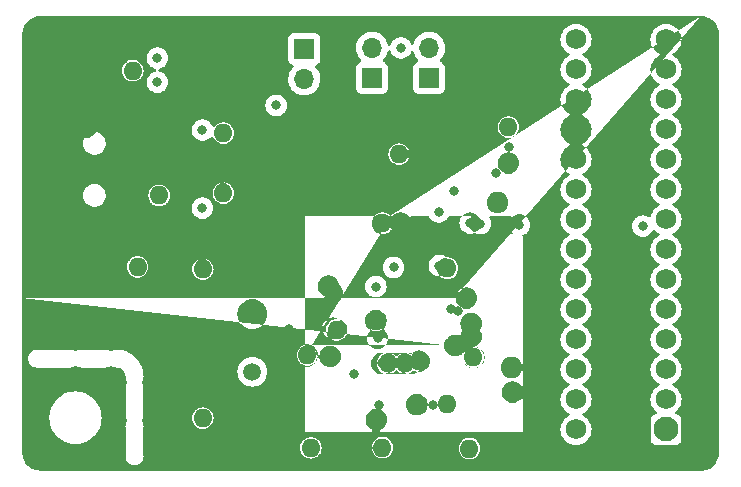
<source format=gbr>
<<<<<<< Updated upstream
G04 #@! TF.GenerationSoftware,KiCad,Pcbnew,6.0.2-378541a8eb~116~ubuntu20.04.1*
G04 #@! TF.CreationDate,2022-02-17T23:44:55+01:00*
=======
G04 #@! TF.GenerationSoftware,KiCad,Pcbnew,6.0.11-2627ca5db0~126~ubuntu22.04.1*
G04 #@! TF.CreationDate,2023-07-01T01:01:39+02:00*
>>>>>>> Stashed changes
G04 #@! TF.ProjectId,minimig-arm-controller-0805,6d696e69-6d69-4672-9d61-726d2d636f6e,rev?*
G04 #@! TF.SameCoordinates,Original*
G04 #@! TF.FileFunction,Copper,L2,Inr*
G04 #@! TF.FilePolarity,Positive*
%FSLAX46Y46*%
G04 Gerber Fmt 4.6, Leading zero omitted, Abs format (unit mm)*
<<<<<<< Updated upstream
G04 Created by KiCad (PCBNEW 6.0.2-378541a8eb~116~ubuntu20.04.1) date 2022-02-17 23:44:55*
=======
G04 Created by KiCad (PCBNEW 6.0.11-2627ca5db0~126~ubuntu22.04.1) date 2023-07-01 01:01:39*
>>>>>>> Stashed changes
%MOMM*%
%LPD*%
G01*
G04 APERTURE LIST*
G04 #@! TA.AperFunction,ComponentPad*
<<<<<<< Updated upstream
%ADD10R,1.600000X1.600000*%
G04 #@! TD*
G04 #@! TA.AperFunction,ComponentPad*
%ADD11O,1.600000X1.600000*%
=======
%ADD10C,2.100000*%
G04 #@! TD*
G04 #@! TA.AperFunction,ComponentPad*
%ADD11C,1.750000*%
>>>>>>> Stashed changes
G04 #@! TD*
G04 #@! TA.AperFunction,ComponentPad*
%ADD12R,1.700000X1.700000*%
G04 #@! TD*
G04 #@! TA.AperFunction,ComponentPad*
%ADD13O,1.700000X1.700000*%
G04 #@! TD*
G04 #@! TA.AperFunction,ComponentPad*
%ADD14C,1.500000*%
G04 #@! TD*
G04 #@! TA.AperFunction,ComponentPad*
%ADD15O,1.600000X1.600000*%
G04 #@! TD*
G04 #@! TA.AperFunction,ViaPad*
%ADD16C,0.800000*%
G04 #@! TD*
G04 APERTURE END LIST*
D10*
<<<<<<< Updated upstream
G04 #@! TO.N,MCLR*
G04 #@! TO.C,U2*
X155000000Y-56000000D03*
=======
G04 #@! TO.N,*
G04 #@! TO.C,SW1*
X105822500Y-30305000D03*
X105822500Y-23295000D03*
>>>>>>> Stashed changes
D11*
G04 #@! TO.N,CLKEN*
X155000000Y-53460000D03*
G04 #@! TO.N,FPGA0*
X155000000Y-50920000D03*
G04 #@! TO.N,PROG*
X155000000Y-48380000D03*
G04 #@! TO.N,INIT*
X155000000Y-45840000D03*
G04 #@! TO.N,unconnected-(U2-Pad6)*
X155000000Y-43300000D03*
G04 #@! TO.N,CCLK*
X155000000Y-40760000D03*
G04 #@! TO.N,GND*
<<<<<<< Updated upstream
X155000000Y-38220000D03*
G04 #@! TO.N,unconnected-(U2-Pad9)*
X155000000Y-35680000D03*
G04 #@! TO.N,unconnected-(U2-Pad10)*
X155000000Y-33140000D03*
G04 #@! TO.N,MMC_SEL*
X155000000Y-30600000D03*
G04 #@! TO.N,unconnected-(U2-Pad12)*
X155000000Y-28060000D03*
G04 #@! TO.N,unconnected-(U2-Pad13)*
X155000000Y-25520000D03*
G04 #@! TO.N,SCK*
X155000000Y-22980000D03*
G04 #@! TO.N,SDI*
X147380000Y-22980000D03*
G04 #@! TO.N,SDO*
X147380000Y-25520000D03*
G04 #@! TO.N,TXD*
X147380000Y-28060000D03*
G04 #@! TO.N,RXD*
X147380000Y-30600000D03*
G04 #@! TO.N,GND*
X147380000Y-33140000D03*
G04 #@! TO.N,VDDIN*
X147380000Y-35680000D03*
G04 #@! TO.N,BUTTON*
X147380000Y-38220000D03*
G04 #@! TO.N,unconnected-(U2-Pad22)*
X147380000Y-40760000D03*
G04 #@! TO.N,unconnected-(U2-Pad23)*
X147380000Y-43300000D03*
G04 #@! TO.N,DONE*
X147380000Y-45840000D03*
G04 #@! TO.N,DISKLED*
X147380000Y-48380000D03*
G04 #@! TO.N,FPGA1*
X147380000Y-50920000D03*
G04 #@! TO.N,FPGA2*
X147380000Y-53460000D03*
G04 #@! TO.N,DIN*
X147380000Y-56000000D03*
G04 #@! TD*
D12*
G04 #@! TO.N,ERASE*
G04 #@! TO.C,JP1*
X130120400Y-26234400D03*
D13*
G04 #@! TO.N,VDDIN*
X130120400Y-23694400D03*
G04 #@! TD*
D12*
G04 #@! TO.N,TST*
G04 #@! TO.C,JP2*
X134946400Y-26234400D03*
D13*
G04 #@! TO.N,VDDIN*
X134946400Y-23694400D03*
G04 #@! TD*
D14*
G04 #@! TO.N,Net-(C9-Pad1)*
G04 #@! TO.C,X1*
X119980000Y-51110000D03*
G04 #@! TO.N,Net-(C18-Pad1)*
X119980000Y-46230000D03*
G04 #@! TD*
D12*
G04 #@! TO.N,VDDIN*
G04 #@! TO.C,J1*
X124380000Y-23796000D03*
D13*
G04 #@! TO.N,GND*
X124380000Y-26336000D03*
G04 #@! TD*
D15*
G04 #@! TO.N,VDDIN*
X141920000Y-50750000D03*
G04 #@! TO.N,BUTTON*
X136500000Y-42350000D03*
G04 #@! TO.N,VDDCORE*
X126900000Y-44480000D03*
G04 #@! TO.N,GND*
X132907500Y-50402500D03*
X131430000Y-50402500D03*
G04 #@! TO.N,VDDCORE*
X136460000Y-53810000D03*
G04 #@! TO.N,GND*
X124644500Y-49700000D03*
X130986500Y-57543500D03*
G04 #@! TO.N,VDDIN*
X130440000Y-46790000D03*
X134096918Y-50215374D03*
G04 #@! TO.N,GND*
X127120000Y-47570000D03*
X138700000Y-49890000D03*
X117522000Y-35988000D03*
X130990000Y-38540000D03*
X124936500Y-57553500D03*
X141652000Y-30400000D03*
X117522000Y-30908000D03*
X112086400Y-36191200D03*
X115780000Y-55040000D03*
X115780000Y-42420000D03*
X110257600Y-42236400D03*
X132406400Y-32686000D03*
X109851200Y-25624800D03*
X138358800Y-57616000D03*
G04 #@! TO.N,BUTTON*
=======
X103332500Y-29055000D03*
G04 #@! TO.N,MCLR*
X103332500Y-24555000D03*
G04 #@! TD*
D12*
G04 #@! TO.N,GND*
G04 #@! TO.C,J1*
X137750000Y-25720000D03*
D13*
G04 #@! TO.N,VDDIN*
X137750000Y-23180000D03*
G04 #@! TO.N,ERASE*
X140290000Y-25720000D03*
G04 #@! TO.N,VDDIN*
X140290000Y-23180000D03*
G04 #@! TO.N,TST*
X142830000Y-25720000D03*
G04 #@! TO.N,VDDIN*
X142830000Y-23180000D03*
G04 #@! TD*
D14*
G04 #@! TO.N,MCLR*
G04 #@! TO.C,U2*
X155000000Y-56000000D03*
D15*
G04 #@! TO.N,CLKEN*
X155000000Y-53460000D03*
G04 #@! TO.N,FPGA0*
X155000000Y-50920000D03*
G04 #@! TO.N,PROG*
X155000000Y-48380000D03*
G04 #@! TO.N,INIT*
X155000000Y-45840000D03*
G04 #@! TO.N,unconnected-(U2-Pad6)*
X155000000Y-43300000D03*
G04 #@! TO.N,CCLK*
X155000000Y-40760000D03*
G04 #@! TO.N,GND*
X155000000Y-38220000D03*
G04 #@! TO.N,unconnected-(U2-Pad9)*
X155000000Y-35680000D03*
G04 #@! TO.N,unconnected-(U2-Pad10)*
X155000000Y-33140000D03*
G04 #@! TO.N,MMC_SEL*
X155000000Y-30600000D03*
G04 #@! TO.N,unconnected-(U2-Pad12)*
X155000000Y-28060000D03*
G04 #@! TO.N,unconnected-(U2-Pad13)*
X155000000Y-25520000D03*
G04 #@! TO.N,SCK*
X155000000Y-22980000D03*
G04 #@! TO.N,SDI*
X147380000Y-22980000D03*
G04 #@! TO.N,SDO*
X147380000Y-25520000D03*
G04 #@! TO.N,TXD*
X147380000Y-28060000D03*
G04 #@! TO.N,RXD*
X147380000Y-30600000D03*
G04 #@! TO.N,GND*
X147380000Y-33140000D03*
G04 #@! TO.N,VDDIN*
X147380000Y-35680000D03*
G04 #@! TO.N,BUTTON*
X147380000Y-38220000D03*
G04 #@! TO.N,unconnected-(U2-Pad22)*
X147380000Y-40760000D03*
G04 #@! TO.N,unconnected-(U2-Pad23)*
X147380000Y-43300000D03*
G04 #@! TO.N,DONE*
X147380000Y-45840000D03*
G04 #@! TO.N,DISKLED*
X147380000Y-48380000D03*
G04 #@! TO.N,FPGA1*
X147380000Y-50920000D03*
G04 #@! TO.N,FPGA2*
X147380000Y-53460000D03*
G04 #@! TO.N,DIN*
X147380000Y-56000000D03*
G04 #@! TD*
D16*
G04 #@! TO.N,VDDCORE*
X136826000Y-45843200D03*
G04 #@! TO.N,MCLR*
X135760000Y-37590000D03*
X130480000Y-32310000D03*
G04 #@! TO.N,GND*
X106470000Y-47770000D03*
X111770000Y-47700000D03*
G04 #@! TO.N,VDDIN*
X140600000Y-34330000D03*
G04 #@! TO.N,GND*
X137050000Y-35810000D03*
X137140000Y-30340000D03*
G04 #@! TO.N,VDDIN*
X120900000Y-57340000D03*
G04 #@! TO.N,GND*
X112500000Y-55690000D03*
X133397000Y-50402500D03*
X130937500Y-50402500D03*
X124510000Y-49820000D03*
X138731000Y-49894500D03*
X117458750Y-40586250D03*
X131936500Y-42274500D03*
X123470000Y-57640000D03*
X117458750Y-35506250D03*
X130580000Y-48270000D03*
X112023150Y-40789450D03*
X118160000Y-49720000D03*
X123070000Y-47500000D03*
X133320000Y-32686000D03*
X130490000Y-57600000D03*
X126564400Y-36343600D03*
X140686800Y-57578000D03*
X132140000Y-50402500D03*
G04 #@! TO.N,BUTTON*
X135810000Y-42134800D03*
>>>>>>> Stashed changes
X153031200Y-38782000D03*
G04 #@! TO.N,MMC_SEL*
X142596404Y-38687010D03*
X140737600Y-36787000D03*
G04 #@! TO.N,SDO*
X138502400Y-47011600D03*
G04 #@! TO.N,SCK*
X138502400Y-48129200D03*
G04 #@! TO.N,Net-(Q1-Pad3)*
<<<<<<< Updated upstream
X115744000Y-37258000D03*
X115744000Y-30654000D03*
G04 #@! TO.N,USB_PULLUP*
X137130800Y-48891200D03*
X122000000Y-28570000D03*
G04 #@! TO.N,VDDIN*
X138413500Y-38528000D03*
X132508000Y-38528000D03*
X141652000Y-33448000D03*
X111934000Y-24558000D03*
X132558800Y-23694400D03*
X111934000Y-26590000D03*
X130440000Y-43900000D03*
G04 #@! TO.N,SDI*
X138096000Y-44878000D03*
G04 #@! TO.N,VDDCORE*
X128590000Y-51320000D03*
X134400000Y-53830000D03*
X137430000Y-45970000D03*
=======
X115680750Y-41856250D03*
X115680750Y-35252250D03*
G04 #@! TO.N,USB_PULLUP*
X137130800Y-48891200D03*
X121620000Y-32950000D03*
G04 #@! TO.N,VDDIN*
X126793000Y-47418000D03*
X139280000Y-38570000D03*
X132508000Y-38528000D03*
X141740000Y-32080000D03*
X130476000Y-55165000D03*
X141990000Y-52840000D03*
X111870750Y-29156250D03*
X111870750Y-31188250D03*
X133905000Y-53895000D03*
X126412000Y-43862000D03*
X126564400Y-49805600D03*
G04 #@! TO.N,SDI*
X138096000Y-44878000D03*
G04 #@! TO.N,VDDCORE*
X126412000Y-45030400D03*
X130730000Y-53895000D03*
X135302000Y-53895000D03*
>>>>>>> Stashed changes
G04 #@! TD*
G04 #@! TA.AperFunction,Conductor*
G04 #@! TO.N,VDDCORE*
G36*
X131654093Y-37950002D02*
G01*
<<<<<<< Updated upstream
X157972284Y-21009847D01*
X157984859Y-21011805D01*
X157984861Y-21011805D01*
X157993730Y-21013186D01*
X158002632Y-21012022D01*
X158002634Y-21012022D01*
X158008959Y-21011195D01*
X158034282Y-21010452D01*
X158198126Y-21022170D01*
X158203343Y-21022543D01*
X158221137Y-21025101D01*
X158411540Y-21066521D01*
X158428788Y-21071586D01*
X158611358Y-21139682D01*
X158627710Y-21147149D01*
X158693020Y-21182810D01*
X158798734Y-21240534D01*
X158813848Y-21250248D01*
X158923516Y-21332344D01*
X158969842Y-21367023D01*
X158983428Y-21378796D01*
X159121204Y-21516572D01*
X159132977Y-21530158D01*
X159249752Y-21686152D01*
X159259469Y-21701271D01*
X159352851Y-21872290D01*
X159360318Y-21888642D01*
X159428414Y-22071212D01*
X159433480Y-22088462D01*
X159474899Y-22278863D01*
X159477457Y-22296658D01*
X159479359Y-22323251D01*
X159488375Y-22449312D01*
X159489041Y-22458629D01*
X159488297Y-22476533D01*
X159488195Y-22484858D01*
X159486814Y-22493730D01*
X159487978Y-22502632D01*
X159487978Y-22502635D01*
X159490936Y-22525251D01*
X159492000Y-22541589D01*
X159492000Y-57950672D01*
X159490500Y-57970056D01*
X159486814Y-57993730D01*
X159487978Y-58002632D01*
X159487978Y-58002634D01*
X159488805Y-58008959D01*
X159489548Y-58034282D01*
X159477830Y-58198126D01*
X159477457Y-58203343D01*
X159474899Y-58221137D01*
X159433900Y-58409609D01*
X159433480Y-58411538D01*
X159428414Y-58428788D01*
X159360318Y-58611358D01*
X159352851Y-58627710D01*
X159259469Y-58798729D01*
X159249752Y-58813848D01*
X159244934Y-58820285D01*
X159132977Y-58969842D01*
X159121204Y-58983428D01*
X158983428Y-59121204D01*
X158969841Y-59132977D01*
X158813848Y-59249752D01*
X158798734Y-59259466D01*
X158693020Y-59317190D01*
X158627710Y-59352851D01*
X158611358Y-59360318D01*
X158428788Y-59428414D01*
X158411540Y-59433479D01*
X158248022Y-59469051D01*
X158221137Y-59474899D01*
X158203342Y-59477457D01*
X158154443Y-59480954D01*
X158041369Y-59489041D01*
X158023467Y-59488297D01*
X158015142Y-59488195D01*
X158006270Y-59486814D01*
X157997368Y-59487978D01*
X157997365Y-59487978D01*
X157974749Y-59490936D01*
X157958411Y-59492000D01*
X102049328Y-59492000D01*
X102029943Y-59490500D01*
X102029661Y-59490456D01*
X102027117Y-59490060D01*
X102015141Y-59488195D01*
X102015139Y-59488195D01*
X102006270Y-59486814D01*
X101997368Y-59487978D01*
X101997366Y-59487978D01*
X101991041Y-59488805D01*
X101965718Y-59489548D01*
X101796657Y-59477457D01*
X101778863Y-59474899D01*
X101751978Y-59469051D01*
X101588460Y-59433479D01*
X101571212Y-59428414D01*
X101388642Y-59360318D01*
X101372290Y-59352851D01*
X101306980Y-59317190D01*
X101201266Y-59259466D01*
X101186152Y-59249752D01*
X101030159Y-59132977D01*
X101016572Y-59121204D01*
X100878796Y-58983428D01*
X100867023Y-58969842D01*
X100755066Y-58820285D01*
X100750248Y-58813848D01*
X100740531Y-58798729D01*
X100647149Y-58627710D01*
X100639682Y-58611358D01*
X100571586Y-58428788D01*
X100566520Y-58411538D01*
X100566101Y-58409609D01*
X100525101Y-58221137D01*
X100522543Y-58203342D01*
X100514469Y-58090444D01*
X100510959Y-58041369D01*
X100511703Y-58023467D01*
X100511805Y-58015142D01*
X100513186Y-58006270D01*
X100511547Y-57993730D01*
X100509064Y-57974749D01*
X100508000Y-57958411D01*
X100508000Y-55000000D01*
X102787262Y-55000000D01*
X102787532Y-55004119D01*
X102804041Y-55255995D01*
X102806192Y-55288820D01*
X102806996Y-55292860D01*
X102806996Y-55292863D01*
X102859351Y-55556067D01*
X102862659Y-55572699D01*
X102863985Y-55576605D01*
X102863986Y-55576609D01*
X102954371Y-55842871D01*
X102955697Y-55846778D01*
X102957518Y-55850471D01*
X102957519Y-55850473D01*
X103054707Y-56047550D01*
X103083713Y-56106369D01*
X103244517Y-56347030D01*
X103247231Y-56350124D01*
X103247235Y-56350130D01*
X103432649Y-56561553D01*
X103435358Y-56564642D01*
X103438447Y-56567351D01*
X103649870Y-56752765D01*
X103649876Y-56752769D01*
X103652970Y-56755483D01*
X103893631Y-56916287D01*
X103897330Y-56918111D01*
X103897335Y-56918114D01*
X104141043Y-57038297D01*
X104153222Y-57044303D01*
X104157120Y-57045626D01*
X104157122Y-57045627D01*
X104423391Y-57136014D01*
X104423395Y-57136015D01*
X104427301Y-57137341D01*
X104431345Y-57138145D01*
X104431351Y-57138147D01*
X104707137Y-57193004D01*
X104707140Y-57193004D01*
X104711180Y-57193808D01*
X104715291Y-57194077D01*
X104715295Y-57194078D01*
X104995881Y-57212468D01*
X105000000Y-57212738D01*
X105004119Y-57212468D01*
X105284705Y-57194078D01*
X105284709Y-57194077D01*
X105288820Y-57193808D01*
X105292860Y-57193004D01*
X105292863Y-57193004D01*
X105568649Y-57138147D01*
X105568655Y-57138145D01*
X105572699Y-57137341D01*
X105576605Y-57136015D01*
X105576609Y-57136014D01*
X105842878Y-57045627D01*
X105842880Y-57045626D01*
X105846778Y-57044303D01*
X105858957Y-57038297D01*
X106102665Y-56918114D01*
X106102670Y-56918111D01*
X106106369Y-56916287D01*
X106347030Y-56755483D01*
X106350124Y-56752769D01*
X106350130Y-56752765D01*
X106561553Y-56567351D01*
X106564642Y-56564642D01*
X106567351Y-56561553D01*
X106752765Y-56350130D01*
X106752769Y-56350124D01*
X106755483Y-56347030D01*
X106916287Y-56106369D01*
X106945294Y-56047550D01*
X107042481Y-55850473D01*
X107042482Y-55850471D01*
X107044303Y-55846778D01*
X107045629Y-55842871D01*
X107136014Y-55576609D01*
X107136015Y-55576605D01*
X107137341Y-55572699D01*
X107140650Y-55556067D01*
X107193004Y-55292863D01*
X107193004Y-55292860D01*
X107193808Y-55288820D01*
X107195960Y-55255995D01*
X107212468Y-55004119D01*
X107212738Y-55000000D01*
X107203931Y-54865634D01*
X107194078Y-54715295D01*
X107194077Y-54715291D01*
X107193808Y-54711180D01*
X107190397Y-54694030D01*
X107138147Y-54431351D01*
X107138145Y-54431345D01*
X107137341Y-54427301D01*
X107096911Y-54308197D01*
X107045627Y-54157122D01*
X107045626Y-54157120D01*
X107044303Y-54153222D01*
X107042481Y-54149527D01*
X106918114Y-53897335D01*
X106918111Y-53897330D01*
X106916287Y-53893631D01*
X106755483Y-53652970D01*
X106752769Y-53649876D01*
X106752765Y-53649870D01*
X106567351Y-53438447D01*
X106564642Y-53435358D01*
X106561553Y-53432649D01*
X106350130Y-53247235D01*
X106350124Y-53247231D01*
X106347030Y-53244517D01*
X106106369Y-53083713D01*
X106102670Y-53081889D01*
X106102665Y-53081886D01*
X105850473Y-52957519D01*
X105850471Y-52957518D01*
X105846778Y-52955697D01*
X105842878Y-52954373D01*
X105576609Y-52863986D01*
X105576605Y-52863985D01*
X105572699Y-52862659D01*
X105568655Y-52861855D01*
X105568649Y-52861853D01*
X105292863Y-52806996D01*
X105292860Y-52806996D01*
X105288820Y-52806192D01*
X105284709Y-52805923D01*
X105284705Y-52805922D01*
X105004119Y-52787532D01*
X105000000Y-52787262D01*
X104995881Y-52787532D01*
X104715295Y-52805922D01*
X104715291Y-52805923D01*
X104711180Y-52806192D01*
X104707140Y-52806996D01*
X104707137Y-52806996D01*
X104431351Y-52861853D01*
X104431345Y-52861855D01*
X104427301Y-52862659D01*
X104423395Y-52863985D01*
X104423391Y-52863986D01*
X104157122Y-52954373D01*
X104153222Y-52955697D01*
X104149529Y-52957518D01*
X104149527Y-52957519D01*
X103897335Y-53081886D01*
X103897330Y-53081889D01*
X103893631Y-53083713D01*
X103652970Y-53244517D01*
X103649876Y-53247231D01*
X103649870Y-53247235D01*
X103438447Y-53432649D01*
X103435358Y-53435358D01*
X103432649Y-53438447D01*
X103247235Y-53649870D01*
X103247231Y-53649876D01*
X103244517Y-53652970D01*
X103083713Y-53893631D01*
X103081889Y-53897330D01*
X103081886Y-53897335D01*
X102957519Y-54149527D01*
X102955697Y-54153222D01*
X102954374Y-54157120D01*
X102954373Y-54157122D01*
X102903090Y-54308197D01*
X102862659Y-54427301D01*
X102861855Y-54431345D01*
X102861853Y-54431351D01*
X102809603Y-54694030D01*
X102806192Y-54711180D01*
X102805923Y-54715291D01*
X102805922Y-54715295D01*
X102793692Y-54901900D01*
X102789307Y-54968797D01*
X102787262Y-55000000D01*
X100508000Y-55000000D01*
X100508000Y-50079669D01*
X100992000Y-50079669D01*
X101025128Y-50235525D01*
X101027813Y-50241554D01*
X101027813Y-50241556D01*
X101086212Y-50372721D01*
X101089937Y-50381088D01*
X101093817Y-50386429D01*
X101093818Y-50386430D01*
X101126819Y-50431852D01*
X101183594Y-50509995D01*
X101188496Y-50514408D01*
X101188497Y-50514410D01*
X101297097Y-50612194D01*
X101302005Y-50616613D01*
X101307726Y-50619916D01*
X101432428Y-50691913D01*
X101439995Y-50696282D01*
X101591535Y-50745520D01*
X101698531Y-50756766D01*
X101706226Y-50757816D01*
X101728540Y-50761570D01*
X101732669Y-50762265D01*
X101732671Y-50762265D01*
X101737461Y-50763071D01*
X101743816Y-50763149D01*
X101745141Y-50763165D01*
X101745145Y-50763165D01*
X101750000Y-50763224D01*
X101777588Y-50759273D01*
X101795451Y-50758000D01*
X104446793Y-50758000D01*
X104467697Y-50759746D01*
X104487461Y-50763071D01*
X104493789Y-50763148D01*
X104495141Y-50763165D01*
X104495145Y-50763165D01*
X104500000Y-50763224D01*
X104504809Y-50762535D01*
X104504813Y-50762535D01*
X104513270Y-50761324D01*
X104525191Y-50759616D01*
X104529849Y-50759038D01*
X104615840Y-50750000D01*
X104651902Y-50746210D01*
X104651904Y-50746210D01*
X104658465Y-50745520D01*
X104810005Y-50696282D01*
X104817573Y-50691913D01*
X104937000Y-50622961D01*
X105005995Y-50606223D01*
X105063000Y-50622961D01*
X105182428Y-50691913D01*
X105189995Y-50696282D01*
X105341535Y-50745520D01*
X105448531Y-50756766D01*
X105456226Y-50757816D01*
X105478540Y-50761570D01*
X105482669Y-50762265D01*
X105482671Y-50762265D01*
X105487461Y-50763071D01*
X105493816Y-50763149D01*
X105495141Y-50763165D01*
X105495145Y-50763165D01*
X105500000Y-50763224D01*
X105527588Y-50759273D01*
X105545451Y-50758000D01*
X107446793Y-50758000D01*
X107467697Y-50759746D01*
X107487461Y-50763071D01*
X107493789Y-50763148D01*
X107495141Y-50763165D01*
X107495145Y-50763165D01*
X107500000Y-50763224D01*
X107504809Y-50762535D01*
X107504813Y-50762535D01*
X107513270Y-50761324D01*
X107525191Y-50759616D01*
X107529849Y-50759038D01*
X107615840Y-50750000D01*
X107651902Y-50746210D01*
X107651904Y-50746210D01*
X107658465Y-50745520D01*
X107810005Y-50696282D01*
X107817573Y-50691913D01*
X107937000Y-50622961D01*
X108005995Y-50606223D01*
X108063000Y-50622961D01*
X108182428Y-50691913D01*
X108189995Y-50696282D01*
X108341535Y-50745520D01*
X108448531Y-50756766D01*
X108456226Y-50757816D01*
X108487461Y-50763071D01*
X108493461Y-50763144D01*
X108493729Y-50763186D01*
X108493998Y-50763151D01*
X108500000Y-50763224D01*
X108504810Y-50762535D01*
X108504812Y-50762535D01*
X108505480Y-50762439D01*
X108506550Y-50762286D01*
X108536758Y-50761621D01*
X108632407Y-50771042D01*
X108656629Y-50775860D01*
X108772080Y-50810881D01*
X108794893Y-50820331D01*
X108901287Y-50877200D01*
X108921824Y-50890922D01*
X109015079Y-50967454D01*
X109032546Y-50984921D01*
X109109078Y-51078176D01*
X109122800Y-51098713D01*
X109131760Y-51115475D01*
X109171454Y-51189737D01*
X109179669Y-51205107D01*
X109189119Y-51227920D01*
X109224140Y-51343369D01*
X109228958Y-51367592D01*
X109231217Y-51390526D01*
X109238044Y-51459838D01*
X109237590Y-51475879D01*
X109238305Y-51475888D01*
X109238195Y-51484858D01*
X109236814Y-51493730D01*
X109237978Y-51502634D01*
X109238399Y-51505855D01*
X109238771Y-51509003D01*
X109254480Y-51658465D01*
X109303718Y-51810005D01*
X109307021Y-51815727D01*
X109307022Y-51815728D01*
X109377039Y-51937000D01*
X109393777Y-52005995D01*
X109377039Y-52063000D01*
X109303718Y-52189995D01*
X109254480Y-52341535D01*
X109253790Y-52348096D01*
X109253790Y-52348098D01*
X109242281Y-52457606D01*
X109241471Y-52463822D01*
X109240124Y-52472475D01*
X109236814Y-52493730D01*
X109237978Y-52502632D01*
X109237978Y-52502635D01*
X109240936Y-52525251D01*
X109242000Y-52541589D01*
X109242000Y-54700672D01*
X109240500Y-54720056D01*
X109236814Y-54743730D01*
X109237978Y-54752633D01*
X109238399Y-54755855D01*
X109238771Y-54759003D01*
X109254480Y-54908465D01*
X109303718Y-55060005D01*
X109307021Y-55065727D01*
X109307022Y-55065728D01*
X109377039Y-55187000D01*
X109393777Y-55255995D01*
X109377039Y-55313000D01*
X109303718Y-55439995D01*
X109254480Y-55591535D01*
X109253790Y-55598096D01*
X109253790Y-55598098D01*
X109242281Y-55707606D01*
X109241471Y-55713822D01*
X109240124Y-55722475D01*
X109236814Y-55743730D01*
X109237978Y-55752632D01*
X109237978Y-55752635D01*
X109240936Y-55775251D01*
X109242000Y-55791589D01*
X109242000Y-58200672D01*
X109240500Y-58220056D01*
X109236814Y-58243730D01*
X109237978Y-58252633D01*
X109238399Y-58255855D01*
X109238771Y-58259003D01*
X109254480Y-58408465D01*
X109303718Y-58560005D01*
X109383387Y-58697995D01*
X109387805Y-58702902D01*
X109387806Y-58702903D01*
X109474089Y-58798729D01*
X109490005Y-58816406D01*
X109495344Y-58820285D01*
X109592641Y-58890975D01*
X109618913Y-58910063D01*
X109624941Y-58912747D01*
X109624943Y-58912748D01*
X109758444Y-58972187D01*
X109764475Y-58974872D01*
X109842403Y-58991436D01*
X109913874Y-59006628D01*
X109913878Y-59006628D01*
X109920331Y-59008000D01*
X110079669Y-59008000D01*
X110086122Y-59006628D01*
X110086126Y-59006628D01*
X110157597Y-58991436D01*
X110235525Y-58974872D01*
X110246823Y-58969842D01*
X110375058Y-58912748D01*
X110375060Y-58912747D01*
X110381088Y-58910063D01*
X110509995Y-58816406D01*
X110525912Y-58798729D01*
X110612194Y-58702903D01*
X110612195Y-58702902D01*
X110616613Y-58697995D01*
X110696282Y-58560005D01*
X110745520Y-58408465D01*
X110756766Y-58301469D01*
X110757816Y-58293774D01*
X110763071Y-58262539D01*
X110763224Y-58250000D01*
X110759273Y-58222412D01*
X110758000Y-58204549D01*
X110758000Y-57553500D01*
X124022996Y-57553500D01*
X124042958Y-57743428D01*
X124101973Y-57925056D01*
X124105276Y-57930778D01*
X124105277Y-57930779D01*
X124122392Y-57960423D01*
X124197460Y-58090444D01*
X124201878Y-58095351D01*
X124201879Y-58095352D01*
X124300200Y-58204549D01*
X124325247Y-58232366D01*
X124373372Y-58267331D01*
X124460643Y-58330737D01*
X124479748Y-58344618D01*
X124485776Y-58347302D01*
X124485778Y-58347303D01*
X124634833Y-58413666D01*
X124654212Y-58422294D01*
X124747613Y-58442147D01*
X124834556Y-58460628D01*
X124834561Y-58460628D01*
X124841013Y-58462000D01*
X125031987Y-58462000D01*
X125038439Y-58460628D01*
X125038444Y-58460628D01*
X125125387Y-58442147D01*
X125218788Y-58422294D01*
X125238167Y-58413666D01*
X125387222Y-58347303D01*
X125387224Y-58347302D01*
X125393252Y-58344618D01*
X125412358Y-58330737D01*
X125499628Y-58267331D01*
X125547753Y-58232366D01*
X125572800Y-58204549D01*
X125671121Y-58095352D01*
X125671122Y-58095351D01*
X125675540Y-58090444D01*
X125750608Y-57960423D01*
X125767723Y-57930779D01*
X125767724Y-57930778D01*
X125771027Y-57925056D01*
X125830042Y-57743428D01*
X125850004Y-57553500D01*
X125848953Y-57543500D01*
X130072996Y-57543500D01*
X130092958Y-57733428D01*
X130151973Y-57915056D01*
X130155276Y-57920778D01*
X130155277Y-57920779D01*
X130161051Y-57930779D01*
X130247460Y-58080444D01*
X130251878Y-58085351D01*
X130251879Y-58085352D01*
X130364493Y-58210423D01*
X130375247Y-58222366D01*
X130529748Y-58334618D01*
X130535776Y-58337302D01*
X130535778Y-58337303D01*
X130692586Y-58407118D01*
X130704212Y-58412294D01*
X130781810Y-58428788D01*
X130884556Y-58450628D01*
X130884561Y-58450628D01*
X130891013Y-58452000D01*
X131081987Y-58452000D01*
X131088439Y-58450628D01*
X131088444Y-58450628D01*
X131191190Y-58428788D01*
X131268788Y-58412294D01*
X131280414Y-58407118D01*
X131437222Y-58337303D01*
X131437224Y-58337302D01*
X131443252Y-58334618D01*
X131597753Y-58222366D01*
X131608507Y-58210423D01*
X131721121Y-58085352D01*
X131721122Y-58085351D01*
X131725540Y-58080444D01*
X131811949Y-57930779D01*
X131817723Y-57920779D01*
X131817724Y-57920778D01*
X131821027Y-57915056D01*
X131880042Y-57733428D01*
X131892384Y-57616000D01*
X137445296Y-57616000D01*
X137465258Y-57805928D01*
X137524273Y-57987556D01*
X137527576Y-57993278D01*
X137527577Y-57993279D01*
X137535924Y-58007736D01*
X137619760Y-58152944D01*
X137624178Y-58157851D01*
X137624179Y-58157852D01*
X137712421Y-58255855D01*
X137747547Y-58294866D01*
X137902048Y-58407118D01*
X137908076Y-58409802D01*
X137908078Y-58409803D01*
X138070481Y-58482109D01*
X138076512Y-58484794D01*
X138169912Y-58504647D01*
X138256856Y-58523128D01*
X138256861Y-58523128D01*
X138263313Y-58524500D01*
X138454287Y-58524500D01*
X138460739Y-58523128D01*
X138460744Y-58523128D01*
X138547688Y-58504647D01*
X138641088Y-58484794D01*
X138647119Y-58482109D01*
X138809522Y-58409803D01*
X138809524Y-58409802D01*
X138815552Y-58407118D01*
X138970053Y-58294866D01*
X139005179Y-58255855D01*
X139093421Y-58157852D01*
X139093422Y-58157851D01*
X139097840Y-58152944D01*
X139181676Y-58007736D01*
X139190023Y-57993279D01*
X139190024Y-57993278D01*
X139193327Y-57987556D01*
X139252342Y-57805928D01*
X139272304Y-57616000D01*
X139252342Y-57426072D01*
X139193327Y-57244444D01*
X139175022Y-57212738D01*
X139101141Y-57084774D01*
X139097840Y-57079056D01*
X139075182Y-57053891D01*
X138974475Y-56942045D01*
X138974474Y-56942044D01*
X138970053Y-56937134D01*
X138847556Y-56848134D01*
X138820894Y-56828763D01*
X138820893Y-56828762D01*
X138815552Y-56824882D01*
X138809524Y-56822198D01*
X138809522Y-56822197D01*
X138647119Y-56749891D01*
X138647118Y-56749891D01*
X138641088Y-56747206D01*
X138547688Y-56727353D01*
X138460744Y-56708872D01*
X138460739Y-56708872D01*
X138454287Y-56707500D01*
X138263313Y-56707500D01*
X138256861Y-56708872D01*
X138256856Y-56708872D01*
X138169913Y-56727353D01*
X138076512Y-56747206D01*
X138070482Y-56749891D01*
X138070481Y-56749891D01*
X137908078Y-56822197D01*
X137908076Y-56822198D01*
X137902048Y-56824882D01*
X137896707Y-56828762D01*
X137896706Y-56828763D01*
X137870044Y-56848134D01*
X137747547Y-56937134D01*
X137743126Y-56942044D01*
X137743125Y-56942045D01*
X137642419Y-57053891D01*
X137619760Y-57079056D01*
X137616459Y-57084774D01*
X137542579Y-57212738D01*
X137524273Y-57244444D01*
X137465258Y-57426072D01*
X137445296Y-57616000D01*
X131892384Y-57616000D01*
X131900004Y-57543500D01*
X131880042Y-57353572D01*
X131821027Y-57171944D01*
X131811869Y-57156081D01*
X131746281Y-57042481D01*
X131725540Y-57006556D01*
X131597753Y-56864634D01*
X131498657Y-56792636D01*
X131448594Y-56756263D01*
X131448593Y-56756262D01*
X131443252Y-56752382D01*
X131437224Y-56749698D01*
X131437222Y-56749697D01*
X131274819Y-56677391D01*
X131274818Y-56677391D01*
X131268788Y-56674706D01*
X131160846Y-56651762D01*
X131088444Y-56636372D01*
X131088439Y-56636372D01*
X131081987Y-56635000D01*
X130891013Y-56635000D01*
X130884561Y-56636372D01*
X130884556Y-56636372D01*
X130812154Y-56651762D01*
X130704212Y-56674706D01*
X130698182Y-56677391D01*
X130698181Y-56677391D01*
X130535778Y-56749697D01*
X130535776Y-56749698D01*
X130529748Y-56752382D01*
X130524407Y-56756262D01*
X130524406Y-56756263D01*
X130474343Y-56792636D01*
X130375247Y-56864634D01*
X130247460Y-57006556D01*
X130226719Y-57042481D01*
X130161132Y-57156081D01*
X130151973Y-57171944D01*
X130092958Y-57353572D01*
X130072996Y-57543500D01*
X125848953Y-57543500D01*
X125830042Y-57363572D01*
X125771027Y-57181944D01*
X125765254Y-57171944D01*
X125697095Y-57053891D01*
X125675540Y-57016556D01*
X125585258Y-56916287D01*
X125552175Y-56879545D01*
X125552174Y-56879544D01*
X125547753Y-56874634D01*
X125393252Y-56762382D01*
X125387224Y-56759698D01*
X125387222Y-56759697D01*
X125224819Y-56687391D01*
X125224818Y-56687391D01*
X125218788Y-56684706D01*
X125108470Y-56661257D01*
X125038444Y-56646372D01*
X125038439Y-56646372D01*
X125031987Y-56645000D01*
X124841013Y-56645000D01*
X124834561Y-56646372D01*
X124834556Y-56646372D01*
X124764530Y-56661257D01*
X124654212Y-56684706D01*
X124648182Y-56687391D01*
X124648181Y-56687391D01*
X124485778Y-56759697D01*
X124485776Y-56759698D01*
X124479748Y-56762382D01*
X124325247Y-56874634D01*
X124320826Y-56879544D01*
X124320825Y-56879545D01*
X124287743Y-56916287D01*
X124197460Y-57016556D01*
X124175905Y-57053891D01*
X124107747Y-57171944D01*
X124101973Y-57181944D01*
X124042958Y-57363572D01*
X124022996Y-57553500D01*
X110758000Y-57553500D01*
X110758000Y-56000000D01*
X146066502Y-56000000D01*
X146086457Y-56228087D01*
X146087881Y-56233400D01*
X146087881Y-56233402D01*
X146119159Y-56350130D01*
X146145716Y-56449243D01*
X146148039Y-56454224D01*
X146148039Y-56454225D01*
X146240151Y-56651762D01*
X146240154Y-56651767D01*
X146242477Y-56656749D01*
X146373802Y-56844300D01*
X146535700Y-57006198D01*
X146540208Y-57009355D01*
X146540211Y-57009357D01*
X146581542Y-57038297D01*
X146723251Y-57137523D01*
X146728233Y-57139846D01*
X146728238Y-57139849D01*
X146842231Y-57193004D01*
X146930757Y-57234284D01*
X146936065Y-57235706D01*
X146936067Y-57235707D01*
X147146598Y-57292119D01*
X147146600Y-57292119D01*
X147151913Y-57293543D01*
X147380000Y-57313498D01*
X147608087Y-57293543D01*
X147613400Y-57292119D01*
X147613402Y-57292119D01*
X147823933Y-57235707D01*
X147823935Y-57235706D01*
X147829243Y-57234284D01*
X147917769Y-57193004D01*
X148031762Y-57139849D01*
X148031767Y-57139846D01*
X148036749Y-57137523D01*
X148178458Y-57038297D01*
X148219789Y-57009357D01*
X148219792Y-57009355D01*
X148224300Y-57006198D01*
X148386198Y-56844300D01*
X148517523Y-56656749D01*
X148519846Y-56651767D01*
X148519849Y-56651762D01*
X148611961Y-56454225D01*
X148611961Y-56454224D01*
X148614284Y-56449243D01*
X148640842Y-56350130D01*
X148672119Y-56233402D01*
X148672119Y-56233400D01*
X148673543Y-56228087D01*
X148693498Y-56000000D01*
X148673543Y-55771913D01*
X148669729Y-55757678D01*
X148615707Y-55556067D01*
X148615706Y-55556065D01*
X148614284Y-55550757D01*
X148565566Y-55446280D01*
X148519849Y-55348238D01*
X148519846Y-55348233D01*
X148517523Y-55343251D01*
X148433578Y-55223365D01*
X148389357Y-55160211D01*
X148389355Y-55160208D01*
X148386198Y-55155700D01*
X148224300Y-54993802D01*
X148219792Y-54990645D01*
X148219789Y-54990643D01*
X148102426Y-54908465D01*
X148036749Y-54862477D01*
X148031767Y-54860154D01*
X148031762Y-54860151D01*
X147997543Y-54844195D01*
X147944258Y-54797278D01*
X147924797Y-54729001D01*
X147945339Y-54661041D01*
X147997543Y-54615805D01*
X148031762Y-54599849D01*
X148031767Y-54599846D01*
X148036749Y-54597523D01*
X148163495Y-54508774D01*
X148219789Y-54469357D01*
X148219792Y-54469355D01*
X148224300Y-54466198D01*
X148386198Y-54304300D01*
X148517523Y-54116749D01*
X148519846Y-54111767D01*
X148519849Y-54111762D01*
X148611961Y-53914225D01*
X148611961Y-53914224D01*
X148614284Y-53909243D01*
X148639663Y-53814530D01*
X148672119Y-53693402D01*
X148672119Y-53693400D01*
X148673543Y-53688087D01*
X148693498Y-53460000D01*
X148673543Y-53231913D01*
X148614284Y-53010757D01*
X148589459Y-52957519D01*
X148519849Y-52808238D01*
X148519846Y-52808233D01*
X148517523Y-52803251D01*
X148386198Y-52615700D01*
X148224300Y-52453802D01*
X148219792Y-52450645D01*
X148219789Y-52450643D01*
X148141611Y-52395902D01*
X148036749Y-52322477D01*
X148031767Y-52320154D01*
X148031762Y-52320151D01*
X147997543Y-52304195D01*
X147944258Y-52257278D01*
X147924797Y-52189001D01*
X147945339Y-52121041D01*
X147997543Y-52075805D01*
X148031762Y-52059849D01*
X148031767Y-52059846D01*
X148036749Y-52057523D01*
X148193171Y-51947995D01*
X148219789Y-51929357D01*
X148219792Y-51929355D01*
X148224300Y-51926198D01*
X148386198Y-51764300D01*
X148398899Y-51746162D01*
X148461241Y-51657128D01*
X148517523Y-51576749D01*
X148519846Y-51571767D01*
X148519849Y-51571762D01*
X148611961Y-51374225D01*
X148611961Y-51374224D01*
X148614284Y-51369243D01*
X148652310Y-51227331D01*
X148672119Y-51153402D01*
X148672119Y-51153400D01*
X148673543Y-51148087D01*
X148693498Y-50920000D01*
X148673543Y-50691913D01*
X148671218Y-50683235D01*
X148615707Y-50476067D01*
X148615706Y-50476065D01*
X148614284Y-50470757D01*
X148602496Y-50445477D01*
X148519849Y-50268238D01*
X148519846Y-50268233D01*
X148517523Y-50263251D01*
X148430586Y-50139092D01*
X148389357Y-50080211D01*
X148389355Y-50080208D01*
X148386198Y-50075700D01*
X148224300Y-49913802D01*
X148219792Y-49910645D01*
X148219789Y-49910643D01*
X148121042Y-49841500D01*
X148036749Y-49782477D01*
X148031767Y-49780154D01*
X148031762Y-49780151D01*
X147997543Y-49764195D01*
X147944258Y-49717278D01*
X147924797Y-49649001D01*
X147945339Y-49581041D01*
X147997543Y-49535805D01*
X148031762Y-49519849D01*
X148031767Y-49519846D01*
X148036749Y-49517523D01*
X148173782Y-49421571D01*
X148219789Y-49389357D01*
X148219792Y-49389355D01*
X148224300Y-49386198D01*
X148386198Y-49224300D01*
X148391979Y-49216045D01*
X148491044Y-49074565D01*
X148517523Y-49036749D01*
X148519846Y-49031767D01*
X148519849Y-49031762D01*
X148611961Y-48834225D01*
X148611961Y-48834224D01*
X148614284Y-48829243D01*
X148619959Y-48808066D01*
X148672119Y-48613402D01*
X148672119Y-48613400D01*
X148673543Y-48608087D01*
X148693498Y-48380000D01*
X148673543Y-48151913D01*
X148660695Y-48103963D01*
X148615707Y-47936067D01*
X148615706Y-47936065D01*
X148614284Y-47930757D01*
X148611961Y-47925775D01*
X148519849Y-47728238D01*
X148519846Y-47728233D01*
X148517523Y-47723251D01*
X148406297Y-47564404D01*
X148389357Y-47540211D01*
X148389355Y-47540208D01*
X148386198Y-47535700D01*
X148224300Y-47373802D01*
X148219792Y-47370645D01*
X148219789Y-47370643D01*
X148141611Y-47315902D01*
X148036749Y-47242477D01*
X148031767Y-47240154D01*
X148031762Y-47240151D01*
X147997543Y-47224195D01*
X147944258Y-47177278D01*
X147924797Y-47109001D01*
X147945339Y-47041041D01*
X147997543Y-46995805D01*
X148031762Y-46979849D01*
X148031767Y-46979846D01*
X148036749Y-46977523D01*
X148160125Y-46891134D01*
X148219789Y-46849357D01*
X148219792Y-46849355D01*
X148224300Y-46846198D01*
X148386198Y-46684300D01*
X148401760Y-46662076D01*
X148514366Y-46501257D01*
X148517523Y-46496749D01*
X148519846Y-46491767D01*
X148519849Y-46491762D01*
X148611961Y-46294225D01*
X148611961Y-46294224D01*
X148614284Y-46289243D01*
X148623981Y-46253056D01*
X148672119Y-46073402D01*
X148672119Y-46073400D01*
X148673543Y-46068087D01*
X148693498Y-45840000D01*
X148673543Y-45611913D01*
X148657477Y-45551955D01*
X148615707Y-45396067D01*
X148615706Y-45396065D01*
X148614284Y-45390757D01*
X148611961Y-45385775D01*
X148519849Y-45188238D01*
X148519846Y-45188233D01*
X148517523Y-45183251D01*
X148419234Y-45042880D01*
X148389357Y-45000211D01*
X148389355Y-45000208D01*
X148386198Y-44995700D01*
X148224300Y-44833802D01*
X148219792Y-44830645D01*
X148219789Y-44830643D01*
X148127625Y-44766109D01*
X148036749Y-44702477D01*
X148031767Y-44700154D01*
X148031762Y-44700151D01*
X147997543Y-44684195D01*
X147944258Y-44637278D01*
X147924797Y-44569001D01*
X147945339Y-44501041D01*
X147997543Y-44455805D01*
X148031762Y-44439849D01*
X148031767Y-44439846D01*
X148036749Y-44437523D01*
X148181527Y-44336148D01*
X148219789Y-44309357D01*
X148219792Y-44309355D01*
X148224300Y-44306198D01*
X148386198Y-44144300D01*
X148517523Y-43956749D01*
X148519846Y-43951767D01*
X148519849Y-43951762D01*
X148611961Y-43754225D01*
X148611961Y-43754224D01*
X148614284Y-43749243D01*
X148623022Y-43716635D01*
X148672119Y-43533402D01*
X148672119Y-43533400D01*
X148673543Y-43528087D01*
X148693498Y-43300000D01*
X148673543Y-43071913D01*
X148660693Y-43023955D01*
X148615707Y-42856067D01*
X148615706Y-42856065D01*
X148614284Y-42850757D01*
X148589347Y-42797279D01*
X148519849Y-42648238D01*
X148519846Y-42648233D01*
X148517523Y-42643251D01*
X148386198Y-42455700D01*
X148224300Y-42293802D01*
X148219792Y-42290645D01*
X148219789Y-42290643D01*
X148132946Y-42229835D01*
X148036749Y-42162477D01*
X148031767Y-42160154D01*
X148031762Y-42160151D01*
X147997543Y-42144195D01*
X147944258Y-42097278D01*
X147924797Y-42029001D01*
X147945339Y-41961041D01*
X147997543Y-41915805D01*
X148031762Y-41899849D01*
X148031767Y-41899846D01*
X148036749Y-41897523D01*
X148157380Y-41813056D01*
X148219789Y-41769357D01*
X148219792Y-41769355D01*
X148224300Y-41766198D01*
X148386198Y-41604300D01*
X148517523Y-41416749D01*
X148519846Y-41411767D01*
X148519849Y-41411762D01*
X148611961Y-41214225D01*
X148611961Y-41214224D01*
X148614284Y-41209243D01*
X148673543Y-40988087D01*
X148693498Y-40760000D01*
X148673543Y-40531913D01*
X148614284Y-40310757D01*
X148611961Y-40305775D01*
X148519849Y-40108238D01*
X148519846Y-40108233D01*
X148517523Y-40103251D01*
X148386198Y-39915700D01*
X148224300Y-39753802D01*
X148219792Y-39750645D01*
X148219789Y-39750643D01*
X148079149Y-39652166D01*
X148036749Y-39622477D01*
X148031767Y-39620154D01*
X148031762Y-39620151D01*
X147997543Y-39604195D01*
X147944258Y-39557278D01*
X147924797Y-39489001D01*
X147945339Y-39421041D01*
X147997543Y-39375805D01*
X148031762Y-39359849D01*
X148031767Y-39359846D01*
X148036749Y-39357523D01*
X148141611Y-39284098D01*
X148219789Y-39229357D01*
X148219792Y-39229355D01*
X148224300Y-39226198D01*
X148386198Y-39064300D01*
X148405754Y-39036372D01*
X148455473Y-38965365D01*
X148517523Y-38876749D01*
X148519846Y-38871767D01*
X148519849Y-38871762D01*
X148561705Y-38782000D01*
X152117696Y-38782000D01*
X152137658Y-38971928D01*
X152196673Y-39153556D01*
X152199976Y-39159278D01*
X152199977Y-39159279D01*
X152227452Y-39206866D01*
X152292160Y-39318944D01*
X152296578Y-39323851D01*
X152296579Y-39323852D01*
X152415525Y-39455955D01*
X152419947Y-39460866D01*
X152574448Y-39573118D01*
X152580476Y-39575802D01*
X152580478Y-39575803D01*
X152692401Y-39625634D01*
X152748912Y-39650794D01*
X152842312Y-39670647D01*
X152929256Y-39689128D01*
X152929261Y-39689128D01*
X152935713Y-39690500D01*
X153126687Y-39690500D01*
X153133139Y-39689128D01*
X153133144Y-39689128D01*
X153220088Y-39670647D01*
X153313488Y-39650794D01*
X153369999Y-39625634D01*
X153481922Y-39575803D01*
X153481924Y-39575802D01*
X153487952Y-39573118D01*
X153642453Y-39460866D01*
X153646875Y-39455955D01*
X153765821Y-39323852D01*
X153765822Y-39323851D01*
X153770240Y-39318944D01*
X153834948Y-39206866D01*
X153863173Y-39157980D01*
X153914556Y-39108987D01*
X153984269Y-39095551D01*
X154050180Y-39121937D01*
X154061387Y-39131885D01*
X154155700Y-39226198D01*
X154160208Y-39229355D01*
X154160211Y-39229357D01*
X154238389Y-39284098D01*
X154343251Y-39357523D01*
X154348233Y-39359846D01*
X154348238Y-39359849D01*
X154382457Y-39375805D01*
X154435742Y-39422722D01*
X154455203Y-39490999D01*
X154434661Y-39558959D01*
X154382457Y-39604195D01*
X154348238Y-39620151D01*
X154348233Y-39620154D01*
X154343251Y-39622477D01*
X154300851Y-39652166D01*
X154160211Y-39750643D01*
X154160208Y-39750645D01*
X154155700Y-39753802D01*
X153993802Y-39915700D01*
X153862477Y-40103251D01*
X153860154Y-40108233D01*
X153860151Y-40108238D01*
X153768039Y-40305775D01*
X153765716Y-40310757D01*
X153706457Y-40531913D01*
X153686502Y-40760000D01*
X153706457Y-40988087D01*
X153765716Y-41209243D01*
X153768039Y-41214224D01*
X153768039Y-41214225D01*
X153860151Y-41411762D01*
X153860154Y-41411767D01*
X153862477Y-41416749D01*
X153993802Y-41604300D01*
X154155700Y-41766198D01*
X154160208Y-41769355D01*
X154160211Y-41769357D01*
X154222620Y-41813056D01*
X154343251Y-41897523D01*
X154348233Y-41899846D01*
X154348238Y-41899849D01*
X154382457Y-41915805D01*
X154435742Y-41962722D01*
X154455203Y-42030999D01*
X154434661Y-42098959D01*
X154382457Y-42144195D01*
X154348238Y-42160151D01*
X154348233Y-42160154D01*
X154343251Y-42162477D01*
X154247054Y-42229835D01*
X154160211Y-42290643D01*
X154160208Y-42290645D01*
X154155700Y-42293802D01*
X153993802Y-42455700D01*
X153862477Y-42643251D01*
X153860154Y-42648233D01*
X153860151Y-42648238D01*
X153790653Y-42797279D01*
X153765716Y-42850757D01*
X153764294Y-42856065D01*
X153764293Y-42856067D01*
X153719307Y-43023955D01*
X153706457Y-43071913D01*
X153686502Y-43300000D01*
X153706457Y-43528087D01*
X153707881Y-43533400D01*
X153707881Y-43533402D01*
X153756979Y-43716635D01*
X153765716Y-43749243D01*
X153768039Y-43754224D01*
X153768039Y-43754225D01*
X153860151Y-43951762D01*
X153860154Y-43951767D01*
X153862477Y-43956749D01*
X153993802Y-44144300D01*
X154155700Y-44306198D01*
X154160208Y-44309355D01*
X154160211Y-44309357D01*
X154198473Y-44336148D01*
X154343251Y-44437523D01*
X154348233Y-44439846D01*
X154348238Y-44439849D01*
X154382457Y-44455805D01*
X154435742Y-44502722D01*
X154455203Y-44570999D01*
X154434661Y-44638959D01*
X154382457Y-44684195D01*
X154348238Y-44700151D01*
X154348233Y-44700154D01*
X154343251Y-44702477D01*
X154252375Y-44766109D01*
X154160211Y-44830643D01*
X154160208Y-44830645D01*
X154155700Y-44833802D01*
X153993802Y-44995700D01*
X153990645Y-45000208D01*
X153990643Y-45000211D01*
X153960766Y-45042880D01*
X153862477Y-45183251D01*
X153860154Y-45188233D01*
X153860151Y-45188238D01*
X153768039Y-45385775D01*
X153765716Y-45390757D01*
X153764294Y-45396065D01*
X153764293Y-45396067D01*
X153722523Y-45551955D01*
X153706457Y-45611913D01*
X153686502Y-45840000D01*
X153706457Y-46068087D01*
X153707881Y-46073400D01*
X153707881Y-46073402D01*
X153756020Y-46253056D01*
X153765716Y-46289243D01*
X153768039Y-46294224D01*
X153768039Y-46294225D01*
X153860151Y-46491762D01*
X153860154Y-46491767D01*
X153862477Y-46496749D01*
X153865634Y-46501257D01*
X153978241Y-46662076D01*
X153993802Y-46684300D01*
X154155700Y-46846198D01*
X154160208Y-46849355D01*
X154160211Y-46849357D01*
X154219875Y-46891134D01*
X154343251Y-46977523D01*
X154348233Y-46979846D01*
X154348238Y-46979849D01*
X154382457Y-46995805D01*
X154435742Y-47042722D01*
X154455203Y-47110999D01*
X154434661Y-47178959D01*
X154382457Y-47224195D01*
X154348238Y-47240151D01*
X154348233Y-47240154D01*
X154343251Y-47242477D01*
X154238389Y-47315902D01*
X154160211Y-47370643D01*
X154160208Y-47370645D01*
X154155700Y-47373802D01*
X153993802Y-47535700D01*
X153990645Y-47540208D01*
X153990643Y-47540211D01*
X153973703Y-47564404D01*
X153862477Y-47723251D01*
X153860154Y-47728233D01*
X153860151Y-47728238D01*
X153768039Y-47925775D01*
X153765716Y-47930757D01*
X153764294Y-47936065D01*
X153764293Y-47936067D01*
X153719305Y-48103963D01*
X153706457Y-48151913D01*
X153686502Y-48380000D01*
X153706457Y-48608087D01*
X153707881Y-48613400D01*
X153707881Y-48613402D01*
X153760042Y-48808066D01*
X153765716Y-48829243D01*
X153768039Y-48834224D01*
X153768039Y-48834225D01*
X153860151Y-49031762D01*
X153860154Y-49031767D01*
X153862477Y-49036749D01*
X153888956Y-49074565D01*
X153988022Y-49216045D01*
X153993802Y-49224300D01*
X154155700Y-49386198D01*
X154160208Y-49389355D01*
X154160211Y-49389357D01*
X154206218Y-49421571D01*
X154343251Y-49517523D01*
X154348233Y-49519846D01*
X154348238Y-49519849D01*
X154382457Y-49535805D01*
X154435742Y-49582722D01*
X154455203Y-49650999D01*
X154434661Y-49718959D01*
X154382457Y-49764195D01*
X154348238Y-49780151D01*
X154348233Y-49780154D01*
X154343251Y-49782477D01*
X154258958Y-49841500D01*
X154160211Y-49910643D01*
X154160208Y-49910645D01*
X154155700Y-49913802D01*
X153993802Y-50075700D01*
X153990645Y-50080208D01*
X153990643Y-50080211D01*
X153949414Y-50139092D01*
X153862477Y-50263251D01*
X153860154Y-50268233D01*
X153860151Y-50268238D01*
X153777504Y-50445477D01*
X153765716Y-50470757D01*
X153764294Y-50476065D01*
X153764293Y-50476067D01*
X153708782Y-50683235D01*
X153706457Y-50691913D01*
X153686502Y-50920000D01*
X153706457Y-51148087D01*
X153707881Y-51153400D01*
X153707881Y-51153402D01*
X153727691Y-51227331D01*
X153765716Y-51369243D01*
X153768039Y-51374224D01*
X153768039Y-51374225D01*
X153860151Y-51571762D01*
X153860154Y-51571767D01*
X153862477Y-51576749D01*
X153918759Y-51657128D01*
X153981102Y-51746162D01*
X153993802Y-51764300D01*
X154155700Y-51926198D01*
X154160208Y-51929355D01*
X154160211Y-51929357D01*
X154186829Y-51947995D01*
X154343251Y-52057523D01*
X154348233Y-52059846D01*
X154348238Y-52059849D01*
X154382457Y-52075805D01*
X154435742Y-52122722D01*
X154455203Y-52190999D01*
X154434661Y-52258959D01*
X154382457Y-52304195D01*
X154348238Y-52320151D01*
X154348233Y-52320154D01*
X154343251Y-52322477D01*
X154238389Y-52395902D01*
X154160211Y-52450643D01*
X154160208Y-52450645D01*
X154155700Y-52453802D01*
X153993802Y-52615700D01*
X153862477Y-52803251D01*
X153860154Y-52808233D01*
X153860151Y-52808238D01*
X153790541Y-52957519D01*
X153765716Y-53010757D01*
X153706457Y-53231913D01*
X153686502Y-53460000D01*
X153706457Y-53688087D01*
X153707881Y-53693400D01*
X153707881Y-53693402D01*
X153740338Y-53814530D01*
X153765716Y-53909243D01*
X153768039Y-53914224D01*
X153768039Y-53914225D01*
X153860151Y-54111762D01*
X153860154Y-54111767D01*
X153862477Y-54116749D01*
X153993802Y-54304300D01*
X154155700Y-54466198D01*
X154160211Y-54469357D01*
X154164424Y-54472892D01*
X154163473Y-54474026D01*
X154203471Y-54524071D01*
X154210776Y-54594690D01*
X154178742Y-54658049D01*
X154117538Y-54694030D01*
X154100483Y-54697082D01*
X154089684Y-54698255D01*
X153953295Y-54749385D01*
X153836739Y-54836739D01*
X153749385Y-54953295D01*
X153698255Y-55089684D01*
X153691500Y-55151866D01*
X153691500Y-56848134D01*
X153698255Y-56910316D01*
X153749385Y-57046705D01*
X153836739Y-57163261D01*
X153953295Y-57250615D01*
X154089684Y-57301745D01*
X154151866Y-57308500D01*
X155848134Y-57308500D01*
X155910316Y-57301745D01*
X156046705Y-57250615D01*
X156163261Y-57163261D01*
X156250615Y-57046705D01*
X156301745Y-56910316D01*
X156308500Y-56848134D01*
X156308500Y-55151866D01*
X156301745Y-55089684D01*
X156250615Y-54953295D01*
X156163261Y-54836739D01*
X156046705Y-54749385D01*
X155910316Y-54698255D01*
X155899526Y-54697083D01*
X155897394Y-54696197D01*
X155894778Y-54695575D01*
X155894879Y-54695152D01*
X155833965Y-54669845D01*
X155793537Y-54611483D01*
X155791078Y-54540529D01*
X155827371Y-54479510D01*
X155836031Y-54472511D01*
X155839793Y-54469354D01*
X155844300Y-54466198D01*
X156006198Y-54304300D01*
X156137523Y-54116749D01*
X156139846Y-54111767D01*
X156139849Y-54111762D01*
X156231961Y-53914225D01*
X156231961Y-53914224D01*
X156234284Y-53909243D01*
X156259663Y-53814530D01*
X156292119Y-53693402D01*
X156292119Y-53693400D01*
X156293543Y-53688087D01*
X156313498Y-53460000D01*
X156293543Y-53231913D01*
X156234284Y-53010757D01*
X156209459Y-52957519D01*
X156139849Y-52808238D01*
X156139846Y-52808233D01*
X156137523Y-52803251D01*
X156006198Y-52615700D01*
X155844300Y-52453802D01*
X155839792Y-52450645D01*
X155839789Y-52450643D01*
X155761611Y-52395902D01*
X155656749Y-52322477D01*
X155651767Y-52320154D01*
X155651762Y-52320151D01*
X155617543Y-52304195D01*
X155564258Y-52257278D01*
X155544797Y-52189001D01*
X155565339Y-52121041D01*
X155617543Y-52075805D01*
X155651762Y-52059849D01*
X155651767Y-52059846D01*
X155656749Y-52057523D01*
X155813171Y-51947995D01*
X155839789Y-51929357D01*
X155839792Y-51929355D01*
X155844300Y-51926198D01*
X156006198Y-51764300D01*
X156018899Y-51746162D01*
X156081241Y-51657128D01*
X156137523Y-51576749D01*
X156139846Y-51571767D01*
X156139849Y-51571762D01*
X156231961Y-51374225D01*
X156231961Y-51374224D01*
X156234284Y-51369243D01*
X156272310Y-51227331D01*
X156292119Y-51153402D01*
X156292119Y-51153400D01*
X156293543Y-51148087D01*
X156313498Y-50920000D01*
X156293543Y-50691913D01*
X156291218Y-50683235D01*
X156235707Y-50476067D01*
X156235706Y-50476065D01*
X156234284Y-50470757D01*
X156222496Y-50445477D01*
X156139849Y-50268238D01*
X156139846Y-50268233D01*
X156137523Y-50263251D01*
X156050586Y-50139092D01*
X156009357Y-50080211D01*
X156009355Y-50080208D01*
X156006198Y-50075700D01*
X155844300Y-49913802D01*
X155839792Y-49910645D01*
X155839789Y-49910643D01*
X155741042Y-49841500D01*
X155656749Y-49782477D01*
X155651767Y-49780154D01*
X155651762Y-49780151D01*
X155617543Y-49764195D01*
X155564258Y-49717278D01*
X155544797Y-49649001D01*
X155565339Y-49581041D01*
X155617543Y-49535805D01*
X155651762Y-49519849D01*
X155651767Y-49519846D01*
X155656749Y-49517523D01*
X155793782Y-49421571D01*
X155839789Y-49389357D01*
X155839792Y-49389355D01*
X155844300Y-49386198D01*
X156006198Y-49224300D01*
X156011979Y-49216045D01*
X156111044Y-49074565D01*
X156137523Y-49036749D01*
X156139846Y-49031767D01*
X156139849Y-49031762D01*
X156231961Y-48834225D01*
X156231961Y-48834224D01*
X156234284Y-48829243D01*
X156239959Y-48808066D01*
X156292119Y-48613402D01*
X156292119Y-48613400D01*
X156293543Y-48608087D01*
X156313498Y-48380000D01*
X156293543Y-48151913D01*
X156280695Y-48103963D01*
X156235707Y-47936067D01*
X156235706Y-47936065D01*
X156234284Y-47930757D01*
X156231961Y-47925775D01*
X156139849Y-47728238D01*
X156139846Y-47728233D01*
X156137523Y-47723251D01*
X156026297Y-47564404D01*
X156009357Y-47540211D01*
X156009355Y-47540208D01*
X156006198Y-47535700D01*
X155844300Y-47373802D01*
X155839792Y-47370645D01*
X155839789Y-47370643D01*
X155761611Y-47315902D01*
X155656749Y-47242477D01*
X155651767Y-47240154D01*
X155651762Y-47240151D01*
X155617543Y-47224195D01*
X155564258Y-47177278D01*
X155544797Y-47109001D01*
X155565339Y-47041041D01*
X155617543Y-46995805D01*
X155651762Y-46979849D01*
X155651767Y-46979846D01*
X155656749Y-46977523D01*
X155780125Y-46891134D01*
X155839789Y-46849357D01*
X155839792Y-46849355D01*
X155844300Y-46846198D01*
X156006198Y-46684300D01*
X156021760Y-46662076D01*
X156134366Y-46501257D01*
X156137523Y-46496749D01*
X156139846Y-46491767D01*
X156139849Y-46491762D01*
X156231961Y-46294225D01*
X156231961Y-46294224D01*
X156234284Y-46289243D01*
X156243981Y-46253056D01*
X156292119Y-46073402D01*
X156292119Y-46073400D01*
X156293543Y-46068087D01*
X156313498Y-45840000D01*
X156293543Y-45611913D01*
X156277477Y-45551955D01*
X156235707Y-45396067D01*
X156235706Y-45396065D01*
X156234284Y-45390757D01*
X156231961Y-45385775D01*
X156139849Y-45188238D01*
X156139846Y-45188233D01*
X156137523Y-45183251D01*
X156039234Y-45042880D01*
X156009357Y-45000211D01*
X156009355Y-45000208D01*
X156006198Y-44995700D01*
X155844300Y-44833802D01*
X155839792Y-44830645D01*
X155839789Y-44830643D01*
X155747625Y-44766109D01*
X155656749Y-44702477D01*
X155651767Y-44700154D01*
X155651762Y-44700151D01*
X155617543Y-44684195D01*
X155564258Y-44637278D01*
X155544797Y-44569001D01*
X155565339Y-44501041D01*
X155617543Y-44455805D01*
X155651762Y-44439849D01*
X155651767Y-44439846D01*
X155656749Y-44437523D01*
X155801527Y-44336148D01*
X155839789Y-44309357D01*
X155839792Y-44309355D01*
X155844300Y-44306198D01*
X156006198Y-44144300D01*
X156137523Y-43956749D01*
X156139846Y-43951767D01*
X156139849Y-43951762D01*
X156231961Y-43754225D01*
X156231961Y-43754224D01*
X156234284Y-43749243D01*
X156243022Y-43716635D01*
X156292119Y-43533402D01*
X156292119Y-43533400D01*
X156293543Y-43528087D01*
X156313498Y-43300000D01*
X156293543Y-43071913D01*
X156280693Y-43023955D01*
X156235707Y-42856067D01*
X156235706Y-42856065D01*
X156234284Y-42850757D01*
X156209347Y-42797279D01*
X156139849Y-42648238D01*
X156139846Y-42648233D01*
X156137523Y-42643251D01*
X156006198Y-42455700D01*
X155844300Y-42293802D01*
X155839792Y-42290645D01*
X155839789Y-42290643D01*
X155752946Y-42229835D01*
X155656749Y-42162477D01*
X155651767Y-42160154D01*
X155651762Y-42160151D01*
X155617543Y-42144195D01*
X155564258Y-42097278D01*
X155544797Y-42029001D01*
X155565339Y-41961041D01*
X155617543Y-41915805D01*
X155651762Y-41899849D01*
X155651767Y-41899846D01*
X155656749Y-41897523D01*
X155777380Y-41813056D01*
X155839789Y-41769357D01*
X155839792Y-41769355D01*
X155844300Y-41766198D01*
X156006198Y-41604300D01*
X156137523Y-41416749D01*
X156139846Y-41411767D01*
X156139849Y-41411762D01*
X156231961Y-41214225D01*
X156231961Y-41214224D01*
X156234284Y-41209243D01*
X156293543Y-40988087D01*
X156313498Y-40760000D01*
X156293543Y-40531913D01*
X156234284Y-40310757D01*
X156231961Y-40305775D01*
X156139849Y-40108238D01*
X156139846Y-40108233D01*
X156137523Y-40103251D01*
X156006198Y-39915700D01*
X155844300Y-39753802D01*
X155839792Y-39750645D01*
X155839789Y-39750643D01*
X155699149Y-39652166D01*
X155656749Y-39622477D01*
X155651767Y-39620154D01*
X155651762Y-39620151D01*
X155617543Y-39604195D01*
X155564258Y-39557278D01*
X155544797Y-39489001D01*
X155565339Y-39421041D01*
X155617543Y-39375805D01*
X155651762Y-39359849D01*
X155651767Y-39359846D01*
X155656749Y-39357523D01*
X155761611Y-39284098D01*
X155839789Y-39229357D01*
X155839792Y-39229355D01*
X155844300Y-39226198D01*
X156006198Y-39064300D01*
X156025754Y-39036372D01*
X156075473Y-38965365D01*
X156137523Y-38876749D01*
X156139846Y-38871767D01*
X156139849Y-38871762D01*
X156231961Y-38674225D01*
X156231961Y-38674224D01*
X156234284Y-38669243D01*
X156253204Y-38598635D01*
X156292119Y-38453402D01*
X156292119Y-38453400D01*
X156293543Y-38448087D01*
X156313498Y-38220000D01*
X156293543Y-37991913D01*
X156272996Y-37915230D01*
X156235707Y-37776067D01*
X156235706Y-37776065D01*
X156234284Y-37770757D01*
X156217236Y-37734197D01*
X156139849Y-37568238D01*
X156139846Y-37568233D01*
X156137523Y-37563251D01*
X156006198Y-37375700D01*
X155844300Y-37213802D01*
X155839792Y-37210645D01*
X155839789Y-37210643D01*
X155729154Y-37133176D01*
X155656749Y-37082477D01*
X155651767Y-37080154D01*
X155651762Y-37080151D01*
X155617543Y-37064195D01*
X155564258Y-37017278D01*
X155544797Y-36949001D01*
X155565339Y-36881041D01*
X155617543Y-36835805D01*
X155651762Y-36819849D01*
X155651767Y-36819846D01*
X155656749Y-36817523D01*
X155836594Y-36691594D01*
X155839789Y-36689357D01*
X155839792Y-36689355D01*
X155844300Y-36686198D01*
X156006198Y-36524300D01*
X156010921Y-36517556D01*
X156086427Y-36409721D01*
X156137523Y-36336749D01*
X156139846Y-36331767D01*
X156139849Y-36331762D01*
X156231961Y-36134225D01*
X156231961Y-36134224D01*
X156234284Y-36129243D01*
X156266816Y-36007835D01*
X156292119Y-35913402D01*
X156292119Y-35913400D01*
X156293543Y-35908087D01*
X156313498Y-35680000D01*
X156293543Y-35451913D01*
X156279655Y-35400082D01*
X156235707Y-35236067D01*
X156235706Y-35236065D01*
X156234284Y-35230757D01*
X156228720Y-35218824D01*
X156139849Y-35028238D01*
X156139846Y-35028233D01*
X156137523Y-35023251D01*
X156006198Y-34835700D01*
X155844300Y-34673802D01*
X155839792Y-34670645D01*
X155839789Y-34670643D01*
X155761611Y-34615902D01*
X155656749Y-34542477D01*
X155651767Y-34540154D01*
X155651762Y-34540151D01*
X155617543Y-34524195D01*
X155564258Y-34477278D01*
X155544797Y-34409001D01*
X155565339Y-34341041D01*
X155617543Y-34295805D01*
X155651762Y-34279849D01*
X155651767Y-34279846D01*
X155656749Y-34277523D01*
X155761611Y-34204098D01*
X155839789Y-34149357D01*
X155839792Y-34149355D01*
X155844300Y-34146198D01*
X156006198Y-33984300D01*
X156137523Y-33796749D01*
X156139846Y-33791767D01*
X156139849Y-33791762D01*
X156231961Y-33594225D01*
X156231961Y-33594224D01*
X156234284Y-33589243D01*
X156293543Y-33368087D01*
X156313498Y-33140000D01*
X156293543Y-32911913D01*
X156245982Y-32734415D01*
X156235707Y-32696067D01*
X156235706Y-32696065D01*
X156234284Y-32690757D01*
X156231961Y-32685775D01*
X156139849Y-32488238D01*
X156139846Y-32488233D01*
X156137523Y-32483251D01*
X156019323Y-32314444D01*
X156009357Y-32300211D01*
X156009355Y-32300208D01*
X156006198Y-32295700D01*
X155844300Y-32133802D01*
X155839792Y-32130645D01*
X155839789Y-32130643D01*
X155761611Y-32075902D01*
X155656749Y-32002477D01*
X155651767Y-32000154D01*
X155651762Y-32000151D01*
X155617543Y-31984195D01*
X155564258Y-31937278D01*
X155544797Y-31869001D01*
X155565339Y-31801041D01*
X155617543Y-31755805D01*
X155651762Y-31739849D01*
X155651767Y-31739846D01*
X155656749Y-31737523D01*
X155821126Y-31622425D01*
X155839789Y-31609357D01*
X155839792Y-31609355D01*
X155844300Y-31606198D01*
X156006198Y-31444300D01*
X156013100Y-31434444D01*
X156134366Y-31261257D01*
X156137523Y-31256749D01*
X156139846Y-31251767D01*
X156139849Y-31251762D01*
X156231961Y-31054225D01*
X156231961Y-31054224D01*
X156234284Y-31049243D01*
X156239098Y-31031279D01*
X156292119Y-30833402D01*
X156292119Y-30833400D01*
X156293543Y-30828087D01*
X156313498Y-30600000D01*
X156293543Y-30371913D01*
X156291998Y-30366148D01*
X156235707Y-30156067D01*
X156235706Y-30156065D01*
X156234284Y-30150757D01*
X156231961Y-30145775D01*
X156139849Y-29948238D01*
X156139846Y-29948233D01*
X156137523Y-29943251D01*
X156064098Y-29838389D01*
X156009357Y-29760211D01*
X156009355Y-29760208D01*
X156006198Y-29755700D01*
X155844300Y-29593802D01*
X155839792Y-29590645D01*
X155839789Y-29590643D01*
X155679632Y-29478500D01*
X155656749Y-29462477D01*
X155651767Y-29460154D01*
X155651762Y-29460151D01*
X155617543Y-29444195D01*
X155564258Y-29397278D01*
X155544797Y-29329001D01*
X155565339Y-29261041D01*
X155617543Y-29215805D01*
X155651762Y-29199849D01*
X155651767Y-29199846D01*
X155656749Y-29197523D01*
X155794275Y-29101226D01*
X155839789Y-29069357D01*
X155839792Y-29069355D01*
X155844300Y-29066198D01*
X156006198Y-28904300D01*
X156137523Y-28716749D01*
X156139846Y-28711767D01*
X156139849Y-28711762D01*
X156231961Y-28514225D01*
X156231961Y-28514224D01*
X156234284Y-28509243D01*
X156293543Y-28288087D01*
X156313498Y-28060000D01*
X156293543Y-27831913D01*
X156278614Y-27776197D01*
X156235707Y-27616067D01*
X156235706Y-27616065D01*
X156234284Y-27610757D01*
X156221514Y-27583371D01*
X156139849Y-27408238D01*
X156139846Y-27408233D01*
X156137523Y-27403251D01*
X156039987Y-27263955D01*
X156009357Y-27220211D01*
X156009355Y-27220208D01*
X156006198Y-27215700D01*
X155844300Y-27053802D01*
X155839792Y-27050645D01*
X155839789Y-27050643D01*
X155761611Y-26995902D01*
X155656749Y-26922477D01*
X155651767Y-26920154D01*
X155651762Y-26920151D01*
X155617543Y-26904195D01*
X155564258Y-26857278D01*
X155544797Y-26789001D01*
X155565339Y-26721041D01*
X155617543Y-26675805D01*
X155651762Y-26659849D01*
X155651767Y-26659846D01*
X155656749Y-26657523D01*
X155762557Y-26583435D01*
X155839789Y-26529357D01*
X155839792Y-26529355D01*
X155844300Y-26526198D01*
X156006198Y-26364300D01*
X156028363Y-26332646D01*
X156103927Y-26224729D01*
X156137523Y-26176749D01*
X156139846Y-26171767D01*
X156139849Y-26171762D01*
X156231961Y-25974225D01*
X156231961Y-25974224D01*
X156234284Y-25969243D01*
X156248539Y-25916045D01*
X156292119Y-25753402D01*
X156292119Y-25753400D01*
X156293543Y-25748087D01*
X156313498Y-25520000D01*
X156293543Y-25291913D01*
X156240398Y-25093574D01*
X156235707Y-25076067D01*
X156235706Y-25076065D01*
X156234284Y-25070757D01*
X156208638Y-25015758D01*
X156139849Y-24868238D01*
X156139846Y-24868233D01*
X156137523Y-24863251D01*
X156030781Y-24710808D01*
X156009357Y-24680211D01*
X156009355Y-24680208D01*
X156006198Y-24675700D01*
X155844300Y-24513802D01*
X155839792Y-24510645D01*
X155839789Y-24510643D01*
X155682741Y-24400677D01*
X155656749Y-24382477D01*
X155651767Y-24380154D01*
X155651762Y-24380151D01*
X155617543Y-24364195D01*
X155564258Y-24317278D01*
X155544797Y-24249001D01*
X155565339Y-24181041D01*
X155617543Y-24135805D01*
X155651762Y-24119849D01*
X155651767Y-24119846D01*
X155656749Y-24117523D01*
X155824325Y-24000185D01*
X155839789Y-23989357D01*
X155839792Y-23989355D01*
X155844300Y-23986198D01*
X156006198Y-23824300D01*
X156137523Y-23636749D01*
X156139846Y-23631767D01*
X156139849Y-23631762D01*
X156231961Y-23434225D01*
X156231961Y-23434224D01*
X156234284Y-23429243D01*
X156238743Y-23412604D01*
X156292119Y-23213402D01*
X156292119Y-23213400D01*
X156293543Y-23208087D01*
X156313498Y-22980000D01*
X156293543Y-22751913D01*
X156278092Y-22694248D01*
X156235707Y-22536067D01*
X156235706Y-22536065D01*
X156234284Y-22530757D01*
X156221171Y-22502635D01*
X156139849Y-22328238D01*
X156139846Y-22328233D01*
X156137523Y-22323251D01*
X156006198Y-22135700D01*
X155844300Y-21973802D01*
X155839792Y-21970645D01*
X155839789Y-21970643D01*
X155699326Y-21872290D01*
X155656749Y-21842477D01*
X155651767Y-21840154D01*
X155651762Y-21840151D01*
X155454225Y-21748039D01*
X155454224Y-21748039D01*
X155449243Y-21745716D01*
X155443935Y-21744294D01*
X155443933Y-21744293D01*
X155233402Y-21687881D01*
X155233400Y-21687881D01*
X155228087Y-21686457D01*
X155000000Y-21666502D01*
X154771913Y-21686457D01*
X154766600Y-21687881D01*
X154766598Y-21687881D01*
X154556067Y-21744293D01*
X154556065Y-21744294D01*
X154550757Y-21745716D01*
X154545776Y-21748039D01*
X154545775Y-21748039D01*
X154348238Y-21840151D01*
X154348233Y-21840154D01*
X154343251Y-21842477D01*
X154300674Y-21872290D01*
X154160211Y-21970643D01*
X154160208Y-21970645D01*
X154155700Y-21973802D01*
X153993802Y-22135700D01*
X153862477Y-22323251D01*
X153860154Y-22328233D01*
X153860151Y-22328238D01*
X153778829Y-22502635D01*
X153765716Y-22530757D01*
X153764294Y-22536065D01*
X153764293Y-22536067D01*
X153721908Y-22694248D01*
X153706457Y-22751913D01*
X153686502Y-22980000D01*
X153706457Y-23208087D01*
X153707881Y-23213400D01*
X153707881Y-23213402D01*
X153761258Y-23412604D01*
X153765716Y-23429243D01*
X153768039Y-23434224D01*
X153768039Y-23434225D01*
X153860151Y-23631762D01*
X153860154Y-23631767D01*
X153862477Y-23636749D01*
X153993802Y-23824300D01*
X154155700Y-23986198D01*
X154160208Y-23989355D01*
X154160211Y-23989357D01*
X154175675Y-24000185D01*
X154343251Y-24117523D01*
X154348233Y-24119846D01*
X154348238Y-24119849D01*
X154382457Y-24135805D01*
X154435742Y-24182722D01*
X154455203Y-24250999D01*
X154434661Y-24318959D01*
X154382457Y-24364195D01*
X154348238Y-24380151D01*
X154348233Y-24380154D01*
X154343251Y-24382477D01*
X154317259Y-24400677D01*
X154160211Y-24510643D01*
X154160208Y-24510645D01*
X154155700Y-24513802D01*
X153993802Y-24675700D01*
X153990645Y-24680208D01*
X153990643Y-24680211D01*
X153969219Y-24710808D01*
X153862477Y-24863251D01*
X153860154Y-24868233D01*
X153860151Y-24868238D01*
X153791362Y-25015758D01*
X153765716Y-25070757D01*
X153764294Y-25076065D01*
X153764293Y-25076067D01*
X153759602Y-25093574D01*
X153706457Y-25291913D01*
X153686502Y-25520000D01*
X153706457Y-25748087D01*
X153707881Y-25753400D01*
X153707881Y-25753402D01*
X153751462Y-25916045D01*
X153765716Y-25969243D01*
X153768039Y-25974224D01*
X153768039Y-25974225D01*
X153860151Y-26171762D01*
X153860154Y-26171767D01*
X153862477Y-26176749D01*
X153896073Y-26224729D01*
X153971638Y-26332646D01*
X153993802Y-26364300D01*
X154155700Y-26526198D01*
X154160208Y-26529355D01*
X154160211Y-26529357D01*
X154237443Y-26583435D01*
X154343251Y-26657523D01*
X154348233Y-26659846D01*
X154348238Y-26659849D01*
X154382457Y-26675805D01*
X154435742Y-26722722D01*
X154455203Y-26790999D01*
X154434661Y-26858959D01*
X154382457Y-26904195D01*
X154348238Y-26920151D01*
X154348233Y-26920154D01*
X154343251Y-26922477D01*
X154238389Y-26995902D01*
X154160211Y-27050643D01*
X154160208Y-27050645D01*
X154155700Y-27053802D01*
X153993802Y-27215700D01*
X153990645Y-27220208D01*
X153990643Y-27220211D01*
X153960013Y-27263955D01*
X153862477Y-27403251D01*
X153860154Y-27408233D01*
X153860151Y-27408238D01*
X153778486Y-27583371D01*
X153765716Y-27610757D01*
X153764294Y-27616065D01*
X153764293Y-27616067D01*
X153721386Y-27776197D01*
X153706457Y-27831913D01*
X153686502Y-28060000D01*
X153706457Y-28288087D01*
X153765716Y-28509243D01*
X153768039Y-28514224D01*
X153768039Y-28514225D01*
X153860151Y-28711762D01*
X153860154Y-28711767D01*
X153862477Y-28716749D01*
X153993802Y-28904300D01*
X154155700Y-29066198D01*
X154160208Y-29069355D01*
X154160211Y-29069357D01*
X154205725Y-29101226D01*
X154343251Y-29197523D01*
X154348233Y-29199846D01*
X154348238Y-29199849D01*
X154382457Y-29215805D01*
X154435742Y-29262722D01*
X154455203Y-29330999D01*
X154434661Y-29398959D01*
X154382457Y-29444195D01*
X154348238Y-29460151D01*
X154348233Y-29460154D01*
X154343251Y-29462477D01*
X154320368Y-29478500D01*
X154160211Y-29590643D01*
X154160208Y-29590645D01*
X154155700Y-29593802D01*
X153993802Y-29755700D01*
X153990645Y-29760208D01*
X153990643Y-29760211D01*
X153935902Y-29838389D01*
X153862477Y-29943251D01*
X153860154Y-29948233D01*
X153860151Y-29948238D01*
X153768039Y-30145775D01*
X153765716Y-30150757D01*
X153764294Y-30156065D01*
X153764293Y-30156067D01*
X153708002Y-30366148D01*
X153706457Y-30371913D01*
X153686502Y-30600000D01*
X153706457Y-30828087D01*
X153707881Y-30833400D01*
X153707881Y-30833402D01*
X153760903Y-31031279D01*
X153765716Y-31049243D01*
X153768039Y-31054224D01*
X153768039Y-31054225D01*
X153860151Y-31251762D01*
X153860154Y-31251767D01*
X153862477Y-31256749D01*
X153865634Y-31261257D01*
X153986901Y-31434444D01*
X153993802Y-31444300D01*
X154155700Y-31606198D01*
X154160208Y-31609355D01*
X154160211Y-31609357D01*
X154178874Y-31622425D01*
X154343251Y-31737523D01*
X154348233Y-31739846D01*
X154348238Y-31739849D01*
X154382457Y-31755805D01*
X154435742Y-31802722D01*
X154455203Y-31870999D01*
X154434661Y-31938959D01*
X154382457Y-31984195D01*
X154348238Y-32000151D01*
X154348233Y-32000154D01*
X154343251Y-32002477D01*
X154238389Y-32075902D01*
X154160211Y-32130643D01*
X154160208Y-32130645D01*
X154155700Y-32133802D01*
X153993802Y-32295700D01*
X153990645Y-32300208D01*
X153990643Y-32300211D01*
X153980677Y-32314444D01*
X153862477Y-32483251D01*
X153860154Y-32488233D01*
X153860151Y-32488238D01*
X153768039Y-32685775D01*
X153765716Y-32690757D01*
X153764294Y-32696065D01*
X153764293Y-32696067D01*
X153754018Y-32734415D01*
X153706457Y-32911913D01*
X153686502Y-33140000D01*
X153706457Y-33368087D01*
X153765716Y-33589243D01*
X153768039Y-33594224D01*
X153768039Y-33594225D01*
X153860151Y-33791762D01*
X153860154Y-33791767D01*
X153862477Y-33796749D01*
X153993802Y-33984300D01*
X154155700Y-34146198D01*
X154160208Y-34149355D01*
X154160211Y-34149357D01*
X154238389Y-34204098D01*
X154343251Y-34277523D01*
X154348233Y-34279846D01*
X154348238Y-34279849D01*
X154382457Y-34295805D01*
X154435742Y-34342722D01*
X154455203Y-34410999D01*
X154434661Y-34478959D01*
X154382457Y-34524195D01*
X154348238Y-34540151D01*
X154348233Y-34540154D01*
X154343251Y-34542477D01*
X154238389Y-34615902D01*
X154160211Y-34670643D01*
X154160208Y-34670645D01*
X154155700Y-34673802D01*
X153993802Y-34835700D01*
X153862477Y-35023251D01*
X153860154Y-35028233D01*
X153860151Y-35028238D01*
X153771280Y-35218824D01*
X153765716Y-35230757D01*
X153764294Y-35236065D01*
X153764293Y-35236067D01*
X153720345Y-35400082D01*
X153706457Y-35451913D01*
X153686502Y-35680000D01*
X153706457Y-35908087D01*
X153707881Y-35913400D01*
X153707881Y-35913402D01*
X153733185Y-36007835D01*
X153765716Y-36129243D01*
X153768039Y-36134224D01*
X153768039Y-36134225D01*
X153860151Y-36331762D01*
X153860154Y-36331767D01*
X153862477Y-36336749D01*
X153913573Y-36409721D01*
X153989080Y-36517556D01*
X153993802Y-36524300D01*
X154155700Y-36686198D01*
X154160208Y-36689355D01*
X154160211Y-36689357D01*
X154163406Y-36691594D01*
X154343251Y-36817523D01*
X154348233Y-36819846D01*
X154348238Y-36819849D01*
X154382457Y-36835805D01*
X154435742Y-36882722D01*
X154455203Y-36950999D01*
X154434661Y-37018959D01*
X154382457Y-37064195D01*
X154348238Y-37080151D01*
X154348233Y-37080154D01*
X154343251Y-37082477D01*
X154270846Y-37133176D01*
X154160211Y-37210643D01*
X154160208Y-37210645D01*
X154155700Y-37213802D01*
X153993802Y-37375700D01*
X153862477Y-37563251D01*
X153860154Y-37568233D01*
X153860151Y-37568238D01*
X153782764Y-37734197D01*
X153765716Y-37770757D01*
X153764294Y-37776065D01*
X153764293Y-37776067D01*
X153718532Y-37946849D01*
X153681580Y-38007472D01*
X153617719Y-38038493D01*
X153547225Y-38030065D01*
X153522765Y-38016175D01*
X153508655Y-38005924D01*
X153487952Y-37990882D01*
X153481924Y-37988198D01*
X153481922Y-37988197D01*
X153319519Y-37915891D01*
X153319518Y-37915891D01*
X153313488Y-37913206D01*
X153219401Y-37893207D01*
X153133144Y-37874872D01*
X153133139Y-37874872D01*
X153126687Y-37873500D01*
X152935713Y-37873500D01*
X152929261Y-37874872D01*
X152929256Y-37874872D01*
X152842999Y-37893207D01*
X152748912Y-37913206D01*
X152742882Y-37915891D01*
X152742881Y-37915891D01*
X152580478Y-37988197D01*
X152580476Y-37988198D01*
X152574448Y-37990882D01*
X152569107Y-37994762D01*
X152569106Y-37994763D01*
X152539635Y-38016175D01*
X152419947Y-38103134D01*
X152415526Y-38108044D01*
X152415525Y-38108045D01*
X152355483Y-38174729D01*
X152292160Y-38245056D01*
X152196673Y-38410444D01*
X152137658Y-38592072D01*
X152117696Y-38782000D01*
X148561705Y-38782000D01*
X148611961Y-38674225D01*
X148611961Y-38674224D01*
X148614284Y-38669243D01*
X148633204Y-38598635D01*
X148672119Y-38453402D01*
X148672119Y-38453400D01*
X148673543Y-38448087D01*
X148693498Y-38220000D01*
X148673543Y-37991913D01*
X148652996Y-37915230D01*
X148615707Y-37776067D01*
X148615706Y-37776065D01*
X148614284Y-37770757D01*
X148597236Y-37734197D01*
X148519849Y-37568238D01*
X148519846Y-37568233D01*
X148517523Y-37563251D01*
X148386198Y-37375700D01*
X148224300Y-37213802D01*
X148219792Y-37210645D01*
X148219789Y-37210643D01*
X148109154Y-37133176D01*
X148036749Y-37082477D01*
X148031767Y-37080154D01*
X148031762Y-37080151D01*
X147997543Y-37064195D01*
X147944258Y-37017278D01*
X147924797Y-36949001D01*
X147945339Y-36881041D01*
X147997543Y-36835805D01*
X148031762Y-36819849D01*
X148031767Y-36819846D01*
X148036749Y-36817523D01*
X148216594Y-36691594D01*
X148219789Y-36689357D01*
X148219792Y-36689355D01*
X148224300Y-36686198D01*
X148386198Y-36524300D01*
X148390921Y-36517556D01*
X148466427Y-36409721D01*
X148517523Y-36336749D01*
X148519846Y-36331767D01*
X148519849Y-36331762D01*
X148611961Y-36134225D01*
X148611961Y-36134224D01*
X148614284Y-36129243D01*
X148646816Y-36007835D01*
X148672119Y-35913402D01*
X148672119Y-35913400D01*
X148673543Y-35908087D01*
X148693498Y-35680000D01*
X148673543Y-35451913D01*
X148659655Y-35400082D01*
X148615707Y-35236067D01*
X148615706Y-35236065D01*
X148614284Y-35230757D01*
X148608720Y-35218824D01*
X148519849Y-35028238D01*
X148519846Y-35028233D01*
X148517523Y-35023251D01*
X148386198Y-34835700D01*
X148224300Y-34673802D01*
X148219792Y-34670645D01*
X148219789Y-34670643D01*
X148141611Y-34615902D01*
X148036749Y-34542477D01*
X148031767Y-34540154D01*
X148031762Y-34540151D01*
X147997543Y-34524195D01*
X147944258Y-34477278D01*
X147924797Y-34409001D01*
X147945339Y-34341041D01*
X147997543Y-34295805D01*
X148031762Y-34279849D01*
X148031767Y-34279846D01*
X148036749Y-34277523D01*
X148141611Y-34204098D01*
X148219789Y-34149357D01*
X148219792Y-34149355D01*
X148224300Y-34146198D01*
X148386198Y-33984300D01*
X148517523Y-33796749D01*
X148519846Y-33791767D01*
X148519849Y-33791762D01*
X148611961Y-33594225D01*
X148611961Y-33594224D01*
X148614284Y-33589243D01*
X148673543Y-33368087D01*
X148693498Y-33140000D01*
X148673543Y-32911913D01*
X148625982Y-32734415D01*
X148615707Y-32696067D01*
X148615706Y-32696065D01*
X148614284Y-32690757D01*
X148611961Y-32685775D01*
X148519849Y-32488238D01*
X148519846Y-32488233D01*
X148517523Y-32483251D01*
X148399323Y-32314444D01*
X148389357Y-32300211D01*
X148389355Y-32300208D01*
X148386198Y-32295700D01*
X148224300Y-32133802D01*
X148219792Y-32130645D01*
X148219789Y-32130643D01*
X148141611Y-32075902D01*
X148036749Y-32002477D01*
X148031767Y-32000154D01*
X148031762Y-32000151D01*
X147997543Y-31984195D01*
X147944258Y-31937278D01*
X147924797Y-31869001D01*
X147945339Y-31801041D01*
X147997543Y-31755805D01*
X148031762Y-31739849D01*
X148031767Y-31739846D01*
X148036749Y-31737523D01*
X148201126Y-31622425D01*
X148219789Y-31609357D01*
X148219792Y-31609355D01*
X148224300Y-31606198D01*
X148386198Y-31444300D01*
X148393100Y-31434444D01*
X148514366Y-31261257D01*
X148517523Y-31256749D01*
X148519846Y-31251767D01*
X148519849Y-31251762D01*
X148611961Y-31054225D01*
X148611961Y-31054224D01*
X148614284Y-31049243D01*
X148619098Y-31031279D01*
X148672119Y-30833402D01*
X148672119Y-30833400D01*
X148673543Y-30828087D01*
X148693498Y-30600000D01*
X148673543Y-30371913D01*
X148671998Y-30366148D01*
X148615707Y-30156067D01*
X148615706Y-30156065D01*
X148614284Y-30150757D01*
X148611961Y-30145775D01*
X148519849Y-29948238D01*
X148519846Y-29948233D01*
X148517523Y-29943251D01*
X148444098Y-29838389D01*
X148389357Y-29760211D01*
X148389355Y-29760208D01*
X148386198Y-29755700D01*
X148224300Y-29593802D01*
X148219792Y-29590645D01*
X148219789Y-29590643D01*
X148059632Y-29478500D01*
X148036749Y-29462477D01*
X148031767Y-29460154D01*
X148031762Y-29460151D01*
X147997543Y-29444195D01*
X147944258Y-29397278D01*
X147924797Y-29329001D01*
X147945339Y-29261041D01*
X147997543Y-29215805D01*
X148031762Y-29199849D01*
X148031767Y-29199846D01*
X148036749Y-29197523D01*
X148174275Y-29101226D01*
X148219789Y-29069357D01*
X148219792Y-29069355D01*
X148224300Y-29066198D01*
X148386198Y-28904300D01*
X148517523Y-28716749D01*
X148519846Y-28711767D01*
X148519849Y-28711762D01*
X148611961Y-28514225D01*
X148611961Y-28514224D01*
X148614284Y-28509243D01*
X148673543Y-28288087D01*
X148693498Y-28060000D01*
X148673543Y-27831913D01*
X148658614Y-27776197D01*
X148615707Y-27616067D01*
X148615706Y-27616065D01*
X148614284Y-27610757D01*
X148601514Y-27583371D01*
X148519849Y-27408238D01*
X148519846Y-27408233D01*
X148517523Y-27403251D01*
X148419987Y-27263955D01*
X148389357Y-27220211D01*
X148389355Y-27220208D01*
X148386198Y-27215700D01*
X148224300Y-27053802D01*
X148219792Y-27050645D01*
X148219789Y-27050643D01*
X148141611Y-26995902D01*
X148036749Y-26922477D01*
X148031767Y-26920154D01*
X148031762Y-26920151D01*
X147997543Y-26904195D01*
X147944258Y-26857278D01*
X147924797Y-26789001D01*
X147945339Y-26721041D01*
X147997543Y-26675805D01*
X148031762Y-26659849D01*
X148031767Y-26659846D01*
X148036749Y-26657523D01*
X148142557Y-26583435D01*
X148219789Y-26529357D01*
X148219792Y-26529355D01*
X148224300Y-26526198D01*
X148386198Y-26364300D01*
X148408363Y-26332646D01*
X148483927Y-26224729D01*
X148517523Y-26176749D01*
X148519846Y-26171767D01*
X148519849Y-26171762D01*
X148611961Y-25974225D01*
X148611961Y-25974224D01*
X148614284Y-25969243D01*
X148628539Y-25916045D01*
X148672119Y-25753402D01*
X148672119Y-25753400D01*
X148673543Y-25748087D01*
X148693498Y-25520000D01*
X148673543Y-25291913D01*
X148620398Y-25093574D01*
X148615707Y-25076067D01*
X148615706Y-25076065D01*
X148614284Y-25070757D01*
X148588638Y-25015758D01*
X148519849Y-24868238D01*
X148519846Y-24868233D01*
X148517523Y-24863251D01*
X148410781Y-24710808D01*
X148389357Y-24680211D01*
X148389355Y-24680208D01*
X148386198Y-24675700D01*
X148224300Y-24513802D01*
X148219792Y-24510645D01*
X148219789Y-24510643D01*
X148062741Y-24400677D01*
X148036749Y-24382477D01*
X148031767Y-24380154D01*
X148031762Y-24380151D01*
X147997543Y-24364195D01*
X147944258Y-24317278D01*
X147924797Y-24249001D01*
X147945339Y-24181041D01*
X147997543Y-24135805D01*
X148031762Y-24119849D01*
X148031767Y-24119846D01*
X148036749Y-24117523D01*
X148204325Y-24000185D01*
X148219789Y-23989357D01*
X148219792Y-23989355D01*
X148224300Y-23986198D01*
X148386198Y-23824300D01*
X148517523Y-23636749D01*
X148519846Y-23631767D01*
X148519849Y-23631762D01*
X148611961Y-23434225D01*
X148611961Y-23434224D01*
X148614284Y-23429243D01*
X148618743Y-23412604D01*
X148672119Y-23213402D01*
X148672119Y-23213400D01*
X148673543Y-23208087D01*
X148693498Y-22980000D01*
X148673543Y-22751913D01*
X148658092Y-22694248D01*
X148615707Y-22536067D01*
X148615706Y-22536065D01*
X148614284Y-22530757D01*
X148601171Y-22502635D01*
X148519849Y-22328238D01*
X148519846Y-22328233D01*
X148517523Y-22323251D01*
X148386198Y-22135700D01*
X148224300Y-21973802D01*
X148219792Y-21970645D01*
X148219789Y-21970643D01*
X148079326Y-21872290D01*
X148036749Y-21842477D01*
X148031767Y-21840154D01*
X148031762Y-21840151D01*
X147834225Y-21748039D01*
X147834224Y-21748039D01*
X147829243Y-21745716D01*
X147823935Y-21744294D01*
X147823933Y-21744293D01*
X147613402Y-21687881D01*
X147613400Y-21687881D01*
X147608087Y-21686457D01*
X147380000Y-21666502D01*
X147151913Y-21686457D01*
X147146600Y-21687881D01*
X147146598Y-21687881D01*
X146936067Y-21744293D01*
X146936065Y-21744294D01*
X146930757Y-21745716D01*
X146925776Y-21748039D01*
X146925775Y-21748039D01*
X146728238Y-21840151D01*
X146728233Y-21840154D01*
X146723251Y-21842477D01*
X146680674Y-21872290D01*
X146540211Y-21970643D01*
X146540208Y-21970645D01*
X146535700Y-21973802D01*
X146373802Y-22135700D01*
X146242477Y-22323251D01*
X146240154Y-22328233D01*
X146240151Y-22328238D01*
X146158829Y-22502635D01*
X146145716Y-22530757D01*
X146144294Y-22536065D01*
X146144293Y-22536067D01*
X146101908Y-22694248D01*
X146086457Y-22751913D01*
X146066502Y-22980000D01*
X146086457Y-23208087D01*
X146087881Y-23213400D01*
X146087881Y-23213402D01*
X146141258Y-23412604D01*
X146145716Y-23429243D01*
X146148039Y-23434224D01*
X146148039Y-23434225D01*
X146240151Y-23631762D01*
X146240154Y-23631767D01*
X146242477Y-23636749D01*
X146373802Y-23824300D01*
X146535700Y-23986198D01*
X146540208Y-23989355D01*
X146540211Y-23989357D01*
X146555675Y-24000185D01*
X146723251Y-24117523D01*
X146728233Y-24119846D01*
X146728238Y-24119849D01*
X146762457Y-24135805D01*
X146815742Y-24182722D01*
X146835203Y-24250999D01*
X146814661Y-24318959D01*
X146762457Y-24364195D01*
X146728238Y-24380151D01*
X146728233Y-24380154D01*
X146723251Y-24382477D01*
X146697259Y-24400677D01*
X146540211Y-24510643D01*
X146540208Y-24510645D01*
X146535700Y-24513802D01*
X146373802Y-24675700D01*
X146370645Y-24680208D01*
X146370643Y-24680211D01*
X146349219Y-24710808D01*
X146242477Y-24863251D01*
X146240154Y-24868233D01*
X146240151Y-24868238D01*
X146171362Y-25015758D01*
X146145716Y-25070757D01*
X146144294Y-25076065D01*
X146144293Y-25076067D01*
X146139602Y-25093574D01*
X146086457Y-25291913D01*
X146066502Y-25520000D01*
X146086457Y-25748087D01*
X146087881Y-25753400D01*
X146087881Y-25753402D01*
X146131462Y-25916045D01*
X146145716Y-25969243D01*
X146148039Y-25974224D01*
X146148039Y-25974225D01*
X146240151Y-26171762D01*
X146240154Y-26171767D01*
X146242477Y-26176749D01*
X146276073Y-26224729D01*
X146351638Y-26332646D01*
X146373802Y-26364300D01*
X146535700Y-26526198D01*
X146540208Y-26529355D01*
X146540211Y-26529357D01*
X146617443Y-26583435D01*
X146723251Y-26657523D01*
X146728233Y-26659846D01*
X146728238Y-26659849D01*
X146762457Y-26675805D01*
X146815742Y-26722722D01*
X146835203Y-26790999D01*
X146814661Y-26858959D01*
X146762457Y-26904195D01*
X146728238Y-26920151D01*
X146728233Y-26920154D01*
X146723251Y-26922477D01*
X146618389Y-26995902D01*
X146540211Y-27050643D01*
X146540208Y-27050645D01*
X146535700Y-27053802D01*
X146373802Y-27215700D01*
X146370645Y-27220208D01*
X146370643Y-27220211D01*
X146340013Y-27263955D01*
X146242477Y-27403251D01*
X146240154Y-27408233D01*
X146240151Y-27408238D01*
X146158486Y-27583371D01*
X146145716Y-27610757D01*
X146144294Y-27616065D01*
X146144293Y-27616067D01*
X146101386Y-27776197D01*
X146086457Y-27831913D01*
X146066502Y-28060000D01*
X146086457Y-28288087D01*
X146145716Y-28509243D01*
X146148039Y-28514224D01*
X146148039Y-28514225D01*
X146240151Y-28711762D01*
X146240154Y-28711767D01*
X146242477Y-28716749D01*
X146373802Y-28904300D01*
X146535700Y-29066198D01*
X146540208Y-29069355D01*
X146540211Y-29069357D01*
X146585725Y-29101226D01*
X146723251Y-29197523D01*
X146728233Y-29199846D01*
X146728238Y-29199849D01*
X146762457Y-29215805D01*
X146815742Y-29262722D01*
X146835203Y-29330999D01*
X146814661Y-29398959D01*
X146762457Y-29444195D01*
X146728238Y-29460151D01*
X146728233Y-29460154D01*
X146723251Y-29462477D01*
X146700368Y-29478500D01*
X146540211Y-29590643D01*
X146540208Y-29590645D01*
X146535700Y-29593802D01*
X146373802Y-29755700D01*
X146370645Y-29760208D01*
X146370643Y-29760211D01*
X146315902Y-29838389D01*
X146242477Y-29943251D01*
X146240154Y-29948233D01*
X146240151Y-29948238D01*
X146148039Y-30145775D01*
X146145716Y-30150757D01*
X146144294Y-30156065D01*
X146144293Y-30156067D01*
X146088002Y-30366148D01*
X146086457Y-30371913D01*
X146066502Y-30600000D01*
X146086457Y-30828087D01*
X146087881Y-30833400D01*
X146087881Y-30833402D01*
X146140903Y-31031279D01*
X146145716Y-31049243D01*
X146148039Y-31054224D01*
X146148039Y-31054225D01*
X146240151Y-31251762D01*
X146240154Y-31251767D01*
X146242477Y-31256749D01*
X146245634Y-31261257D01*
X146366901Y-31434444D01*
X146373802Y-31444300D01*
X146535700Y-31606198D01*
X146540208Y-31609355D01*
X146540211Y-31609357D01*
X146558874Y-31622425D01*
X146723251Y-31737523D01*
X146728233Y-31739846D01*
X146728238Y-31739849D01*
X146762457Y-31755805D01*
X146815742Y-31802722D01*
X146835203Y-31870999D01*
X146814661Y-31938959D01*
X146762457Y-31984195D01*
X146728238Y-32000151D01*
X146728233Y-32000154D01*
X146723251Y-32002477D01*
X146618389Y-32075902D01*
X146540211Y-32130643D01*
X146540208Y-32130645D01*
X146535700Y-32133802D01*
X146373802Y-32295700D01*
X146370645Y-32300208D01*
X146370643Y-32300211D01*
X146360677Y-32314444D01*
X146242477Y-32483251D01*
X146240154Y-32488233D01*
X146240151Y-32488238D01*
X146148039Y-32685775D01*
X146145716Y-32690757D01*
X146144294Y-32696065D01*
X146144293Y-32696067D01*
X146134018Y-32734415D01*
X146086457Y-32911913D01*
X146066502Y-33140000D01*
X146086457Y-33368087D01*
X146145716Y-33589243D01*
X146148039Y-33594224D01*
X146148039Y-33594225D01*
X146240151Y-33791762D01*
X146240154Y-33791767D01*
X146242477Y-33796749D01*
X146373802Y-33984300D01*
X146535700Y-34146198D01*
X146540208Y-34149355D01*
X146540211Y-34149357D01*
X146618389Y-34204098D01*
X146723251Y-34277523D01*
X146728233Y-34279846D01*
X146728238Y-34279849D01*
X146762457Y-34295805D01*
X146815742Y-34342722D01*
X146835203Y-34410999D01*
X146814661Y-34478959D01*
X146762457Y-34524195D01*
X146728238Y-34540151D01*
X146728233Y-34540154D01*
X146723251Y-34542477D01*
X146618389Y-34615902D01*
X146540211Y-34670643D01*
X146540208Y-34670645D01*
X146535700Y-34673802D01*
X146373802Y-34835700D01*
X146242477Y-35023251D01*
X146240154Y-35028233D01*
X146240151Y-35028238D01*
X146151280Y-35218824D01*
X146145716Y-35230757D01*
X146144294Y-35236065D01*
X146144293Y-35236067D01*
X146100345Y-35400082D01*
X146086457Y-35451913D01*
X146066502Y-35680000D01*
X146086457Y-35908087D01*
X146087881Y-35913400D01*
X146087881Y-35913402D01*
X146113185Y-36007835D01*
X146145716Y-36129243D01*
X146148039Y-36134224D01*
X146148039Y-36134225D01*
X146240151Y-36331762D01*
X146240154Y-36331767D01*
X146242477Y-36336749D01*
X146293573Y-36409721D01*
X146369080Y-36517556D01*
X146373802Y-36524300D01*
X146535700Y-36686198D01*
X146540208Y-36689355D01*
X146540211Y-36689357D01*
X146543406Y-36691594D01*
X146723251Y-36817523D01*
X146728233Y-36819846D01*
X146728238Y-36819849D01*
X146762457Y-36835805D01*
X146815742Y-36882722D01*
X146835203Y-36950999D01*
X146814661Y-37018959D01*
X146762457Y-37064195D01*
X146728238Y-37080151D01*
X146728233Y-37080154D01*
X146723251Y-37082477D01*
X146650846Y-37133176D01*
X146540211Y-37210643D01*
X146540208Y-37210645D01*
X146535700Y-37213802D01*
X146373802Y-37375700D01*
X146242477Y-37563251D01*
X146240154Y-37568233D01*
X146240151Y-37568238D01*
X146162764Y-37734197D01*
X146145716Y-37770757D01*
X146144294Y-37776065D01*
X146144293Y-37776067D01*
X146107004Y-37915230D01*
X146086457Y-37991913D01*
X146066502Y-38220000D01*
X146086457Y-38448087D01*
X146087881Y-38453400D01*
X146087881Y-38453402D01*
X146126797Y-38598635D01*
X146145716Y-38669243D01*
X146148039Y-38674224D01*
X146148039Y-38674225D01*
X146240151Y-38871762D01*
X146240154Y-38871767D01*
X146242477Y-38876749D01*
X146304527Y-38965365D01*
X146354247Y-39036372D01*
X146373802Y-39064300D01*
X146535700Y-39226198D01*
X146540208Y-39229355D01*
X146540211Y-39229357D01*
X146618389Y-39284098D01*
X146723251Y-39357523D01*
X146728233Y-39359846D01*
X146728238Y-39359849D01*
X146762457Y-39375805D01*
X146815742Y-39422722D01*
X146835203Y-39490999D01*
X146814661Y-39558959D01*
X146762457Y-39604195D01*
X146728238Y-39620151D01*
X146728233Y-39620154D01*
X146723251Y-39622477D01*
X146680851Y-39652166D01*
X146540211Y-39750643D01*
X146540208Y-39750645D01*
X146535700Y-39753802D01*
X146373802Y-39915700D01*
X146242477Y-40103251D01*
X146240154Y-40108233D01*
X146240151Y-40108238D01*
X146148039Y-40305775D01*
X146145716Y-40310757D01*
X146086457Y-40531913D01*
X146066502Y-40760000D01*
X146086457Y-40988087D01*
X146145716Y-41209243D01*
X146148039Y-41214224D01*
X146148039Y-41214225D01*
X146240151Y-41411762D01*
X146240154Y-41411767D01*
X146242477Y-41416749D01*
X146373802Y-41604300D01*
X146535700Y-41766198D01*
X146540208Y-41769355D01*
X146540211Y-41769357D01*
X146602620Y-41813056D01*
X146723251Y-41897523D01*
X146728233Y-41899846D01*
X146728238Y-41899849D01*
X146762457Y-41915805D01*
X146815742Y-41962722D01*
X146835203Y-42030999D01*
X146814661Y-42098959D01*
X146762457Y-42144195D01*
X146728238Y-42160151D01*
X146728233Y-42160154D01*
X146723251Y-42162477D01*
X146627054Y-42229835D01*
X146540211Y-42290643D01*
X146540208Y-42290645D01*
X146535700Y-42293802D01*
X146373802Y-42455700D01*
X146242477Y-42643251D01*
X146240154Y-42648233D01*
X146240151Y-42648238D01*
X146170653Y-42797279D01*
X146145716Y-42850757D01*
X146144294Y-42856065D01*
X146144293Y-42856067D01*
X146099307Y-43023955D01*
X146086457Y-43071913D01*
X146066502Y-43300000D01*
X146086457Y-43528087D01*
X146087881Y-43533400D01*
X146087881Y-43533402D01*
X146136979Y-43716635D01*
X146145716Y-43749243D01*
X146148039Y-43754224D01*
X146148039Y-43754225D01*
X146240151Y-43951762D01*
X146240154Y-43951767D01*
X146242477Y-43956749D01*
X146373802Y-44144300D01*
X146535700Y-44306198D01*
X146540208Y-44309355D01*
X146540211Y-44309357D01*
X146578473Y-44336148D01*
X146723251Y-44437523D01*
X146728233Y-44439846D01*
X146728238Y-44439849D01*
X146762457Y-44455805D01*
X146815742Y-44502722D01*
X146835203Y-44570999D01*
X146814661Y-44638959D01*
X146762457Y-44684195D01*
X146728238Y-44700151D01*
X146728233Y-44700154D01*
X146723251Y-44702477D01*
X146632375Y-44766109D01*
X146540211Y-44830643D01*
X146540208Y-44830645D01*
X146535700Y-44833802D01*
X146373802Y-44995700D01*
X146370645Y-45000208D01*
X146370643Y-45000211D01*
X146340766Y-45042880D01*
X146242477Y-45183251D01*
X146240154Y-45188233D01*
X146240151Y-45188238D01*
X146148039Y-45385775D01*
X146145716Y-45390757D01*
X146144294Y-45396065D01*
X146144293Y-45396067D01*
X146102523Y-45551955D01*
X146086457Y-45611913D01*
X146066502Y-45840000D01*
X146086457Y-46068087D01*
X146087881Y-46073400D01*
X146087881Y-46073402D01*
X146136020Y-46253056D01*
X146145716Y-46289243D01*
X146148039Y-46294224D01*
X146148039Y-46294225D01*
X146240151Y-46491762D01*
X146240154Y-46491767D01*
X146242477Y-46496749D01*
X146245634Y-46501257D01*
X146358241Y-46662076D01*
X146373802Y-46684300D01*
X146535700Y-46846198D01*
X146540208Y-46849355D01*
X146540211Y-46849357D01*
X146599875Y-46891134D01*
X146723251Y-46977523D01*
X146728233Y-46979846D01*
X146728238Y-46979849D01*
X146762457Y-46995805D01*
X146815742Y-47042722D01*
X146835203Y-47110999D01*
X146814661Y-47178959D01*
X146762457Y-47224195D01*
X146728238Y-47240151D01*
X146728233Y-47240154D01*
X146723251Y-47242477D01*
X146618389Y-47315902D01*
X146540211Y-47370643D01*
X146540208Y-47370645D01*
X146535700Y-47373802D01*
X146373802Y-47535700D01*
X146370645Y-47540208D01*
X146370643Y-47540211D01*
X146353703Y-47564404D01*
X146242477Y-47723251D01*
X146240154Y-47728233D01*
X146240151Y-47728238D01*
X146148039Y-47925775D01*
X146145716Y-47930757D01*
X146144294Y-47936065D01*
X146144293Y-47936067D01*
X146099305Y-48103963D01*
X146086457Y-48151913D01*
X146066502Y-48380000D01*
X146086457Y-48608087D01*
X146087881Y-48613400D01*
X146087881Y-48613402D01*
X146140042Y-48808066D01*
X146145716Y-48829243D01*
X146148039Y-48834224D01*
X146148039Y-48834225D01*
X146240151Y-49031762D01*
X146240154Y-49031767D01*
X146242477Y-49036749D01*
X146268956Y-49074565D01*
X146368022Y-49216045D01*
X146373802Y-49224300D01*
X146535700Y-49386198D01*
X146540208Y-49389355D01*
X146540211Y-49389357D01*
X146586218Y-49421571D01*
X146723251Y-49517523D01*
X146728233Y-49519846D01*
X146728238Y-49519849D01*
X146762457Y-49535805D01*
X146815742Y-49582722D01*
X146835203Y-49650999D01*
X146814661Y-49718959D01*
X146762457Y-49764195D01*
X146728238Y-49780151D01*
X146728233Y-49780154D01*
X146723251Y-49782477D01*
X146638958Y-49841500D01*
X146540211Y-49910643D01*
X146540208Y-49910645D01*
X146535700Y-49913802D01*
X146373802Y-50075700D01*
X146370645Y-50080208D01*
X146370643Y-50080211D01*
X146329414Y-50139092D01*
X146242477Y-50263251D01*
X146240154Y-50268233D01*
X146240151Y-50268238D01*
X146157504Y-50445477D01*
X146145716Y-50470757D01*
X146144294Y-50476065D01*
X146144293Y-50476067D01*
X146088782Y-50683235D01*
X146086457Y-50691913D01*
X146066502Y-50920000D01*
X146086457Y-51148087D01*
X146087881Y-51153400D01*
X146087881Y-51153402D01*
X146107691Y-51227331D01*
X146145716Y-51369243D01*
X146148039Y-51374224D01*
X146148039Y-51374225D01*
X146240151Y-51571762D01*
X146240154Y-51571767D01*
X146242477Y-51576749D01*
X146298759Y-51657128D01*
X146361102Y-51746162D01*
X146373802Y-51764300D01*
X146535700Y-51926198D01*
X146540208Y-51929355D01*
X146540211Y-51929357D01*
X146566829Y-51947995D01*
X146723251Y-52057523D01*
X146728233Y-52059846D01*
X146728238Y-52059849D01*
X146762457Y-52075805D01*
X146815742Y-52122722D01*
X146835203Y-52190999D01*
X146814661Y-52258959D01*
X146762457Y-52304195D01*
X146728238Y-52320151D01*
X146728233Y-52320154D01*
X146723251Y-52322477D01*
X146618389Y-52395902D01*
X146540211Y-52450643D01*
X146540208Y-52450645D01*
X146535700Y-52453802D01*
X146373802Y-52615700D01*
X146242477Y-52803251D01*
X146240154Y-52808233D01*
X146240151Y-52808238D01*
X146170541Y-52957519D01*
X146145716Y-53010757D01*
X146086457Y-53231913D01*
X146066502Y-53460000D01*
X146086457Y-53688087D01*
X146087881Y-53693400D01*
X146087881Y-53693402D01*
X146120338Y-53814530D01*
X146145716Y-53909243D01*
X146148039Y-53914224D01*
X146148039Y-53914225D01*
X146240151Y-54111762D01*
X146240154Y-54111767D01*
X146242477Y-54116749D01*
X146373802Y-54304300D01*
X146535700Y-54466198D01*
X146540208Y-54469355D01*
X146540211Y-54469357D01*
X146596505Y-54508774D01*
X146723251Y-54597523D01*
X146728233Y-54599846D01*
X146728238Y-54599849D01*
X146762457Y-54615805D01*
X146815742Y-54662722D01*
X146835203Y-54730999D01*
X146814661Y-54798959D01*
X146762457Y-54844195D01*
X146728238Y-54860151D01*
X146728233Y-54860154D01*
X146723251Y-54862477D01*
X146657574Y-54908465D01*
X146540211Y-54990643D01*
X146540208Y-54990645D01*
X146535700Y-54993802D01*
X146373802Y-55155700D01*
X146370645Y-55160208D01*
X146370643Y-55160211D01*
X146326422Y-55223365D01*
X146242477Y-55343251D01*
X146240154Y-55348233D01*
X146240151Y-55348238D01*
X146194434Y-55446280D01*
X146145716Y-55550757D01*
X146144294Y-55556065D01*
X146144293Y-55556067D01*
X146090271Y-55757678D01*
X146086457Y-55771913D01*
X146066502Y-56000000D01*
X110758000Y-56000000D01*
X110758000Y-55803207D01*
X110759746Y-55782303D01*
X110762264Y-55767335D01*
X110763071Y-55762539D01*
X110763224Y-55750000D01*
X110759616Y-55724809D01*
X110759036Y-55720137D01*
X110758903Y-55718866D01*
X110745520Y-55591535D01*
X110696282Y-55439995D01*
X110622961Y-55313000D01*
X110606223Y-55244005D01*
X110622961Y-55187000D01*
X110692978Y-55065728D01*
X110692979Y-55065727D01*
X110696282Y-55060005D01*
X110702782Y-55040000D01*
X114866496Y-55040000D01*
X114867186Y-55046565D01*
X114879131Y-55160211D01*
X114886458Y-55229928D01*
X114945473Y-55411556D01*
X115040960Y-55576944D01*
X115168747Y-55718866D01*
X115323248Y-55831118D01*
X115329276Y-55833802D01*
X115329278Y-55833803D01*
X115358421Y-55846778D01*
X115497712Y-55908794D01*
X115580344Y-55926358D01*
X115678056Y-55947128D01*
X115678061Y-55947128D01*
X115684513Y-55948500D01*
X115875487Y-55948500D01*
X115881939Y-55947128D01*
X115881944Y-55947128D01*
X115979656Y-55926358D01*
X116062288Y-55908794D01*
X116201579Y-55846778D01*
X116230722Y-55833803D01*
X116230724Y-55833802D01*
X116236752Y-55831118D01*
X116391253Y-55718866D01*
X116519040Y-55576944D01*
X116614527Y-55411556D01*
X116673542Y-55229928D01*
X116680870Y-55160211D01*
X116692814Y-55046565D01*
X116693504Y-55040000D01*
X116674846Y-54862477D01*
X116674232Y-54856635D01*
X116674232Y-54856633D01*
X116673542Y-54850072D01*
X116614527Y-54668444D01*
X116608526Y-54658049D01*
X116522341Y-54508774D01*
X116519040Y-54503056D01*
X116447310Y-54423391D01*
X116395675Y-54366045D01*
X116395674Y-54366044D01*
X116391253Y-54361134D01*
X116236752Y-54248882D01*
X116230724Y-54246198D01*
X116230722Y-54246197D01*
X116068319Y-54173891D01*
X116068318Y-54173891D01*
X116062288Y-54171206D01*
X115960297Y-54149527D01*
X115881944Y-54132872D01*
X115881939Y-54132872D01*
X115875487Y-54131500D01*
X115684513Y-54131500D01*
X115678061Y-54132872D01*
X115678056Y-54132872D01*
X115599703Y-54149527D01*
X115497712Y-54171206D01*
X115491682Y-54173891D01*
X115491681Y-54173891D01*
X115329278Y-54246197D01*
X115329276Y-54246198D01*
X115323248Y-54248882D01*
X115168747Y-54361134D01*
X115164326Y-54366044D01*
X115164325Y-54366045D01*
X115112691Y-54423391D01*
X115040960Y-54503056D01*
X115037659Y-54508774D01*
X114951475Y-54658049D01*
X114945473Y-54668444D01*
X114886458Y-54850072D01*
X114885768Y-54856633D01*
X114885768Y-54856635D01*
X114885154Y-54862477D01*
X114866496Y-55040000D01*
X110702782Y-55040000D01*
X110745520Y-54908465D01*
X110756766Y-54801469D01*
X110757816Y-54793774D01*
X110763071Y-54762539D01*
X110763224Y-54750000D01*
X110759273Y-54722412D01*
X110758000Y-54704549D01*
X110758000Y-52553207D01*
X110759746Y-52532303D01*
X110762264Y-52517335D01*
X110763071Y-52512539D01*
X110763224Y-52500000D01*
X110759616Y-52474809D01*
X110759036Y-52470137D01*
X110758373Y-52463822D01*
X110745520Y-52341535D01*
X110696282Y-52189995D01*
X110622961Y-52063000D01*
X110606223Y-51994005D01*
X110622961Y-51937000D01*
X110692978Y-51815728D01*
X110692979Y-51815727D01*
X110696282Y-51810005D01*
X110745520Y-51658465D01*
X110756766Y-51551469D01*
X110757816Y-51543774D01*
X110763071Y-51512539D01*
X110763224Y-51500000D01*
X110762056Y-51491843D01*
X110761013Y-51481585D01*
X110760669Y-51475888D01*
X110745634Y-51227331D01*
X110724132Y-51110000D01*
X118716693Y-51110000D01*
X118735885Y-51329371D01*
X118792880Y-51542076D01*
X118827402Y-51616109D01*
X118883618Y-51736666D01*
X118883621Y-51736671D01*
X118885944Y-51741653D01*
X118889100Y-51746160D01*
X118889101Y-51746162D01*
X118933805Y-51810005D01*
X119012251Y-51922038D01*
X119167962Y-52077749D01*
X119348346Y-52204056D01*
X119547924Y-52297120D01*
X119760629Y-52354115D01*
X119980000Y-52373307D01*
X120199371Y-52354115D01*
X120412076Y-52297120D01*
X120611654Y-52204056D01*
X120792038Y-52077749D01*
X120947749Y-51922038D01*
X121026196Y-51810005D01*
X121070899Y-51746162D01*
X121070900Y-51746160D01*
X121074056Y-51741653D01*
X121076379Y-51736671D01*
X121076382Y-51736666D01*
X121132598Y-51616109D01*
X121167120Y-51542076D01*
X121224115Y-51329371D01*
X121243307Y-51110000D01*
X121224115Y-50890629D01*
X121167120Y-50677924D01*
X121112165Y-50560072D01*
X121076382Y-50483334D01*
X121076379Y-50483329D01*
X121074056Y-50478347D01*
X121070899Y-50473838D01*
X120950908Y-50302473D01*
X120950906Y-50302470D01*
X120947749Y-50297962D01*
X120792038Y-50142251D01*
X120611654Y-50015944D01*
X120412076Y-49922880D01*
X120199371Y-49865885D01*
X119980000Y-49846693D01*
X119760629Y-49865885D01*
X119547924Y-49922880D01*
X119476475Y-49956197D01*
X119353334Y-50013618D01*
X119353329Y-50013621D01*
X119348347Y-50015944D01*
X119343840Y-50019100D01*
X119343838Y-50019101D01*
X119172473Y-50139092D01*
X119172470Y-50139094D01*
X119167962Y-50142251D01*
X119012251Y-50297962D01*
X119009094Y-50302470D01*
X119009092Y-50302473D01*
X118889101Y-50473838D01*
X118885944Y-50478347D01*
X118883621Y-50483329D01*
X118883618Y-50483334D01*
X118847835Y-50560072D01*
X118792880Y-50677924D01*
X118735885Y-50890629D01*
X118716693Y-51110000D01*
X110724132Y-51110000D01*
X110719650Y-51085540D01*
X110697082Y-50962390D01*
X110697080Y-50962383D01*
X110696394Y-50958638D01*
X110615125Y-50697839D01*
X110605853Y-50677237D01*
X110504575Y-50452205D01*
X110504574Y-50452202D01*
X110503014Y-50448737D01*
X110501049Y-50445486D01*
X110501044Y-50445477D01*
X110371524Y-50231226D01*
X110361694Y-50214965D01*
X110356354Y-50208148D01*
X110195579Y-50002935D01*
X110195576Y-50002932D01*
X110193226Y-49999932D01*
X110000068Y-49806774D01*
X109989288Y-49798328D01*
X109863782Y-49700000D01*
X123730996Y-49700000D01*
X123731686Y-49706565D01*
X123748581Y-49867308D01*
X123750958Y-49889928D01*
X123809973Y-50071556D01*
X123813276Y-50077278D01*
X123813277Y-50077279D01*
X123814970Y-50080211D01*
X123905460Y-50236944D01*
X123909878Y-50241851D01*
X123909879Y-50241852D01*
X124027714Y-50372721D01*
X124033247Y-50378866D01*
X124106176Y-50431852D01*
X124159724Y-50470757D01*
X124187748Y-50491118D01*
X124193776Y-50493802D01*
X124193778Y-50493803D01*
X124328521Y-50553794D01*
X124362212Y-50568794D01*
X124447535Y-50586930D01*
X124542556Y-50607128D01*
X124542561Y-50607128D01*
X124549013Y-50608500D01*
X124739987Y-50608500D01*
X124746439Y-50607128D01*
X124746444Y-50607128D01*
X124841465Y-50586930D01*
X124926788Y-50568794D01*
X124960479Y-50553794D01*
X125095222Y-50493803D01*
X125095224Y-50493802D01*
X125101252Y-50491118D01*
X125129277Y-50470757D01*
X125182824Y-50431852D01*
X125223224Y-50402500D01*
X130516496Y-50402500D01*
X130517186Y-50409065D01*
X130535220Y-50580645D01*
X130536458Y-50592428D01*
X130595473Y-50774056D01*
X130690960Y-50939444D01*
X130695378Y-50944351D01*
X130695379Y-50944352D01*
X130797134Y-51057362D01*
X130818747Y-51081366D01*
X130973248Y-51193618D01*
X130979276Y-51196302D01*
X130979278Y-51196303D01*
X131057499Y-51231129D01*
X131147712Y-51271294D01*
X131241112Y-51291147D01*
X131328056Y-51309628D01*
X131328061Y-51309628D01*
X131334513Y-51311000D01*
X131525487Y-51311000D01*
X131531939Y-51309628D01*
X131531944Y-51309628D01*
X131618888Y-51291147D01*
X131712288Y-51271294D01*
X131802501Y-51231129D01*
X131880722Y-51196303D01*
X131880724Y-51196302D01*
X131886752Y-51193618D01*
X132041253Y-51081366D01*
X132075116Y-51043757D01*
X132135559Y-51006519D01*
X132206543Y-51007870D01*
X132262384Y-51043757D01*
X132296247Y-51081366D01*
X132450748Y-51193618D01*
X132456776Y-51196302D01*
X132456778Y-51196303D01*
X132534999Y-51231129D01*
X132625212Y-51271294D01*
X132718612Y-51291147D01*
X132805556Y-51309628D01*
X132805561Y-51309628D01*
X132812013Y-51311000D01*
X133002987Y-51311000D01*
X133009439Y-51309628D01*
X133009444Y-51309628D01*
X133096388Y-51291147D01*
X133189788Y-51271294D01*
X133280001Y-51231129D01*
X133358222Y-51196303D01*
X133358224Y-51196302D01*
X133364252Y-51193618D01*
X133419605Y-51153402D01*
X133513008Y-51085540D01*
X133518753Y-51081366D01*
X133523171Y-51076460D01*
X133540366Y-51057362D01*
X133600812Y-51020122D01*
X133671796Y-51021473D01*
X133685245Y-51026562D01*
X133777739Y-51067743D01*
X133808337Y-51081366D01*
X133814630Y-51084168D01*
X133908031Y-51104021D01*
X133994974Y-51122502D01*
X133994979Y-51122502D01*
X134001431Y-51123874D01*
X134192405Y-51123874D01*
X134198857Y-51122502D01*
X134198862Y-51122502D01*
X134285806Y-51104021D01*
X134379206Y-51084168D01*
X134385237Y-51081483D01*
X134547640Y-51009177D01*
X134547642Y-51009176D01*
X134553670Y-51006492D01*
X134708171Y-50894240D01*
X134712593Y-50889329D01*
X134831539Y-50757226D01*
X134831540Y-50757225D01*
X134835958Y-50752318D01*
X134894232Y-50651384D01*
X134928141Y-50592653D01*
X134928142Y-50592652D01*
X134931445Y-50586930D01*
X134990460Y-50405302D01*
X134991445Y-50395935D01*
X135009732Y-50221939D01*
X135010422Y-50215374D01*
X134995742Y-50075700D01*
X134991150Y-50032009D01*
X134991150Y-50032007D01*
X134990460Y-50025446D01*
X134931445Y-49843818D01*
X134835958Y-49678430D01*
X134825866Y-49667221D01*
X134712593Y-49541419D01*
X134712592Y-49541418D01*
X134708171Y-49536508D01*
X134561869Y-49430213D01*
X134559012Y-49428137D01*
X134559011Y-49428136D01*
X134553670Y-49424256D01*
X134547642Y-49421572D01*
X134547640Y-49421571D01*
X134385237Y-49349265D01*
X134385236Y-49349265D01*
X134379206Y-49346580D01*
X134266959Y-49322721D01*
X134198862Y-49308246D01*
X134198857Y-49308246D01*
X134192405Y-49306874D01*
X134001431Y-49306874D01*
X133994979Y-49308246D01*
X133994974Y-49308246D01*
X133926877Y-49322721D01*
X133814630Y-49346580D01*
X133808600Y-49349265D01*
X133808599Y-49349265D01*
X133646196Y-49421571D01*
X133646194Y-49421572D01*
X133640166Y-49424256D01*
X133634825Y-49428136D01*
X133634824Y-49428137D01*
X133510528Y-49518444D01*
X133485665Y-49536508D01*
X133481252Y-49541409D01*
X133481251Y-49541410D01*
X133464052Y-49560512D01*
X133403606Y-49597752D01*
X133332622Y-49596401D01*
X133319173Y-49591312D01*
X133207092Y-49541410D01*
X133195819Y-49536391D01*
X133195818Y-49536391D01*
X133189788Y-49533706D01*
X133091062Y-49512721D01*
X133009444Y-49495372D01*
X133009439Y-49495372D01*
X133002987Y-49494000D01*
X132812013Y-49494000D01*
X132805561Y-49495372D01*
X132805556Y-49495372D01*
X132723938Y-49512721D01*
X132625212Y-49533706D01*
X132619182Y-49536391D01*
X132619181Y-49536391D01*
X132456778Y-49608697D01*
X132456776Y-49608698D01*
X132450748Y-49611382D01*
X132445407Y-49615262D01*
X132445406Y-49615263D01*
X132432083Y-49624943D01*
X132296247Y-49723634D01*
X132262384Y-49761243D01*
X132201941Y-49798481D01*
X132130957Y-49797130D01*
X132075116Y-49761243D01*
X132041253Y-49723634D01*
X131905417Y-49624943D01*
X131892094Y-49615263D01*
X131892093Y-49615262D01*
X131886752Y-49611382D01*
X131880724Y-49608698D01*
X131880722Y-49608697D01*
X131718319Y-49536391D01*
X131718318Y-49536391D01*
X131712288Y-49533706D01*
X131613562Y-49512721D01*
X131531944Y-49495372D01*
X131531939Y-49495372D01*
X131525487Y-49494000D01*
X131334513Y-49494000D01*
X131328061Y-49495372D01*
X131328056Y-49495372D01*
X131246438Y-49512721D01*
X131147712Y-49533706D01*
X131141682Y-49536391D01*
X131141681Y-49536391D01*
X130979278Y-49608697D01*
X130979276Y-49608698D01*
X130973248Y-49611382D01*
X130967907Y-49615262D01*
X130967906Y-49615263D01*
X130954583Y-49624943D01*
X130818747Y-49723634D01*
X130814326Y-49728544D01*
X130814325Y-49728545D01*
X130741455Y-49809476D01*
X130690960Y-49865556D01*
X130657864Y-49922880D01*
X130602311Y-50019101D01*
X130595473Y-50030944D01*
X130536458Y-50212572D01*
X130535768Y-50219133D01*
X130535768Y-50219135D01*
X130531131Y-50263251D01*
X130516496Y-50402500D01*
X125223224Y-50402500D01*
X125255753Y-50378866D01*
X125261286Y-50372721D01*
X125379121Y-50241852D01*
X125379122Y-50241851D01*
X125383540Y-50236944D01*
X125474030Y-50080211D01*
X125475723Y-50077279D01*
X125475724Y-50077278D01*
X125479027Y-50071556D01*
X125538042Y-49889928D01*
X125540420Y-49867308D01*
X125557314Y-49706565D01*
X125558004Y-49700000D01*
X125548408Y-49608697D01*
X125538732Y-49516635D01*
X125538732Y-49516633D01*
X125538042Y-49510072D01*
X125479027Y-49328444D01*
X125465342Y-49304740D01*
X125386841Y-49168774D01*
X125383540Y-49163056D01*
X125303863Y-49074565D01*
X125260175Y-49026045D01*
X125260174Y-49026044D01*
X125255753Y-49021134D01*
X125116992Y-48920318D01*
X125106594Y-48912763D01*
X125106593Y-48912762D01*
X125101252Y-48908882D01*
X125095224Y-48906198D01*
X125095222Y-48906197D01*
X125061538Y-48891200D01*
=======
X131700586Y-38003658D01*
X131710690Y-38073932D01*
X131695092Y-38118999D01*
X131673473Y-38156444D01*
X131614458Y-38338072D01*
X131613768Y-38344633D01*
X131613768Y-38344635D01*
X131598405Y-38490804D01*
X131594496Y-38528000D01*
X131614458Y-38717928D01*
X131673473Y-38899556D01*
X131768960Y-39064944D01*
X131896747Y-39206866D01*
X132051248Y-39319118D01*
X132057276Y-39321802D01*
X132057278Y-39321803D01*
X132164990Y-39369759D01*
X132225712Y-39396794D01*
X132319112Y-39416647D01*
X132406056Y-39435128D01*
X132406061Y-39435128D01*
X132412513Y-39436500D01*
X132603487Y-39436500D01*
X132609939Y-39435128D01*
X132609944Y-39435128D01*
X132696888Y-39416647D01*
X132790288Y-39396794D01*
X132851010Y-39369759D01*
X132958722Y-39321803D01*
X132958724Y-39321802D01*
X132964752Y-39319118D01*
X133119253Y-39206866D01*
X133247040Y-39064944D01*
X133342527Y-38899556D01*
X133401542Y-38717928D01*
X133421504Y-38528000D01*
X133417595Y-38490804D01*
X133402232Y-38344635D01*
X133402232Y-38344633D01*
X133401542Y-38338072D01*
X133342527Y-38156444D01*
X133320908Y-38118999D01*
X133304171Y-38050004D01*
X133327392Y-37982912D01*
X133383199Y-37939025D01*
X133430028Y-37930000D01*
X134834508Y-37930000D01*
X134902629Y-37950002D01*
X134943627Y-37993000D01*
X134966754Y-38033056D01*
X135020960Y-38126944D01*
X135025378Y-38131851D01*
X135025379Y-38131852D01*
X135047522Y-38156444D01*
X135148747Y-38268866D01*
X135303248Y-38381118D01*
X135309276Y-38383802D01*
X135309278Y-38383803D01*
X135315639Y-38386635D01*
X135477712Y-38458794D01*
X135571113Y-38478647D01*
X135658056Y-38497128D01*
X135658061Y-38497128D01*
X135664513Y-38498500D01*
X135855487Y-38498500D01*
X135861939Y-38497128D01*
X135861944Y-38497128D01*
X135948888Y-38478647D01*
X136042288Y-38458794D01*
X136204361Y-38386635D01*
X136210722Y-38383803D01*
X136210724Y-38383802D01*
X136216752Y-38381118D01*
X136371253Y-38268866D01*
X136472478Y-38156444D01*
X136494621Y-38131852D01*
X136494622Y-38131851D01*
X136499040Y-38126944D01*
X136553246Y-38033056D01*
X136576373Y-37993000D01*
X136627756Y-37944007D01*
X136685492Y-37930000D01*
X138382221Y-37930000D01*
X138450342Y-37950002D01*
X138496835Y-38003658D01*
X138506939Y-38073932D01*
X138491340Y-38119000D01*
X138445473Y-38198444D01*
X138386458Y-38380072D01*
X138366496Y-38570000D01*
X138367186Y-38576565D01*
X138382704Y-38724206D01*
X138386458Y-38759928D01*
X138445473Y-38941556D01*
X138540960Y-39106944D01*
X138668747Y-39248866D01*
X138823248Y-39361118D01*
X138829276Y-39363802D01*
X138829278Y-39363803D01*
X138989478Y-39435128D01*
X138997712Y-39438794D01*
X139091113Y-39458647D01*
X139178056Y-39477128D01*
X139178061Y-39477128D01*
X139184513Y-39478500D01*
X139375487Y-39478500D01*
X139381939Y-39477128D01*
X139381944Y-39477128D01*
X139468888Y-39458647D01*
X139562288Y-39438794D01*
X139570522Y-39435128D01*
X139730722Y-39363803D01*
X139730724Y-39363802D01*
X139736752Y-39361118D01*
X139891253Y-39248866D01*
X140019040Y-39106944D01*
X140114527Y-38941556D01*
X140173542Y-38759928D01*
X140177297Y-38724206D01*
X140192814Y-38576565D01*
X140193504Y-38570000D01*
X140173542Y-38380072D01*
X140114527Y-38198444D01*
X140068660Y-38119000D01*
X140051922Y-38050005D01*
X140075142Y-37982913D01*
X140130950Y-37939026D01*
X140177779Y-37930000D01*
X141772512Y-37930000D01*
X141840633Y-37950002D01*
X141887126Y-38003658D01*
X141897230Y-38073932D01*
X141866151Y-38140307D01*
X141857364Y-38150066D01*
X141761877Y-38315454D01*
X141702862Y-38497082D01*
X141682900Y-38687010D01*
X141702862Y-38876938D01*
X141761877Y-39058566D01*
X141857364Y-39223954D01*
X141861782Y-39228861D01*
X141861783Y-39228862D01*
X141977372Y-39357237D01*
X141985151Y-39365876D01*
X142139652Y-39478128D01*
X142145680Y-39480812D01*
X142145682Y-39480813D01*
X142308085Y-39553119D01*
X142314116Y-39555804D01*
X142407516Y-39575657D01*
X142494460Y-39594138D01*
X142494465Y-39594138D01*
X142500917Y-39595510D01*
X142691891Y-39595510D01*
X142698343Y-39594138D01*
X142698348Y-39594138D01*
X142777803Y-39577249D01*
X142848594Y-39582651D01*
X142905227Y-39625468D01*
X142929720Y-39692106D01*
X142930000Y-39700496D01*
X142930000Y-52198004D01*
X142909998Y-52266125D01*
X142856342Y-52312618D01*
X142786068Y-52322722D01*
X142721488Y-52293228D01*
X142710364Y-52282314D01*
X142605675Y-52166045D01*
X142605674Y-52166044D01*
X142601253Y-52161134D01*
X142446752Y-52048882D01*
X142440724Y-52046198D01*
X142440722Y-52046197D01*
X142278319Y-51973891D01*
X142278318Y-51973891D01*
X142272288Y-51971206D01*
X142178887Y-51951353D01*
X142091944Y-51932872D01*
X142091939Y-51932872D01*
X142085487Y-51931500D01*
X141894513Y-51931500D01*
X141888061Y-51932872D01*
X141888056Y-51932872D01*
X141801113Y-51951353D01*
X141707712Y-51971206D01*
X141701682Y-51973891D01*
X141701681Y-51973891D01*
X141539278Y-52046197D01*
X141539276Y-52046198D01*
X141533248Y-52048882D01*
X141378747Y-52161134D01*
X141250960Y-52303056D01*
X141155473Y-52468444D01*
X141096458Y-52650072D01*
X141076496Y-52840000D01*
X141077186Y-52846565D01*
X141091894Y-52986500D01*
X141096458Y-53029928D01*
X141155473Y-53211556D01*
X141250960Y-53376944D01*
X141378747Y-53518866D01*
X141533248Y-53631118D01*
X141539276Y-53633802D01*
X141539278Y-53633803D01*
X141699352Y-53705072D01*
X141707712Y-53708794D01*
X141801112Y-53728647D01*
X141888056Y-53747128D01*
X141888061Y-53747128D01*
X141894513Y-53748500D01*
X142085487Y-53748500D01*
X142091939Y-53747128D01*
X142091944Y-53747128D01*
X142178888Y-53728647D01*
X142272288Y-53708794D01*
X142280648Y-53705072D01*
X142440722Y-53633803D01*
X142440724Y-53633802D01*
X142446752Y-53631118D01*
X142601253Y-53518866D01*
X142710364Y-53397686D01*
X142770810Y-53360446D01*
X142841794Y-53361798D01*
X142900778Y-53401311D01*
X142929036Y-53466442D01*
X142930000Y-53481996D01*
X142930000Y-56104000D01*
X142909998Y-56172121D01*
X142856342Y-56218614D01*
X142804000Y-56230000D01*
X130910387Y-56230000D01*
X130842266Y-56209998D01*
X130795773Y-56156342D01*
X130785669Y-56086068D01*
X130815163Y-56021488D01*
X130859138Y-55988893D01*
X130926722Y-55958803D01*
X130926724Y-55958802D01*
X130932752Y-55956118D01*
X131087253Y-55843866D01*
X131215040Y-55701944D01*
X131310527Y-55536556D01*
X131369542Y-55354928D01*
X131389504Y-55165000D01*
X131369542Y-54975072D01*
X131310527Y-54793444D01*
X131215040Y-54628056D01*
X131169744Y-54577749D01*
X131091675Y-54491045D01*
X131091674Y-54491044D01*
X131087253Y-54486134D01*
X130932752Y-54373882D01*
X130926724Y-54371198D01*
X130926722Y-54371197D01*
X130764319Y-54298891D01*
X130764318Y-54298891D01*
X130758288Y-54296206D01*
X130645721Y-54272279D01*
X130577944Y-54257872D01*
X130577939Y-54257872D01*
X130571487Y-54256500D01*
X130380513Y-54256500D01*
X130374061Y-54257872D01*
X130374056Y-54257872D01*
X130306279Y-54272279D01*
X130193712Y-54296206D01*
X130187682Y-54298891D01*
X130187681Y-54298891D01*
X130025278Y-54371197D01*
X130025276Y-54371198D01*
X130019248Y-54373882D01*
X129864747Y-54486134D01*
X129860326Y-54491044D01*
X129860325Y-54491045D01*
X129782257Y-54577749D01*
X129736960Y-54628056D01*
X129641473Y-54793444D01*
X129582458Y-54975072D01*
X129562496Y-55165000D01*
X129582458Y-55354928D01*
X129641473Y-55536556D01*
X129736960Y-55701944D01*
X129864747Y-55843866D01*
X130019248Y-55956118D01*
X130025276Y-55958802D01*
X130025278Y-55958803D01*
X130092862Y-55988893D01*
X130146958Y-56034873D01*
X130167607Y-56102800D01*
X130148255Y-56171108D01*
X130095044Y-56218110D01*
X130041613Y-56230000D01*
X124526000Y-56230000D01*
X124457879Y-56209998D01*
X124411386Y-56156342D01*
X124400000Y-56104000D01*
X124400000Y-53895000D01*
X132991496Y-53895000D01*
X133011458Y-54084928D01*
X133070473Y-54266556D01*
X133165960Y-54431944D01*
X133170378Y-54436851D01*
X133170379Y-54436852D01*
X133214753Y-54486134D01*
X133293747Y-54573866D01*
X133448248Y-54686118D01*
X133454276Y-54688802D01*
X133454278Y-54688803D01*
X133616681Y-54761109D01*
X133622712Y-54763794D01*
X133716112Y-54783647D01*
X133803056Y-54802128D01*
X133803061Y-54802128D01*
X133809513Y-54803500D01*
X134000487Y-54803500D01*
X134006939Y-54802128D01*
X134006944Y-54802128D01*
X134093888Y-54783647D01*
X134187288Y-54763794D01*
X134193319Y-54761109D01*
X134355722Y-54688803D01*
X134355724Y-54688802D01*
X134361752Y-54686118D01*
X134516253Y-54573866D01*
X134595247Y-54486134D01*
X134639621Y-54436852D01*
X134639622Y-54436851D01*
X134644040Y-54431944D01*
X134739527Y-54266556D01*
X134798542Y-54084928D01*
X134818504Y-53895000D01*
X134817814Y-53888435D01*
X134799232Y-53711635D01*
X134799232Y-53711633D01*
X134798542Y-53705072D01*
X134739527Y-53523444D01*
X134644040Y-53358056D01*
X134516253Y-53216134D01*
X134361752Y-53103882D01*
X134355724Y-53101198D01*
X134355722Y-53101197D01*
X134193319Y-53028891D01*
X134193318Y-53028891D01*
X134187288Y-53026206D01*
X134093887Y-53006353D01*
X134006944Y-52987872D01*
X134006939Y-52987872D01*
X134000487Y-52986500D01*
X133809513Y-52986500D01*
X133803061Y-52987872D01*
X133803056Y-52987872D01*
X133716113Y-53006353D01*
X133622712Y-53026206D01*
X133616682Y-53028891D01*
X133616681Y-53028891D01*
X133454278Y-53101197D01*
X133454276Y-53101198D01*
X133448248Y-53103882D01*
X133293747Y-53216134D01*
X133165960Y-53358056D01*
X133070473Y-53523444D01*
X133011458Y-53705072D01*
X133010768Y-53711633D01*
X133010768Y-53711635D01*
X132992186Y-53888435D01*
X132991496Y-53895000D01*
X124400000Y-53895000D01*
X124400000Y-50854500D01*
X124420002Y-50786379D01*
X124473658Y-50739886D01*
X124526000Y-50728500D01*
X124605487Y-50728500D01*
X124611939Y-50727128D01*
X124611944Y-50727128D01*
X124698887Y-50708647D01*
X124792288Y-50688794D01*
X124798319Y-50686109D01*
X124960722Y-50613803D01*
X124960724Y-50613802D01*
X124966752Y-50611118D01*
X124992477Y-50592428D01*
X125025472Y-50568455D01*
X125121253Y-50498866D01*
X125181960Y-50431444D01*
X125244621Y-50361852D01*
X125244622Y-50361851D01*
X125249040Y-50356944D01*
X125328604Y-50219135D01*
X125341223Y-50197279D01*
X125341224Y-50197278D01*
X125344527Y-50191556D01*
X125403542Y-50009928D01*
X125405056Y-49995528D01*
X125412647Y-49923300D01*
X125439660Y-49857643D01*
X125497882Y-49817014D01*
X125568827Y-49814311D01*
X125629971Y-49850393D01*
X125661901Y-49913804D01*
X125663266Y-49923294D01*
X125670858Y-49995528D01*
X125729873Y-50177156D01*
X125825360Y-50342544D01*
X125829778Y-50347451D01*
X125829779Y-50347452D01*
X125885256Y-50409065D01*
X125953147Y-50484466D01*
X126107648Y-50596718D01*
X126113676Y-50599402D01*
X126113678Y-50599403D01*
X126276081Y-50671709D01*
X126282112Y-50674394D01*
X126375513Y-50694247D01*
X126462456Y-50712728D01*
X126462461Y-50712728D01*
X126468913Y-50714100D01*
X126659887Y-50714100D01*
X126666339Y-50712728D01*
X126666344Y-50712728D01*
X126753287Y-50694247D01*
X126846688Y-50674394D01*
X126852719Y-50671709D01*
X127015122Y-50599403D01*
X127015124Y-50599402D01*
X127021152Y-50596718D01*
X127175653Y-50484466D01*
X127243544Y-50409065D01*
X127249455Y-50402500D01*
X130023996Y-50402500D01*
X130024686Y-50409065D01*
X130042363Y-50577249D01*
X130043958Y-50592428D01*
X130102973Y-50774056D01*
X130198460Y-50939444D01*
X130326247Y-51081366D01*
X130480748Y-51193618D01*
X130486776Y-51196302D01*
X130486778Y-51196303D01*
X130649181Y-51268609D01*
X130655212Y-51271294D01*
X130748612Y-51291147D01*
X130835556Y-51309628D01*
X130835561Y-51309628D01*
X130842013Y-51311000D01*
X131032987Y-51311000D01*
X131039439Y-51309628D01*
X131039444Y-51309628D01*
X131126388Y-51291147D01*
X131219788Y-51271294D01*
X131225819Y-51268609D01*
X131388222Y-51196303D01*
X131388224Y-51196302D01*
X131394252Y-51193618D01*
X131464690Y-51142442D01*
X131531556Y-51118584D01*
X131600708Y-51134664D01*
X131612805Y-51142438D01*
X131683248Y-51193618D01*
X131689276Y-51196302D01*
X131689278Y-51196303D01*
X131851681Y-51268609D01*
X131857712Y-51271294D01*
X131951112Y-51291147D01*
X132038056Y-51309628D01*
X132038061Y-51309628D01*
X132044513Y-51311000D01*
X132235487Y-51311000D01*
X132241939Y-51309628D01*
X132241944Y-51309628D01*
X132328888Y-51291147D01*
X132422288Y-51271294D01*
X132428319Y-51268609D01*
X132590722Y-51196303D01*
X132590724Y-51196302D01*
X132596752Y-51193618D01*
X132667190Y-51142442D01*
X132694439Y-51122644D01*
X132761307Y-51098786D01*
X132830458Y-51114866D01*
X132842561Y-51122644D01*
X132869811Y-51142442D01*
X132940248Y-51193618D01*
X132946276Y-51196302D01*
X132946278Y-51196303D01*
X133108681Y-51268609D01*
X133114712Y-51271294D01*
X133208112Y-51291147D01*
X133295056Y-51309628D01*
X133295061Y-51309628D01*
X133301513Y-51311000D01*
X133492487Y-51311000D01*
X133498939Y-51309628D01*
X133498944Y-51309628D01*
X133585888Y-51291147D01*
X133679288Y-51271294D01*
X133685319Y-51268609D01*
X133847722Y-51196303D01*
X133847724Y-51196302D01*
X133853752Y-51193618D01*
X134008253Y-51081366D01*
X134136040Y-50939444D01*
X134231527Y-50774056D01*
X134290542Y-50592428D01*
X134292138Y-50577249D01*
X134309814Y-50409065D01*
X134310504Y-50402500D01*
X134304718Y-50347452D01*
X134291232Y-50219135D01*
X134291232Y-50219133D01*
X134290542Y-50212572D01*
X134231527Y-50030944D01*
X134219394Y-50009928D01*
X134169379Y-49923301D01*
X134136040Y-49865556D01*
X134082056Y-49805600D01*
X134012675Y-49728545D01*
X134012674Y-49728544D01*
X134008253Y-49723634D01*
X133888510Y-49636635D01*
X133859094Y-49615263D01*
X133859093Y-49615262D01*
X133853752Y-49611382D01*
X133847724Y-49608698D01*
X133847722Y-49608697D01*
X133685319Y-49536391D01*
X133685318Y-49536391D01*
X133679288Y-49533706D01*
X133585888Y-49513853D01*
X133498944Y-49495372D01*
X133498939Y-49495372D01*
X133492487Y-49494000D01*
X133301513Y-49494000D01*
X133295061Y-49495372D01*
X133295056Y-49495372D01*
X133208113Y-49513853D01*
X133114712Y-49533706D01*
X133108682Y-49536391D01*
X133108681Y-49536391D01*
X132946278Y-49608697D01*
X132946276Y-49608698D01*
X132940248Y-49611382D01*
X132934907Y-49615262D01*
X132934906Y-49615263D01*
X132842561Y-49682356D01*
X132775693Y-49706214D01*
X132706542Y-49690134D01*
X132694439Y-49682356D01*
X132602094Y-49615263D01*
X132602093Y-49615262D01*
X132596752Y-49611382D01*
X132590724Y-49608698D01*
X132590722Y-49608697D01*
X132428319Y-49536391D01*
X132428318Y-49536391D01*
X132422288Y-49533706D01*
X132328888Y-49513853D01*
X132241944Y-49495372D01*
X132241939Y-49495372D01*
X132235487Y-49494000D01*
X132044513Y-49494000D01*
X132038061Y-49495372D01*
X132038056Y-49495372D01*
X131951113Y-49513853D01*
X131857712Y-49533706D01*
X131851682Y-49536391D01*
X131851681Y-49536391D01*
X131689278Y-49608697D01*
X131689276Y-49608698D01*
X131683248Y-49611382D01*
X131612810Y-49662558D01*
X131545944Y-49686416D01*
X131476792Y-49670336D01*
X131464695Y-49662562D01*
X131394252Y-49611382D01*
X131388224Y-49608698D01*
X131388222Y-49608697D01*
X131225819Y-49536391D01*
X131225818Y-49536391D01*
X131219788Y-49533706D01*
X131126388Y-49513853D01*
X131039444Y-49495372D01*
X131039439Y-49495372D01*
X131032987Y-49494000D01*
X130842013Y-49494000D01*
X130835561Y-49495372D01*
X130835556Y-49495372D01*
X130748613Y-49513853D01*
X130655212Y-49533706D01*
X130649182Y-49536391D01*
X130649181Y-49536391D01*
X130486778Y-49608697D01*
X130486776Y-49608698D01*
X130480748Y-49611382D01*
X130475407Y-49615262D01*
X130475406Y-49615263D01*
X130445990Y-49636635D01*
X130326247Y-49723634D01*
X130321826Y-49728544D01*
X130321825Y-49728545D01*
X130252445Y-49805600D01*
X130198460Y-49865556D01*
X130165121Y-49923301D01*
X130115107Y-50009928D01*
X130102973Y-50030944D01*
X130043958Y-50212572D01*
X130043268Y-50219133D01*
X130043268Y-50219135D01*
X130029782Y-50347452D01*
X130023996Y-50402500D01*
X127249455Y-50402500D01*
X127299021Y-50347452D01*
X127299022Y-50347451D01*
X127303440Y-50342544D01*
X127398927Y-50177156D01*
X127457942Y-49995528D01*
X127465534Y-49923300D01*
X127477214Y-49812165D01*
X127477904Y-49805600D01*
X127473948Y-49767957D01*
X127458632Y-49622235D01*
X127458632Y-49622233D01*
X127457942Y-49615672D01*
X127398927Y-49434044D01*
X127303440Y-49268656D01*
X127175653Y-49126734D01*
X127037276Y-49026197D01*
X127026494Y-49018363D01*
X127026493Y-49018362D01*
X127021152Y-49014482D01*
X127015124Y-49011798D01*
X127015122Y-49011797D01*
X126852719Y-48939491D01*
X126852718Y-48939491D01*
X126846688Y-48936806D01*
X126753288Y-48916953D01*
X126666344Y-48898472D01*
X126666339Y-48898472D01*
X126659887Y-48897100D01*
X126468913Y-48897100D01*
X126462461Y-48898472D01*
X126462456Y-48898472D01*
X126375513Y-48916953D01*
X126282112Y-48936806D01*
X126276082Y-48939491D01*
X126276081Y-48939491D01*
X126113678Y-49011797D01*
X126113676Y-49011798D01*
X126107648Y-49014482D01*
X126102307Y-49018362D01*
X126102306Y-49018363D01*
X126091524Y-49026197D01*
X125953147Y-49126734D01*
X125825360Y-49268656D01*
X125729873Y-49434044D01*
X125670858Y-49615672D01*
X125670168Y-49622233D01*
X125670168Y-49622235D01*
X125661753Y-49702300D01*
X125634740Y-49767957D01*
X125576518Y-49808586D01*
X125505573Y-49811289D01*
X125444429Y-49775207D01*
X125412499Y-49711796D01*
X125411133Y-49702299D01*
X125410196Y-49693378D01*
X125403542Y-49630072D01*
X125344527Y-49448444D01*
X125335641Y-49433052D01*
X125252341Y-49288774D01*
X125249040Y-49283056D01*
X125154898Y-49178500D01*
X125125675Y-49146045D01*
X125125674Y-49146044D01*
X125121253Y-49141134D01*
X125011121Y-49061118D01*
X124972094Y-49032763D01*
X124972093Y-49032762D01*
X124966752Y-49028882D01*
X124960724Y-49026198D01*
X124960722Y-49026197D01*
X124798319Y-48953891D01*
X124798318Y-48953891D01*
X124792288Y-48951206D01*
X124698888Y-48931353D01*
X124611944Y-48912872D01*
X124611939Y-48912872D01*
X124605487Y-48911500D01*
X124526000Y-48911500D01*
X124457879Y-48891498D01*
X124411386Y-48837842D01*
X124400000Y-48785500D01*
X124400000Y-47418000D01*
X125879496Y-47418000D01*
X125880186Y-47424565D01*
X125893217Y-47548544D01*
X125899458Y-47607928D01*
X125958473Y-47789556D01*
X126053960Y-47954944D01*
X126058378Y-47959851D01*
X126058379Y-47959852D01*
X126117123Y-48025094D01*
X126181747Y-48096866D01*
X126336248Y-48209118D01*
X126342276Y-48211802D01*
X126342278Y-48211803D01*
X126487737Y-48276565D01*
X126510712Y-48286794D01*
X126604112Y-48306647D01*
X126691056Y-48325128D01*
X126691061Y-48325128D01*
X126697513Y-48326500D01*
X126888487Y-48326500D01*
X126894939Y-48325128D01*
X126894944Y-48325128D01*
X126981887Y-48306647D01*
X127075288Y-48286794D01*
X127098263Y-48276565D01*
X127113008Y-48270000D01*
X129666496Y-48270000D01*
X129667186Y-48276565D01*
X129675953Y-48359974D01*
X129686458Y-48459928D01*
X129745473Y-48641556D01*
X129748776Y-48647278D01*
X129748777Y-48647279D01*
X129779950Y-48701272D01*
X129840960Y-48806944D01*
X129845378Y-48811851D01*
X129845379Y-48811852D01*
X129936338Y-48912872D01*
X129968747Y-48948866D01*
X130123248Y-49061118D01*
X130129276Y-49063802D01*
X130129278Y-49063803D01*
X130281655Y-49131645D01*
X130297712Y-49138794D01*
X130391113Y-49158647D01*
X130478056Y-49177128D01*
X130478061Y-49177128D01*
X130484513Y-49178500D01*
X130675487Y-49178500D01*
X130681939Y-49177128D01*
X130681944Y-49177128D01*
X130768887Y-49158647D01*
X130862288Y-49138794D01*
X130878345Y-49131645D01*
X131030722Y-49063803D01*
X131030724Y-49063802D01*
X131036752Y-49061118D01*
X131191253Y-48948866D01*
X131223662Y-48912872D01*
X131243176Y-48891200D01*
>>>>>>> Stashed changes
X136217296Y-48891200D01*
X136217986Y-48897765D01*
X136232594Y-49036749D01*
X136237258Y-49081128D01*
X136296273Y-49262756D01*
X136299576Y-49268478D01*
X136299577Y-49268479D01*
<<<<<<< Updated upstream
X136321745Y-49306874D01*
X136391760Y-49428144D01*
X136396178Y-49433051D01*
X136396179Y-49433052D01*
X136515125Y-49565155D01*
=======
X136333486Y-49327210D01*
X136391760Y-49428144D01*
>>>>>>> Stashed changes
X136519547Y-49570066D01*
X136609056Y-49635098D01*
X136668697Y-49678430D01*
X136674048Y-49682318D01*
X136680076Y-49685002D01*
X136680078Y-49685003D01*
X136842481Y-49757309D01*
X136848512Y-49759994D01*
X136941912Y-49779847D01*
X137028856Y-49798328D01*
X137028861Y-49798328D01*
X137035313Y-49799700D01*
X137226287Y-49799700D01*
X137232739Y-49798328D01*
X137232744Y-49798328D01*
X137319688Y-49779847D01*
X137413088Y-49759994D01*
X137419119Y-49757309D01*
X137581522Y-49685003D01*
X137581524Y-49685002D01*
X137587552Y-49682318D01*
<<<<<<< Updated upstream
X137597624Y-49675000D01*
X137664490Y-49651142D01*
X137733641Y-49667221D01*
X137783123Y-49718134D01*
X137796995Y-49790106D01*
X137795243Y-49806774D01*
X137786496Y-49890000D01*
X137787186Y-49896565D01*
X137805126Y-50067251D01*
X137806458Y-50079928D01*
X137865473Y-50261556D01*
X137960960Y-50426944D01*
X137965378Y-50431851D01*
X137965379Y-50431852D01*
X138005190Y-50476067D01*
X138088747Y-50568866D01*
X138148383Y-50612194D01*
X138231991Y-50672939D01*
X138243248Y-50681118D01*
X138249276Y-50683802D01*
X138249278Y-50683803D01*
X138411681Y-50756109D01*
X138417712Y-50758794D01*
X138489514Y-50774056D01*
X138598056Y-50797128D01*
X138598061Y-50797128D01*
X138604513Y-50798500D01*
X138795487Y-50798500D01*
X138801939Y-50797128D01*
X138801944Y-50797128D01*
X138910486Y-50774056D01*
X138982288Y-50758794D01*
X138988319Y-50756109D01*
X139002040Y-50750000D01*
X141006496Y-50750000D01*
X141007186Y-50756565D01*
X141024364Y-50920000D01*
X141026458Y-50939928D01*
X141085473Y-51121556D01*
X141180960Y-51286944D01*
X141185378Y-51291851D01*
X141185379Y-51291852D01*
X141250281Y-51363933D01*
X141308747Y-51428866D01*
X141398024Y-51493730D01*
X141457257Y-51536765D01*
X141463248Y-51541118D01*
X141469276Y-51543802D01*
X141469278Y-51543803D01*
X141553402Y-51581257D01*
X141637712Y-51618794D01*
X141731113Y-51638647D01*
X141818056Y-51657128D01*
X141818061Y-51657128D01*
X141824513Y-51658500D01*
X142015487Y-51658500D01*
X142021939Y-51657128D01*
X142021944Y-51657128D01*
X142108887Y-51638647D01*
X142202288Y-51618794D01*
X142286598Y-51581257D01*
X142370722Y-51543803D01*
X142370724Y-51543802D01*
X142376752Y-51541118D01*
X142382744Y-51536765D01*
X142441976Y-51493730D01*
X142531253Y-51428866D01*
X142589719Y-51363933D01*
X142654621Y-51291852D01*
X142654622Y-51291851D01*
X142659040Y-51286944D01*
X142754527Y-51121556D01*
X142813542Y-50939928D01*
X142815637Y-50920000D01*
X142832814Y-50756565D01*
X142833504Y-50750000D01*
X142826840Y-50686598D01*
X142814232Y-50566635D01*
X142814232Y-50566633D01*
X142813542Y-50560072D01*
X142754527Y-50378444D01*
X142659040Y-50213056D01*
X142652952Y-50206294D01*
X142535675Y-50076045D01*
X142535674Y-50076044D01*
X142531253Y-50071134D01*
X142376752Y-49958882D01*
X142370724Y-49956198D01*
X142370722Y-49956197D01*
X142208319Y-49883891D01*
X142208318Y-49883891D01*
X142202288Y-49881206D01*
X142105571Y-49860648D01*
X142021944Y-49842872D01*
X142021939Y-49842872D01*
X142015487Y-49841500D01*
X141824513Y-49841500D01*
X141818061Y-49842872D01*
X141818056Y-49842872D01*
X141734429Y-49860648D01*
X141637712Y-49881206D01*
X141631682Y-49883891D01*
X141631681Y-49883891D01*
X141469278Y-49956197D01*
X141469276Y-49956198D01*
X141463248Y-49958882D01*
X141308747Y-50071134D01*
X141304326Y-50076044D01*
X141304325Y-50076045D01*
X141187049Y-50206294D01*
X141180960Y-50213056D01*
X141085473Y-50378444D01*
X141026458Y-50560072D01*
X141025768Y-50566633D01*
X141025768Y-50566635D01*
X141013160Y-50686598D01*
X141006496Y-50750000D01*
X139002040Y-50750000D01*
X139150722Y-50683803D01*
X139150724Y-50683802D01*
X139156752Y-50681118D01*
X139168010Y-50672939D01*
X139251617Y-50612194D01*
X139311253Y-50568866D01*
X139394810Y-50476067D01*
X139434621Y-50431852D01*
X139434622Y-50431851D01*
X139439040Y-50426944D01*
X139534527Y-50261556D01*
X139593542Y-50079928D01*
X139594875Y-50067251D01*
X139612814Y-49896565D01*
X139613504Y-49890000D01*
X139596534Y-49728540D01*
X139594232Y-49706635D01*
X139594232Y-49706633D01*
X139593542Y-49700072D01*
X139534527Y-49518444D01*
X139529694Y-49510072D01*
X139459103Y-49387806D01*
X139439040Y-49353056D01*
X139339791Y-49242828D01*
X139315675Y-49216045D01*
X139315674Y-49216044D01*
X139311253Y-49211134D01*
X139156752Y-49098882D01*
X139150724Y-49096198D01*
X139150722Y-49096197D01*
X139081215Y-49065251D01*
X139027120Y-49019271D01*
X139006470Y-48951344D01*
X139025822Y-48883036D01*
X139058402Y-48848208D01*
=======
X137631700Y-49650243D01*
X137698566Y-49626385D01*
X137767718Y-49642465D01*
X137817198Y-49693378D01*
X137831070Y-49765349D01*
X137817496Y-49894500D01*
X137818186Y-49901065D01*
X137827425Y-49988965D01*
X137837458Y-50084428D01*
X137896473Y-50266056D01*
X137991960Y-50431444D01*
X138119747Y-50573366D01*
X138171708Y-50611118D01*
X138258800Y-50674394D01*
X138274248Y-50685618D01*
X138280276Y-50688302D01*
X138280278Y-50688303D01*
X138442681Y-50760609D01*
X138448712Y-50763294D01*
X138542112Y-50783147D01*
X138629056Y-50801628D01*
X138629061Y-50801628D01*
X138635513Y-50803000D01*
X138826487Y-50803000D01*
X138832939Y-50801628D01*
X138832944Y-50801628D01*
X138919888Y-50783147D01*
X139013288Y-50763294D01*
X139019319Y-50760609D01*
X139181722Y-50688303D01*
X139181724Y-50688302D01*
X139187752Y-50685618D01*
X139203201Y-50674394D01*
X139290292Y-50611118D01*
X139342253Y-50573366D01*
X139470040Y-50431444D01*
X139565527Y-50266056D01*
X139624542Y-50084428D01*
X139634576Y-49988965D01*
X139643814Y-49901065D01*
X139644504Y-49894500D01*
X139627062Y-49728545D01*
X139625232Y-49711135D01*
X139625232Y-49711133D01*
X139624542Y-49704572D01*
X139565527Y-49522944D01*
X139470040Y-49357556D01*
X139408109Y-49288774D01*
X139346675Y-49220545D01*
X139346674Y-49220544D01*
X139342253Y-49215634D01*
X139236492Y-49138794D01*
X139193094Y-49107263D01*
X139193093Y-49107262D01*
X139187752Y-49103382D01*
X139181724Y-49100698D01*
X139181722Y-49100697D01*
X139089153Y-49059483D01*
X139035057Y-49013503D01*
X139014408Y-48945576D01*
X139033760Y-48877268D01*
X139066341Y-48842440D01*
X139108309Y-48811949D01*
X139108311Y-48811947D01*
>>>>>>> Stashed changes
X139113653Y-48808066D01*
X139119812Y-48801226D01*
X139237021Y-48671052D01*
X139237022Y-48671051D01*
X139241440Y-48666144D01*
X139336927Y-48500756D01*
X139395942Y-48319128D01*
X139407575Y-48208451D01*
X139415214Y-48135765D01*
X139415904Y-48129200D01*
X139404680Y-48022406D01*
X139396632Y-47945835D01*
X139396632Y-47945833D01*
X139395942Y-47939272D01*
X139336927Y-47757644D01*
X139333623Y-47751921D01*
X139265195Y-47633400D01*
X139248457Y-47564404D01*
X139265195Y-47507400D01*
X139333623Y-47388879D01*
X139333624Y-47388878D01*
X139336927Y-47383156D01*
X139395942Y-47201528D01*
X139415904Y-47011600D01*
<<<<<<< Updated upstream
=======
X139415214Y-47005035D01*
X139396632Y-46828235D01*
X139396632Y-46828233D01*
>>>>>>> Stashed changes
X139395942Y-46821672D01*
X139336927Y-46640044D01*
X139310225Y-46593794D01*
X139244741Y-46480374D01*
X139241440Y-46474656D01*
X139113653Y-46332734D01*
X138959152Y-46220482D01*
X138953124Y-46217798D01*
X138953122Y-46217797D01*
X138790719Y-46145491D01*
X138790718Y-46145491D01*
X138784688Y-46142806D01*
X138691288Y-46122953D01*
X138604344Y-46104472D01*
X138604339Y-46104472D01*
X138597887Y-46103100D01*
X138406913Y-46103100D01*
X138400461Y-46104472D01*
X138400456Y-46104472D01*
X138313513Y-46122953D01*
X138220112Y-46142806D01*
X138214082Y-46145491D01*
X138214081Y-46145491D01*
X138051678Y-46217797D01*
X138051676Y-46217798D01*
X138045648Y-46220482D01*
X137891147Y-46332734D01*
X137763360Y-46474656D01*
X137760059Y-46480374D01*
X137694576Y-46593794D01*
X137667873Y-46640044D01*
X137608858Y-46821672D01*
<<<<<<< Updated upstream
=======
X137608168Y-46828233D01*
X137608168Y-46828235D01*
X137589586Y-47005035D01*
>>>>>>> Stashed changes
X137588896Y-47011600D01*
X137608858Y-47201528D01*
X137667873Y-47383156D01*
X137671176Y-47388878D01*
X137671177Y-47388879D01*
X137739605Y-47507400D01*
X137756343Y-47576396D01*
X137739605Y-47633400D01*
X137671177Y-47751921D01*
X137667873Y-47757644D01*
X137608858Y-47939272D01*
X137608397Y-47943656D01*
X137575053Y-48005412D01*
X137512902Y-48039731D01*
X137442063Y-48035000D01*
X137434291Y-48031845D01*
X137419127Y-48025094D01*
X137419121Y-48025092D01*
X137413088Y-48022406D01*
X137319687Y-48002553D01*
X137232744Y-47984072D01*
X137232739Y-47984072D01*
X137226287Y-47982700D01*
X137035313Y-47982700D01*
X137028861Y-47984072D01*
X137028856Y-47984072D01*
X136941912Y-48002553D01*
X136848512Y-48022406D01*
X136842482Y-48025091D01*
X136842481Y-48025091D01*
X136680078Y-48097397D01*
X136680076Y-48097398D01*
X136674048Y-48100082D01*
X136668707Y-48103962D01*
X136668706Y-48103963D01*
X136633971Y-48129200D01*
X136519547Y-48212334D01*
X136515126Y-48217244D01*
X136515125Y-48217245D01*
X136417737Y-48325406D01*
X136391760Y-48354256D01*
<<<<<<< Updated upstream
X136386248Y-48363803D01*
X136320028Y-48478500D01*
=======
X136388459Y-48359974D01*
X136327126Y-48466206D01*
>>>>>>> Stashed changes
X136296273Y-48519644D01*
X136237258Y-48701272D01*
X136236568Y-48707833D01*
X136236568Y-48707835D01*
<<<<<<< Updated upstream
X136223319Y-48833891D01*
X136217296Y-48891200D01*
X125061538Y-48891200D01*
X124932819Y-48833891D01*
X124932818Y-48833891D01*
X124926788Y-48831206D01*
X124833387Y-48811353D01*
X124746444Y-48792872D01*
X124746439Y-48792872D01*
X124739987Y-48791500D01*
X124549013Y-48791500D01*
X124542561Y-48792872D01*
X124542556Y-48792872D01*
X124455613Y-48811353D01*
X124362212Y-48831206D01*
X124356182Y-48833891D01*
X124356181Y-48833891D01*
X124193778Y-48906197D01*
X124193776Y-48906198D01*
X124187748Y-48908882D01*
X124182407Y-48912762D01*
X124182406Y-48912763D01*
X124172008Y-48920318D01*
X124033247Y-49021134D01*
X124028826Y-49026044D01*
X124028825Y-49026045D01*
X123985138Y-49074565D01*
X123905460Y-49163056D01*
X123902159Y-49168774D01*
X123823659Y-49304740D01*
X123809973Y-49328444D01*
X123750958Y-49510072D01*
X123750268Y-49516633D01*
X123750268Y-49516635D01*
X123740592Y-49608697D01*
X123730996Y-49700000D01*
X109863782Y-49700000D01*
X109788026Y-49640649D01*
X109788023Y-49640647D01*
X109785035Y-49638306D01*
X109736056Y-49608697D01*
X109554523Y-49498956D01*
X109554514Y-49498951D01*
X109551263Y-49496986D01*
X109544629Y-49494000D01*
X109305632Y-49386437D01*
X109305630Y-49386436D01*
X109302161Y-49384875D01*
X109041362Y-49303606D01*
X109037617Y-49302920D01*
X109037610Y-49302918D01*
X108849681Y-49268479D01*
X108772669Y-49254366D01*
X108768875Y-49254137D01*
X108768871Y-49254136D01*
X108674775Y-49248445D01*
X108535021Y-49239991D01*
X108521735Y-49238476D01*
X108512539Y-49236929D01*
X108506321Y-49236853D01*
X108504864Y-49236835D01*
X108504859Y-49236835D01*
X108500000Y-49236776D01*
X108488136Y-49238475D01*
X108474804Y-49240384D01*
X108470113Y-49240966D01*
X108348098Y-49253790D01*
X108348096Y-49253790D01*
X108341535Y-49254480D01*
X108189995Y-49303718D01*
X108184273Y-49307021D01*
X108184272Y-49307022D01*
X108063000Y-49377039D01*
X107994005Y-49393777D01*
X107937000Y-49377039D01*
X107815728Y-49307022D01*
X107815727Y-49307021D01*
X107810005Y-49303718D01*
X107658465Y-49254480D01*
X107551469Y-49243234D01*
X107543774Y-49242184D01*
X107521460Y-49238430D01*
X107517331Y-49237735D01*
X107517329Y-49237735D01*
X107512539Y-49236929D01*
X107506184Y-49236851D01*
X107504859Y-49236835D01*
X107504855Y-49236835D01*
X107500000Y-49236776D01*
X107475715Y-49240254D01*
X107472412Y-49240727D01*
X107454549Y-49242000D01*
X105553207Y-49242000D01*
X105532303Y-49240254D01*
X105521728Y-49238475D01*
X105512539Y-49236929D01*
X105506211Y-49236852D01*
X105504859Y-49236835D01*
X105504855Y-49236835D01*
X105500000Y-49236776D01*
X105495191Y-49237465D01*
X105495187Y-49237465D01*
X105486730Y-49238676D01*
X105474809Y-49240384D01*
X105470151Y-49240962D01*
X105402387Y-49248084D01*
X105348098Y-49253790D01*
X105348096Y-49253790D01*
X105341535Y-49254480D01*
X105189995Y-49303718D01*
X105184273Y-49307021D01*
X105184272Y-49307022D01*
X105063000Y-49377039D01*
X104994005Y-49393777D01*
X104937000Y-49377039D01*
X104815728Y-49307022D01*
X104815727Y-49307021D01*
X104810005Y-49303718D01*
X104658465Y-49254480D01*
X104551469Y-49243234D01*
X104543774Y-49242184D01*
X104521460Y-49238430D01*
X104517331Y-49237735D01*
X104517329Y-49237735D01*
X104512539Y-49236929D01*
X104506184Y-49236851D01*
X104504859Y-49236835D01*
X104504855Y-49236835D01*
X104500000Y-49236776D01*
X104475715Y-49240254D01*
X104472412Y-49240727D01*
X104454549Y-49242000D01*
X101803207Y-49242000D01*
X101782303Y-49240254D01*
X101771728Y-49238475D01*
X101762539Y-49236929D01*
X101756211Y-49236852D01*
X101754859Y-49236835D01*
X101754855Y-49236835D01*
X101750000Y-49236776D01*
X101745191Y-49237465D01*
X101745187Y-49237465D01*
X101736730Y-49238676D01*
X101724809Y-49240384D01*
X101720151Y-49240962D01*
X101652387Y-49248084D01*
X101598098Y-49253790D01*
X101598096Y-49253790D01*
X101591535Y-49254480D01*
X101439995Y-49303718D01*
X101434273Y-49307021D01*
X101434272Y-49307022D01*
X101344636Y-49358774D01*
X101302005Y-49383387D01*
X101297098Y-49387805D01*
X101297097Y-49387806D01*
X101246847Y-49433052D01*
X101183594Y-49490005D01*
X101179715Y-49495344D01*
X101095409Y-49611382D01*
X101089937Y-49618913D01*
X101087253Y-49624941D01*
X101087252Y-49624943D01*
X101027813Y-49758444D01*
X101025128Y-49764475D01*
X101016137Y-49806774D01*
X100993388Y-49913802D01*
X100992000Y-49920331D01*
X100992000Y-50079669D01*
X100508000Y-50079669D01*
X100508000Y-47570000D01*
X126206496Y-47570000D01*
X126207186Y-47576565D01*
X126219858Y-47697128D01*
X126226458Y-47759928D01*
X126285473Y-47941556D01*
X126288776Y-47947278D01*
X126288777Y-47947279D01*
X126310020Y-47984072D01*
X126380960Y-48106944D01*
X126385378Y-48111851D01*
X126385379Y-48111852D01*
X126421450Y-48151913D01*
X126508747Y-48248866D01*
X126663248Y-48361118D01*
X126669276Y-48363802D01*
X126669278Y-48363803D01*
X126831681Y-48436109D01*
X126837712Y-48438794D01*
X126931112Y-48458647D01*
X127018056Y-48477128D01*
X127018061Y-48477128D01*
X127024513Y-48478500D01*
X127215487Y-48478500D01*
X127221939Y-48477128D01*
X127221944Y-48477128D01*
X127308888Y-48458647D01*
X127402288Y-48438794D01*
X127408319Y-48436109D01*
X127570722Y-48363803D01*
X127570724Y-48363802D01*
X127576752Y-48361118D01*
X127731253Y-48248866D01*
X127818550Y-48151913D01*
X127854621Y-48111852D01*
X127854622Y-48111851D01*
X127859040Y-48106944D01*
X127929980Y-47984072D01*
X127951223Y-47947279D01*
X127951224Y-47947278D01*
X127954527Y-47941556D01*
X128013542Y-47759928D01*
X128020143Y-47697128D01*
X128032814Y-47576565D01*
X128033504Y-47570000D01*
X128022358Y-47463955D01*
X128014232Y-47386635D01*
X128014232Y-47386633D01*
X128013542Y-47380072D01*
X127954527Y-47198444D01*
X127859040Y-47033056D01*
X127811204Y-46979928D01*
X127735675Y-46896045D01*
X127735674Y-46896044D01*
X127731253Y-46891134D01*
X127627006Y-46815394D01*
X127592055Y-46790000D01*
X129526496Y-46790000D01*
X129546458Y-46979928D01*
X129605473Y-47161556D01*
X129608776Y-47167278D01*
X129608777Y-47167279D01*
X129641638Y-47224195D01*
X129700960Y-47326944D01*
X129705378Y-47331851D01*
X129705379Y-47331852D01*
X129751573Y-47383156D01*
X129828747Y-47468866D01*
X129915372Y-47531803D01*
X129976749Y-47576396D01*
X129983248Y-47581118D01*
X129989276Y-47583802D01*
X129989278Y-47583803D01*
X130151681Y-47656109D01*
X130157712Y-47658794D01*
X130251112Y-47678647D01*
X130338056Y-47697128D01*
X130338061Y-47697128D01*
X130344513Y-47698500D01*
X130535487Y-47698500D01*
X130541939Y-47697128D01*
X130541944Y-47697128D01*
X130628888Y-47678647D01*
X130722288Y-47658794D01*
X130728319Y-47656109D01*
X130890722Y-47583803D01*
X130890724Y-47583802D01*
X130896752Y-47581118D01*
X130903252Y-47576396D01*
X130964628Y-47531803D01*
X131051253Y-47468866D01*
X131128427Y-47383156D01*
X131174621Y-47331852D01*
X131174622Y-47331851D01*
X131179040Y-47326944D01*
X131238362Y-47224195D01*
X131271223Y-47167279D01*
X131271224Y-47167278D01*
X131274527Y-47161556D01*
X131333542Y-46979928D01*
X131353504Y-46790000D01*
X131344454Y-46703891D01*
X131334232Y-46606635D01*
X131334232Y-46606633D01*
X131333542Y-46600072D01*
X131274527Y-46418444D01*
X131179040Y-46253056D01*
X131051253Y-46111134D01*
X130920459Y-46016106D01*
X130902094Y-46002763D01*
X130902093Y-46002762D01*
X130896752Y-45998882D01*
X130890724Y-45996198D01*
X130890722Y-45996197D01*
X130728319Y-45923891D01*
X130728318Y-45923891D01*
X130722288Y-45921206D01*
X130628887Y-45901353D01*
X130541944Y-45882872D01*
X130541939Y-45882872D01*
X130535487Y-45881500D01*
X130344513Y-45881500D01*
X130338061Y-45882872D01*
X130338056Y-45882872D01*
X130251112Y-45901353D01*
X130157712Y-45921206D01*
X130151682Y-45923891D01*
X130151681Y-45923891D01*
X129989278Y-45996197D01*
X129989276Y-45996198D01*
X129983248Y-45998882D01*
X129977907Y-46002762D01*
X129977906Y-46002763D01*
X129959541Y-46016106D01*
X129828747Y-46111134D01*
X129700960Y-46253056D01*
X129605473Y-46418444D01*
X129546458Y-46600072D01*
X129545768Y-46606633D01*
X129545768Y-46606635D01*
X129535546Y-46703891D01*
X129526496Y-46790000D01*
X127592055Y-46790000D01*
X127582094Y-46782763D01*
X127582093Y-46782762D01*
X127576752Y-46778882D01*
X127570724Y-46776198D01*
X127570722Y-46776197D01*
X127408319Y-46703891D01*
X127408318Y-46703891D01*
X127402288Y-46701206D01*
X127308887Y-46681353D01*
X127221944Y-46662872D01*
X127221939Y-46662872D01*
X127215487Y-46661500D01*
X127024513Y-46661500D01*
X127018061Y-46662872D01*
X127018056Y-46662872D01*
X126931112Y-46681353D01*
X126837712Y-46701206D01*
X126831682Y-46703891D01*
X126831681Y-46703891D01*
X126669278Y-46776197D01*
X126669276Y-46776198D01*
X126663248Y-46778882D01*
X126657907Y-46782762D01*
X126657906Y-46782763D01*
X126612994Y-46815394D01*
X126508747Y-46891134D01*
X126504326Y-46896044D01*
X126504325Y-46896045D01*
X126428797Y-46979928D01*
X126380960Y-47033056D01*
X126285473Y-47198444D01*
X126226458Y-47380072D01*
X126225768Y-47386633D01*
X126225768Y-47386635D01*
X126217642Y-47463955D01*
X126206496Y-47570000D01*
X100508000Y-47570000D01*
X100508000Y-46230000D01*
X118716693Y-46230000D01*
X118735885Y-46449371D01*
X118792880Y-46662076D01*
X118810487Y-46699834D01*
X118883618Y-46856666D01*
X118883621Y-46856671D01*
X118885944Y-46861653D01*
X118889100Y-46866160D01*
X118889101Y-46866162D01*
X119005962Y-47033056D01*
X119012251Y-47042038D01*
X119167962Y-47197749D01*
X119172471Y-47200906D01*
X119172473Y-47200908D01*
X119228518Y-47240151D01*
X119348346Y-47324056D01*
X119547924Y-47417120D01*
X119760629Y-47474115D01*
X119980000Y-47493307D01*
X120199371Y-47474115D01*
X120412076Y-47417120D01*
X120611654Y-47324056D01*
X120731482Y-47240151D01*
X120787527Y-47200908D01*
X120787529Y-47200906D01*
X120792038Y-47197749D01*
X120947749Y-47042038D01*
X120954039Y-47033056D01*
X121070899Y-46866162D01*
X121070900Y-46866160D01*
X121074056Y-46861653D01*
X121076379Y-46856671D01*
X121076382Y-46856666D01*
X121149513Y-46699834D01*
X121167120Y-46662076D01*
X121224115Y-46449371D01*
X121243307Y-46230000D01*
X121224115Y-46010629D01*
X121167120Y-45797924D01*
X121105247Y-45665237D01*
X121076382Y-45603334D01*
X121076379Y-45603329D01*
X121074056Y-45598347D01*
X120947749Y-45417962D01*
X120792038Y-45262251D01*
X120611654Y-45135944D01*
X120412076Y-45042880D01*
X120199371Y-44985885D01*
X119980000Y-44966693D01*
X119760629Y-44985885D01*
X119547924Y-45042880D01*
X119480745Y-45074206D01*
X119353334Y-45133618D01*
X119353329Y-45133621D01*
X119348347Y-45135944D01*
X119343840Y-45139100D01*
X119343838Y-45139101D01*
X119172473Y-45259092D01*
X119172470Y-45259094D01*
X119167962Y-45262251D01*
X119012251Y-45417962D01*
X118885944Y-45598347D01*
X118883621Y-45603329D01*
X118883618Y-45603334D01*
X118854753Y-45665237D01*
X118792880Y-45797924D01*
X118735885Y-46010629D01*
X118716693Y-46230000D01*
X100508000Y-46230000D01*
X100508000Y-44878000D01*
=======
X136222904Y-48837842D01*
X136217296Y-48891200D01*
X131243176Y-48891200D01*
X131314621Y-48811852D01*
X131314622Y-48811851D01*
X131319040Y-48806944D01*
X131380050Y-48701272D01*
X131411223Y-48647279D01*
X131411224Y-48647278D01*
X131414527Y-48641556D01*
X131473542Y-48459928D01*
X131484048Y-48359974D01*
X131492814Y-48276565D01*
X131493504Y-48270000D01*
X131479396Y-48135765D01*
X131474232Y-48086635D01*
X131474232Y-48086633D01*
X131473542Y-48080072D01*
X131414527Y-47898444D01*
X131319040Y-47733056D01*
X131229310Y-47633400D01*
X131195675Y-47596045D01*
X131195674Y-47596044D01*
X131191253Y-47591134D01*
X131036752Y-47478882D01*
X131030724Y-47476198D01*
X131030722Y-47476197D01*
X130868319Y-47403891D01*
X130868318Y-47403891D01*
X130862288Y-47401206D01*
X130768888Y-47381353D01*
X130681944Y-47362872D01*
X130681939Y-47362872D01*
X130675487Y-47361500D01*
X130484513Y-47361500D01*
X130478061Y-47362872D01*
X130478056Y-47362872D01*
X130391113Y-47381353D01*
X130297712Y-47401206D01*
X130291682Y-47403891D01*
X130291681Y-47403891D01*
X130129278Y-47476197D01*
X130129276Y-47476198D01*
X130123248Y-47478882D01*
X129968747Y-47591134D01*
X129964326Y-47596044D01*
X129964325Y-47596045D01*
X129930691Y-47633400D01*
X129840960Y-47733056D01*
X129745473Y-47898444D01*
X129686458Y-48080072D01*
X129685768Y-48086633D01*
X129685768Y-48086635D01*
X129680604Y-48135765D01*
X129666496Y-48270000D01*
X127113008Y-48270000D01*
X127243722Y-48211803D01*
X127243724Y-48211802D01*
X127249752Y-48209118D01*
X127404253Y-48096866D01*
X127468877Y-48025094D01*
X127527621Y-47959852D01*
X127527622Y-47959851D01*
X127532040Y-47954944D01*
X127627527Y-47789556D01*
X127686542Y-47607928D01*
X127692784Y-47548544D01*
X127705814Y-47424565D01*
X127706504Y-47418000D01*
X127686542Y-47228072D01*
X127627527Y-47046444D01*
X127603620Y-47005035D01*
X127535341Y-46886774D01*
X127532040Y-46881056D01*
X127478571Y-46821672D01*
X127408675Y-46744045D01*
X127408674Y-46744044D01*
X127404253Y-46739134D01*
X127305157Y-46667136D01*
X127255094Y-46630763D01*
X127255093Y-46630762D01*
X127249752Y-46626882D01*
X127243724Y-46624198D01*
X127243722Y-46624197D01*
X127081319Y-46551891D01*
X127081318Y-46551891D01*
X127075288Y-46549206D01*
X126981887Y-46529353D01*
X126894944Y-46510872D01*
X126894939Y-46510872D01*
X126888487Y-46509500D01*
X126697513Y-46509500D01*
X126691061Y-46510872D01*
X126691056Y-46510872D01*
X126604113Y-46529353D01*
X126510712Y-46549206D01*
X126504682Y-46551891D01*
X126504681Y-46551891D01*
X126342278Y-46624197D01*
X126342276Y-46624198D01*
X126336248Y-46626882D01*
X126330907Y-46630762D01*
X126330906Y-46630763D01*
X126280843Y-46667136D01*
X126181747Y-46739134D01*
X126177326Y-46744044D01*
X126177325Y-46744045D01*
X126107430Y-46821672D01*
X126053960Y-46881056D01*
X126050659Y-46886774D01*
X125982381Y-47005035D01*
X125958473Y-47046444D01*
X125899458Y-47228072D01*
X125879496Y-47418000D01*
X124400000Y-47418000D01*
X124400000Y-44878000D01*
>>>>>>> Stashed changes
X137182496Y-44878000D01*
X137202458Y-45067928D01*
X137261473Y-45249556D01*
X137356960Y-45414944D01*
X137484747Y-45556866D01*
X137639248Y-45669118D01*
X137645276Y-45671802D01*
X137645278Y-45671803D01*
X137807681Y-45744109D01*
X137813712Y-45746794D01*
X137907113Y-45766647D01*
X137994056Y-45785128D01*
X137994061Y-45785128D01*
X138000513Y-45786500D01*
X138191487Y-45786500D01*
X138197939Y-45785128D01*
X138197944Y-45785128D01*
X138284887Y-45766647D01*
X138378288Y-45746794D01*
X138384319Y-45744109D01*
X138546722Y-45671803D01*
X138546724Y-45671802D01*
X138552752Y-45669118D01*
X138707253Y-45556866D01*
X138835040Y-45414944D01*
X138930527Y-45249556D01*
X138989542Y-45067928D01*
X139009504Y-44878000D01*
<<<<<<< Updated upstream
=======
X139008814Y-44871435D01*
X138990232Y-44694635D01*
X138990232Y-44694633D01*
>>>>>>> Stashed changes
X138989542Y-44688072D01*
X138930527Y-44506444D01*
X138835040Y-44341056D01*
X138707253Y-44199134D01*
X138608157Y-44127136D01*
X138558094Y-44090763D01*
X138558093Y-44090762D01*
X138552752Y-44086882D01*
X138546724Y-44084198D01*
X138546722Y-44084197D01*
X138384319Y-44011891D01*
X138384318Y-44011891D01*
X138378288Y-44009206D01*
X138284888Y-43989353D01*
X138197944Y-43970872D01*
X138197939Y-43970872D01*
X138191487Y-43969500D01*
X138000513Y-43969500D01*
X137994061Y-43970872D01*
X137994056Y-43970872D01*
X137907113Y-43989353D01*
X137813712Y-44009206D01*
X137807682Y-44011891D01*
X137807681Y-44011891D01*
X137645278Y-44084197D01*
X137645276Y-44084198D01*
X137639248Y-44086882D01*
X137633907Y-44090762D01*
X137633906Y-44090763D01*
X137583843Y-44127136D01*
X137484747Y-44199134D01*
X137356960Y-44341056D01*
X137261473Y-44506444D01*
X137202458Y-44688072D01*
<<<<<<< Updated upstream
X137182496Y-44878000D01*
X100508000Y-44878000D01*
X100508000Y-43900000D01*
X129526496Y-43900000D01*
X129546458Y-44089928D01*
X129605473Y-44271556D01*
X129700960Y-44436944D01*
X129705378Y-44441851D01*
X129705379Y-44441852D01*
X129824325Y-44573955D01*
X129828747Y-44578866D01*
X129865703Y-44605716D01*
X129970415Y-44681794D01*
X129983248Y-44691118D01*
X129989276Y-44693802D01*
X129989278Y-44693803D01*
X130151681Y-44766109D01*
X130157712Y-44768794D01*
X130251113Y-44788647D01*
X130338056Y-44807128D01*
X130338061Y-44807128D01*
X130344513Y-44808500D01*
X130535487Y-44808500D01*
X130541939Y-44807128D01*
X130541944Y-44807128D01*
X130628888Y-44788647D01*
X130722288Y-44768794D01*
X130728319Y-44766109D01*
X130890722Y-44693803D01*
X130890724Y-44693802D01*
X130896752Y-44691118D01*
X130909586Y-44681794D01*
X131014297Y-44605716D01*
X131051253Y-44578866D01*
X131055675Y-44573955D01*
X131174621Y-44441852D01*
X131174622Y-44441851D01*
X131179040Y-44436944D01*
X131274527Y-44271556D01*
X131333542Y-44089928D01*
X131353504Y-43900000D01*
X131333542Y-43710072D01*
X131274527Y-43528444D01*
X131179040Y-43363056D01*
X131117335Y-43294525D01*
X131055675Y-43226045D01*
X131055674Y-43226044D01*
X131051253Y-43221134D01*
X130896752Y-43108882D01*
X130890724Y-43106198D01*
X130890722Y-43106197D01*
X130728319Y-43033891D01*
X130728318Y-43033891D01*
X130722288Y-43031206D01*
X130628888Y-43011353D01*
X130541944Y-42992872D01*
X130541939Y-42992872D01*
X130535487Y-42991500D01*
X130344513Y-42991500D01*
X130338061Y-42992872D01*
X130338056Y-42992872D01*
X130251112Y-43011353D01*
X130157712Y-43031206D01*
X130151682Y-43033891D01*
X130151681Y-43033891D01*
X129989278Y-43106197D01*
X129989276Y-43106198D01*
X129983248Y-43108882D01*
X129828747Y-43221134D01*
X129824326Y-43226044D01*
X129824325Y-43226045D01*
X129762666Y-43294525D01*
X129700960Y-43363056D01*
X129605473Y-43528444D01*
X129546458Y-43710072D01*
X129526496Y-43900000D01*
X100508000Y-43900000D01*
X100508000Y-42236400D01*
X109344096Y-42236400D01*
X109364058Y-42426328D01*
X109423073Y-42607956D01*
X109518560Y-42773344D01*
X109646347Y-42915266D01*
X109800848Y-43027518D01*
X109806876Y-43030202D01*
X109806878Y-43030203D01*
X109961099Y-43098866D01*
X109975312Y-43105194D01*
X110068712Y-43125047D01*
X110155656Y-43143528D01*
X110155661Y-43143528D01*
X110162113Y-43144900D01*
X110353087Y-43144900D01*
X110359539Y-43143528D01*
X110359544Y-43143528D01*
X110446488Y-43125047D01*
X110539888Y-43105194D01*
X110554101Y-43098866D01*
X110708322Y-43030203D01*
X110708324Y-43030202D01*
X110714352Y-43027518D01*
X110868853Y-42915266D01*
X110996640Y-42773344D01*
X111092127Y-42607956D01*
X111151142Y-42426328D01*
X111151807Y-42420000D01*
X114866496Y-42420000D01*
X114867186Y-42426565D01*
X114879761Y-42546206D01*
X114886458Y-42609928D01*
X114945473Y-42791556D01*
X115040960Y-42956944D01*
X115045378Y-42961851D01*
X115045379Y-42961852D01*
X115107826Y-43031206D01*
X115168747Y-43098866D01*
X115323248Y-43211118D01*
X115329276Y-43213802D01*
X115329278Y-43213803D01*
X115429670Y-43258500D01*
X115497712Y-43288794D01*
X115591112Y-43308647D01*
X115678056Y-43327128D01*
X115678061Y-43327128D01*
X115684513Y-43328500D01*
X115875487Y-43328500D01*
X115881939Y-43327128D01*
X115881944Y-43327128D01*
X115968887Y-43308647D01*
X116062288Y-43288794D01*
X116130330Y-43258500D01*
X116230722Y-43213803D01*
X116230724Y-43213802D01*
X116236752Y-43211118D01*
X116391253Y-43098866D01*
X116452174Y-43031206D01*
X116514621Y-42961852D01*
X116514622Y-42961851D01*
X116519040Y-42956944D01*
X116614527Y-42791556D01*
X116673542Y-42609928D01*
X116680240Y-42546206D01*
X116692814Y-42426565D01*
X116693504Y-42420000D01*
X116686147Y-42350000D01*
X135586496Y-42350000D01*
X135587186Y-42356565D01*
X135598080Y-42460211D01*
X135606458Y-42539928D01*
X135665473Y-42721556D01*
X135668776Y-42727278D01*
X135668777Y-42727279D01*
X135702259Y-42785271D01*
X135760960Y-42886944D01*
X135765378Y-42891851D01*
X135765379Y-42891852D01*
X135856338Y-42992872D01*
X135888747Y-43028866D01*
X136043248Y-43141118D01*
X136049276Y-43143802D01*
X136049278Y-43143803D01*
X136191754Y-43207237D01*
X136217712Y-43218794D01*
X136311113Y-43238647D01*
X136398056Y-43257128D01*
X136398061Y-43257128D01*
X136404513Y-43258500D01*
X136595487Y-43258500D01*
X136601939Y-43257128D01*
X136601944Y-43257128D01*
X136688888Y-43238647D01*
X136782288Y-43218794D01*
X136808246Y-43207237D01*
X136950722Y-43143803D01*
X136950724Y-43143802D01*
X136956752Y-43141118D01*
X137111253Y-43028866D01*
X137143662Y-42992872D01*
X137234621Y-42891852D01*
X137234622Y-42891851D01*
X137239040Y-42886944D01*
X137297741Y-42785271D01*
X137331223Y-42727279D01*
X137331224Y-42727278D01*
X137334527Y-42721556D01*
X137393542Y-42539928D01*
X137401921Y-42460211D01*
X137412814Y-42356565D01*
X137413504Y-42350000D01*
X137400874Y-42229835D01*
X137394232Y-42166635D01*
X137394232Y-42166633D01*
X137393542Y-42160072D01*
X137334527Y-41978444D01*
X137239040Y-41813056D01*
X137111253Y-41671134D01*
X136956752Y-41558882D01*
X136950724Y-41556198D01*
X136950722Y-41556197D01*
X136788319Y-41483891D01*
X136788318Y-41483891D01*
X136782288Y-41481206D01*
X136688888Y-41461353D01*
X136601944Y-41442872D01*
X136601939Y-41442872D01*
X136595487Y-41441500D01*
X136404513Y-41441500D01*
X136398061Y-41442872D01*
X136398056Y-41442872D01*
X136311113Y-41461353D01*
X136217712Y-41481206D01*
X136211682Y-41483891D01*
X136211681Y-41483891D01*
X136049278Y-41556197D01*
X136049276Y-41556198D01*
X136043248Y-41558882D01*
X135888747Y-41671134D01*
X135760960Y-41813056D01*
X135665473Y-41978444D01*
X135606458Y-42160072D01*
X135605768Y-42166633D01*
X135605768Y-42166635D01*
X135599126Y-42229835D01*
X135586496Y-42350000D01*
X116686147Y-42350000D01*
X116673542Y-42230072D01*
X116614527Y-42048444D01*
X116519040Y-41883056D01*
X116391253Y-41741134D01*
X116236752Y-41628882D01*
X116230724Y-41626198D01*
X116230722Y-41626197D01*
X116068319Y-41553891D01*
X116068318Y-41553891D01*
X116062288Y-41551206D01*
X115968887Y-41531353D01*
X115881944Y-41512872D01*
X115881939Y-41512872D01*
X115875487Y-41511500D01*
X115684513Y-41511500D01*
X115678061Y-41512872D01*
X115678056Y-41512872D01*
X115591113Y-41531353D01*
X115497712Y-41551206D01*
X115491682Y-41553891D01*
X115491681Y-41553891D01*
X115329278Y-41626197D01*
X115329276Y-41626198D01*
X115323248Y-41628882D01*
X115168747Y-41741134D01*
X115040960Y-41883056D01*
X114945473Y-42048444D01*
X114886458Y-42230072D01*
X114866496Y-42420000D01*
X111151807Y-42420000D01*
X111171104Y-42236400D01*
X111169779Y-42223794D01*
X111151832Y-42053035D01*
X111151832Y-42053033D01*
X111151142Y-42046472D01*
X111092127Y-41864844D01*
X111059394Y-41808148D01*
X111036997Y-41769357D01*
X110996640Y-41699456D01*
X110936590Y-41632763D01*
X110873275Y-41562445D01*
X110873274Y-41562444D01*
X110868853Y-41557534D01*
X110714352Y-41445282D01*
X110708324Y-41442598D01*
X110708322Y-41442597D01*
X110545919Y-41370291D01*
X110545918Y-41370291D01*
X110539888Y-41367606D01*
X110446487Y-41347753D01*
X110359544Y-41329272D01*
X110359539Y-41329272D01*
X110353087Y-41327900D01*
X110162113Y-41327900D01*
X110155661Y-41329272D01*
X110155656Y-41329272D01*
X110068712Y-41347753D01*
X109975312Y-41367606D01*
X109969282Y-41370291D01*
X109969281Y-41370291D01*
X109806878Y-41442597D01*
X109806876Y-41442598D01*
X109800848Y-41445282D01*
X109646347Y-41557534D01*
X109641926Y-41562444D01*
X109641925Y-41562445D01*
X109578611Y-41632763D01*
X109518560Y-41699456D01*
X109478203Y-41769357D01*
X109455807Y-41808148D01*
X109423073Y-41864844D01*
X109364058Y-42046472D01*
X109363368Y-42053033D01*
X109363368Y-42053035D01*
X109345421Y-42223794D01*
X109344096Y-42236400D01*
X100508000Y-42236400D01*
X100508000Y-38540000D01*
X130076496Y-38540000D01*
X130096458Y-38729928D01*
X130155473Y-38911556D01*
X130250960Y-39076944D01*
X130255378Y-39081851D01*
X130255379Y-39081852D01*
X130319233Y-39152769D01*
X130378747Y-39218866D01*
X130533248Y-39331118D01*
X130539276Y-39333802D01*
X130539278Y-39333803D01*
X130680759Y-39396794D01*
X130707712Y-39408794D01*
X130773238Y-39422722D01*
X130888056Y-39447128D01*
X130888061Y-39447128D01*
X130894513Y-39448500D01*
X131085487Y-39448500D01*
X131091939Y-39447128D01*
X131091944Y-39447128D01*
X131206762Y-39422722D01*
X131272288Y-39408794D01*
X131299241Y-39396794D01*
X131440722Y-39333803D01*
X131440724Y-39333802D01*
X131446752Y-39331118D01*
X131601253Y-39218866D01*
X131660766Y-39152770D01*
X131721212Y-39115530D01*
X131792195Y-39116882D01*
X131848038Y-39152769D01*
X131896747Y-39206866D01*
X132051248Y-39319118D01*
X132057276Y-39321802D01*
X132057278Y-39321803D01*
X132219681Y-39394109D01*
X132225712Y-39396794D01*
X132319112Y-39416647D01*
X132406056Y-39435128D01*
X132406061Y-39435128D01*
X132412513Y-39436500D01*
X132603487Y-39436500D01*
X132609939Y-39435128D01*
X132609944Y-39435128D01*
X132696888Y-39416647D01*
X132790288Y-39396794D01*
X132796319Y-39394109D01*
X132958722Y-39321803D01*
X132958724Y-39321802D01*
X132964752Y-39319118D01*
X133119253Y-39206866D01*
X133123675Y-39201955D01*
X133242621Y-39069852D01*
X133242622Y-39069851D01*
X133247040Y-39064944D01*
X133342527Y-38899556D01*
X133401542Y-38717928D01*
X133421504Y-38528000D01*
X137499996Y-38528000D01*
X137519958Y-38717928D01*
X137578973Y-38899556D01*
X137674460Y-39064944D01*
X137678878Y-39069851D01*
X137678879Y-39069852D01*
X137797825Y-39201955D01*
X137802247Y-39206866D01*
X137956748Y-39319118D01*
X137962776Y-39321802D01*
X137962778Y-39321803D01*
X138125181Y-39394109D01*
X138131212Y-39396794D01*
X138224612Y-39416647D01*
X138311556Y-39435128D01*
X138311561Y-39435128D01*
X138318013Y-39436500D01*
X138508987Y-39436500D01*
X138515439Y-39435128D01*
X138515444Y-39435128D01*
X138602388Y-39416647D01*
X138695788Y-39396794D01*
X138701819Y-39394109D01*
X138864222Y-39321803D01*
X138864224Y-39321802D01*
X138870252Y-39319118D01*
X139024753Y-39206866D01*
X139029175Y-39201955D01*
X139148121Y-39069852D01*
X139148122Y-39069851D01*
X139152540Y-39064944D01*
X139248027Y-38899556D01*
X139307042Y-38717928D01*
X139310292Y-38687010D01*
X141682900Y-38687010D01*
X141702862Y-38876938D01*
X141761877Y-39058566D01*
X141765180Y-39064288D01*
X141765181Y-39064289D01*
X141775321Y-39081852D01*
X141857364Y-39223954D01*
X141861782Y-39228861D01*
X141861783Y-39228862D01*
X141947312Y-39323852D01*
X141985151Y-39365876D01*
X142080468Y-39435128D01*
X142109134Y-39455955D01*
X142139652Y-39478128D01*
X142145680Y-39480812D01*
X142145682Y-39480813D01*
X142308085Y-39553119D01*
X142314116Y-39555804D01*
X142395572Y-39573118D01*
X142494460Y-39594138D01*
X142494465Y-39594138D01*
X142500917Y-39595510D01*
X142691891Y-39595510D01*
X142698343Y-39594138D01*
X142698348Y-39594138D01*
X142797236Y-39573118D01*
X142878692Y-39555804D01*
X142884723Y-39553119D01*
X143047126Y-39480813D01*
X143047128Y-39480812D01*
X143053156Y-39478128D01*
X143083675Y-39455955D01*
X143112340Y-39435128D01*
X143207657Y-39365876D01*
X143245496Y-39323852D01*
X143331025Y-39228862D01*
X143331026Y-39228861D01*
X143335444Y-39223954D01*
X143417487Y-39081852D01*
X143427627Y-39064289D01*
X143427628Y-39064288D01*
X143430931Y-39058566D01*
X143489946Y-38876938D01*
X143509908Y-38687010D01*
X143489946Y-38497082D01*
X143430931Y-38315454D01*
X143335444Y-38150066D01*
X143207657Y-38008144D01*
X143079774Y-37915231D01*
X143058498Y-37899773D01*
X143058497Y-37899772D01*
X143053156Y-37895892D01*
X143047128Y-37893208D01*
X143047126Y-37893207D01*
X142884723Y-37820901D01*
X142884722Y-37820901D01*
X142878692Y-37818216D01*
X142785291Y-37798363D01*
X142698348Y-37779882D01*
X142698343Y-37779882D01*
X142691891Y-37778510D01*
X142500917Y-37778510D01*
X142494465Y-37779882D01*
X142494460Y-37779882D01*
X142407517Y-37798363D01*
X142314116Y-37818216D01*
X142308086Y-37820901D01*
X142308085Y-37820901D01*
X142145682Y-37893207D01*
X142145680Y-37893208D01*
X142139652Y-37895892D01*
X142134311Y-37899772D01*
X142134310Y-37899773D01*
X142113034Y-37915231D01*
X141985151Y-38008144D01*
X141857364Y-38150066D01*
X141761877Y-38315454D01*
X141702862Y-38497082D01*
X141682900Y-38687010D01*
X139310292Y-38687010D01*
X139327004Y-38528000D01*
X139307042Y-38338072D01*
X139248027Y-38156444D01*
X139152540Y-37991056D01*
X139107244Y-37940749D01*
X139029175Y-37854045D01*
X139029174Y-37854044D01*
X139024753Y-37849134D01*
X138870252Y-37736882D01*
X138864224Y-37734198D01*
X138864222Y-37734197D01*
X138701819Y-37661891D01*
X138701818Y-37661891D01*
X138695788Y-37659206D01*
X138583221Y-37635279D01*
X138515444Y-37620872D01*
X138515439Y-37620872D01*
X138508987Y-37619500D01*
X138318013Y-37619500D01*
X138311561Y-37620872D01*
X138311556Y-37620872D01*
X138243779Y-37635279D01*
X138131212Y-37659206D01*
X138125182Y-37661891D01*
X138125181Y-37661891D01*
X137962778Y-37734197D01*
X137962776Y-37734198D01*
X137956748Y-37736882D01*
X137802247Y-37849134D01*
X137797826Y-37854044D01*
X137797825Y-37854045D01*
X137719757Y-37940749D01*
X137674460Y-37991056D01*
X137578973Y-38156444D01*
X137519958Y-38338072D01*
X137499996Y-38528000D01*
X133421504Y-38528000D01*
X133401542Y-38338072D01*
X133342527Y-38156444D01*
X133247040Y-37991056D01*
X133201744Y-37940749D01*
X133123675Y-37854045D01*
X133123674Y-37854044D01*
X133119253Y-37849134D01*
X132964752Y-37736882D01*
X132958724Y-37734198D01*
X132958722Y-37734197D01*
X132796319Y-37661891D01*
X132796318Y-37661891D01*
X132790288Y-37659206D01*
X132677721Y-37635279D01*
X132609944Y-37620872D01*
X132609939Y-37620872D01*
X132603487Y-37619500D01*
X132412513Y-37619500D01*
X132406061Y-37620872D01*
X132406056Y-37620872D01*
X132338279Y-37635279D01*
X132225712Y-37659206D01*
X132219682Y-37661891D01*
X132219681Y-37661891D01*
X132057278Y-37734197D01*
X132057276Y-37734198D01*
X132051248Y-37736882D01*
X131896747Y-37849134D01*
X131892326Y-37854044D01*
X131892325Y-37854045D01*
X131837234Y-37915230D01*
X131776788Y-37952470D01*
X131705805Y-37951118D01*
X131649962Y-37915231D01*
X131646903Y-37911834D01*
X131601253Y-37861134D01*
X131446752Y-37748882D01*
X131440724Y-37746198D01*
X131440722Y-37746197D01*
X131278319Y-37673891D01*
X131278318Y-37673891D01*
X131272288Y-37671206D01*
X131178887Y-37651353D01*
X131091944Y-37632872D01*
X131091939Y-37632872D01*
X131085487Y-37631500D01*
X130894513Y-37631500D01*
X130888061Y-37632872D01*
X130888056Y-37632872D01*
X130801113Y-37651353D01*
X130707712Y-37671206D01*
X130701682Y-37673891D01*
X130701681Y-37673891D01*
X130539278Y-37746197D01*
X130539276Y-37746198D01*
X130533248Y-37748882D01*
X130378747Y-37861134D01*
X130374329Y-37866041D01*
X130374325Y-37866045D01*
X130261922Y-37990882D01*
X130250960Y-38003056D01*
X130226607Y-38045237D01*
X130166084Y-38150066D01*
X130155473Y-38168444D01*
X130096458Y-38350072D01*
X130076496Y-38540000D01*
X100508000Y-38540000D01*
X100508000Y-37258000D01*
X114830496Y-37258000D01*
X114831186Y-37264565D01*
X114842867Y-37375700D01*
X114850458Y-37447928D01*
X114909473Y-37629556D01*
X114912776Y-37635278D01*
X114912777Y-37635279D01*
X114933520Y-37671206D01*
X115004960Y-37794944D01*
X115009378Y-37799851D01*
X115009379Y-37799852D01*
X115075692Y-37873500D01*
X115132747Y-37936866D01*
X115287248Y-38049118D01*
X115293276Y-38051802D01*
X115293278Y-38051803D01*
X115455681Y-38124109D01*
X115461712Y-38126794D01*
X115555112Y-38146647D01*
X115642056Y-38165128D01*
X115642061Y-38165128D01*
X115648513Y-38166500D01*
X115839487Y-38166500D01*
X115845939Y-38165128D01*
X115845944Y-38165128D01*
X115932887Y-38146647D01*
X116026288Y-38126794D01*
X116032319Y-38124109D01*
X116194722Y-38051803D01*
X116194724Y-38051802D01*
X116200752Y-38049118D01*
X116355253Y-37936866D01*
X116412308Y-37873500D01*
X116478621Y-37799852D01*
X116478622Y-37799851D01*
X116483040Y-37794944D01*
X116554480Y-37671206D01*
X116575223Y-37635279D01*
X116575224Y-37635278D01*
X116578527Y-37629556D01*
X116637542Y-37447928D01*
X116645134Y-37375700D01*
X116656814Y-37264565D01*
X116657504Y-37258000D01*
X116642975Y-37119765D01*
X116638232Y-37074635D01*
X116638232Y-37074633D01*
X116637542Y-37068072D01*
X116578527Y-36886444D01*
X116483040Y-36721056D01*
X116437744Y-36670749D01*
X116359675Y-36584045D01*
X116359674Y-36584044D01*
X116355253Y-36579134D01*
X116200752Y-36466882D01*
X116194724Y-36464198D01*
X116194722Y-36464197D01*
X116032319Y-36391891D01*
X116032318Y-36391891D01*
X116026288Y-36389206D01*
X115913721Y-36365279D01*
X115845944Y-36350872D01*
X115845939Y-36350872D01*
X115839487Y-36349500D01*
X115648513Y-36349500D01*
X115642061Y-36350872D01*
X115642056Y-36350872D01*
X115574279Y-36365279D01*
X115461712Y-36389206D01*
X115455682Y-36391891D01*
X115455681Y-36391891D01*
X115293278Y-36464197D01*
X115293276Y-36464198D01*
X115287248Y-36466882D01*
X115132747Y-36579134D01*
X115128326Y-36584044D01*
X115128325Y-36584045D01*
X115050257Y-36670749D01*
X115004960Y-36721056D01*
X114909473Y-36886444D01*
X114850458Y-37068072D01*
X114849768Y-37074633D01*
X114849768Y-37074635D01*
X114845025Y-37119765D01*
X114830496Y-37258000D01*
X100508000Y-37258000D01*
X100508000Y-36223064D01*
X105637707Y-36223064D01*
X105642654Y-36255774D01*
X105663240Y-36391891D01*
X105666825Y-36415599D01*
X105669028Y-36421585D01*
X105669029Y-36421591D01*
X105731860Y-36592360D01*
X105731862Y-36592365D01*
X105734063Y-36598346D01*
X105737425Y-36603768D01*
X105817585Y-36733052D01*
X105836674Y-36763840D01*
X105841055Y-36768473D01*
X105841056Y-36768474D01*
X105966081Y-36900685D01*
X105970466Y-36905322D01*
X106129975Y-37017011D01*
X106135838Y-37019548D01*
X106302825Y-37091810D01*
X106302829Y-37091811D01*
X106308684Y-37094345D01*
X106314931Y-37095650D01*
X106314934Y-37095651D01*
X106494557Y-37133176D01*
X106494562Y-37133177D01*
X106499293Y-37134165D01*
X106505685Y-37134500D01*
X106648663Y-37134500D01*
X106717951Y-37127462D01*
X106787378Y-37120410D01*
X106787379Y-37120410D01*
X106793727Y-37119765D01*
X106874843Y-37094345D01*
X106973451Y-37063444D01*
X106973456Y-37063442D01*
X106979541Y-37061535D01*
X107066475Y-37013346D01*
X107144271Y-36970223D01*
X107144274Y-36970221D01*
X107149850Y-36967130D01*
X107154691Y-36962981D01*
X107154695Y-36962978D01*
X107292855Y-36844560D01*
X107297698Y-36840409D01*
X107339127Y-36787000D01*
X107413131Y-36691594D01*
X107417046Y-36686547D01*
X107426731Y-36666866D01*
X107500200Y-36517556D01*
X107503018Y-36511829D01*
X107515425Y-36464197D01*
X107550492Y-36329575D01*
X107550492Y-36329572D01*
X107552102Y-36323393D01*
X107559030Y-36191200D01*
X111172896Y-36191200D01*
X111173586Y-36197765D01*
X111188194Y-36336749D01*
X111192858Y-36381128D01*
X111251873Y-36562756D01*
X111255176Y-36568478D01*
X111255177Y-36568479D01*
X111275551Y-36603768D01*
X111347360Y-36728144D01*
X111351778Y-36733051D01*
X111351779Y-36733052D01*
X111427837Y-36817523D01*
X111475147Y-36870066D01*
X111523673Y-36905322D01*
X111608744Y-36967130D01*
X111629648Y-36982318D01*
X111635676Y-36985002D01*
X111635678Y-36985003D01*
X111711945Y-37018959D01*
X111804112Y-37059994D01*
X111897513Y-37079847D01*
X111984456Y-37098328D01*
X111984461Y-37098328D01*
X111990913Y-37099700D01*
X112181887Y-37099700D01*
X112188339Y-37098328D01*
X112188344Y-37098328D01*
X112275288Y-37079847D01*
X112368688Y-37059994D01*
X112460855Y-37018959D01*
X112537122Y-36985003D01*
X112537124Y-36985002D01*
X112543152Y-36982318D01*
X112564057Y-36967130D01*
X112649127Y-36905322D01*
X112697653Y-36870066D01*
X112744963Y-36817523D01*
X112821021Y-36733052D01*
X112821022Y-36733051D01*
X112825440Y-36728144D01*
X112897249Y-36603768D01*
X112917623Y-36568479D01*
X112917624Y-36568478D01*
X112920927Y-36562756D01*
X112979942Y-36381128D01*
X112984607Y-36336749D01*
X112999214Y-36197765D01*
X112999904Y-36191200D01*
X112990765Y-36104251D01*
X112980632Y-36007835D01*
X112980632Y-36007833D01*
X112979942Y-36001272D01*
X112975630Y-35988000D01*
X116608496Y-35988000D01*
X116609186Y-35994565D01*
X116621639Y-36113045D01*
X116628458Y-36177928D01*
X116687473Y-36359556D01*
X116690776Y-36365278D01*
X116690777Y-36365279D01*
X116723289Y-36421591D01*
X116782960Y-36524944D01*
X116787378Y-36529851D01*
X116787379Y-36529852D01*
X116853933Y-36603768D01*
X116910747Y-36666866D01*
X117065248Y-36779118D01*
X117071276Y-36781802D01*
X117071278Y-36781803D01*
X117233681Y-36854109D01*
X117239712Y-36856794D01*
X117333113Y-36876647D01*
X117420056Y-36895128D01*
X117420061Y-36895128D01*
X117426513Y-36896500D01*
X117617487Y-36896500D01*
X117623939Y-36895128D01*
X117623944Y-36895128D01*
X117710888Y-36876647D01*
X117804288Y-36856794D01*
X117810319Y-36854109D01*
X117961049Y-36787000D01*
X139824096Y-36787000D01*
X139824786Y-36793565D01*
X139835461Y-36895128D01*
X139844058Y-36976928D01*
X139903073Y-37158556D01*
X139906376Y-37164278D01*
X139906377Y-37164279D01*
X139934969Y-37213802D01*
X139998560Y-37323944D01*
X140002978Y-37328851D01*
X140002979Y-37328852D01*
X140115848Y-37454206D01*
X140126347Y-37465866D01*
X140280848Y-37578118D01*
X140286876Y-37580802D01*
X140286878Y-37580803D01*
X140403828Y-37632872D01*
X140455312Y-37655794D01*
X140540451Y-37673891D01*
X140635656Y-37694128D01*
X140635661Y-37694128D01*
X140642113Y-37695500D01*
X140833087Y-37695500D01*
X140839539Y-37694128D01*
X140839544Y-37694128D01*
X140934749Y-37673891D01*
X141019888Y-37655794D01*
X141071372Y-37632872D01*
X141188322Y-37580803D01*
X141188324Y-37580802D01*
X141194352Y-37578118D01*
X141348853Y-37465866D01*
X141359352Y-37454206D01*
X141472221Y-37328852D01*
X141472222Y-37328851D01*
X141476640Y-37323944D01*
X141540231Y-37213802D01*
X141568823Y-37164279D01*
X141568824Y-37164278D01*
X141572127Y-37158556D01*
X141631142Y-36976928D01*
X141639740Y-36895128D01*
X141650414Y-36793565D01*
X141651104Y-36787000D01*
X141641077Y-36691594D01*
X141631832Y-36603635D01*
X141631832Y-36603633D01*
X141631142Y-36597072D01*
X141572127Y-36415444D01*
X141556979Y-36389206D01*
X141479941Y-36255774D01*
X141476640Y-36250056D01*
X141417349Y-36184206D01*
X141353275Y-36113045D01*
X141353274Y-36113044D01*
X141348853Y-36108134D01*
X141194352Y-35995882D01*
X141188324Y-35993198D01*
X141188322Y-35993197D01*
X141025919Y-35920891D01*
X141025918Y-35920891D01*
X141019888Y-35918206D01*
X140926488Y-35898353D01*
X140839544Y-35879872D01*
X140839539Y-35879872D01*
X140833087Y-35878500D01*
X140642113Y-35878500D01*
X140635661Y-35879872D01*
X140635656Y-35879872D01*
X140548712Y-35898353D01*
X140455312Y-35918206D01*
X140449282Y-35920891D01*
X140449281Y-35920891D01*
X140286878Y-35993197D01*
X140286876Y-35993198D01*
X140280848Y-35995882D01*
X140126347Y-36108134D01*
X140121926Y-36113044D01*
X140121925Y-36113045D01*
X140057852Y-36184206D01*
X139998560Y-36250056D01*
X139995259Y-36255774D01*
X139918222Y-36389206D01*
X139903073Y-36415444D01*
X139844058Y-36597072D01*
X139843368Y-36603633D01*
X139843368Y-36603635D01*
X139834123Y-36691594D01*
X139824096Y-36787000D01*
X117961049Y-36787000D01*
X117972722Y-36781803D01*
X117972724Y-36781802D01*
X117978752Y-36779118D01*
X118133253Y-36666866D01*
X118190067Y-36603768D01*
X118256621Y-36529852D01*
X118256622Y-36529851D01*
X118261040Y-36524944D01*
X118320711Y-36421591D01*
X118353223Y-36365279D01*
X118353224Y-36365278D01*
X118356527Y-36359556D01*
X118415542Y-36177928D01*
X118422362Y-36113045D01*
X118434814Y-35994565D01*
X118435504Y-35988000D01*
X118428451Y-35920891D01*
X118416232Y-35804635D01*
X118416232Y-35804633D01*
X118415542Y-35798072D01*
X118356527Y-35616444D01*
X118261040Y-35451056D01*
X118205185Y-35389022D01*
X118137675Y-35314045D01*
X118137674Y-35314044D01*
X118133253Y-35309134D01*
X118018520Y-35225775D01*
X117984094Y-35200763D01*
X117984093Y-35200762D01*
X117978752Y-35196882D01*
X117972724Y-35194198D01*
X117972722Y-35194197D01*
X117810319Y-35121891D01*
X117810318Y-35121891D01*
X117804288Y-35119206D01*
X117710888Y-35099353D01*
X117623944Y-35080872D01*
X117623939Y-35080872D01*
X117617487Y-35079500D01*
X117426513Y-35079500D01*
X117420061Y-35080872D01*
X117420056Y-35080872D01*
X117333112Y-35099353D01*
X117239712Y-35119206D01*
X117233682Y-35121891D01*
X117233681Y-35121891D01*
X117071278Y-35194197D01*
X117071276Y-35194198D01*
X117065248Y-35196882D01*
X117059907Y-35200762D01*
X117059906Y-35200763D01*
X117025480Y-35225775D01*
X116910747Y-35309134D01*
X116906326Y-35314044D01*
X116906325Y-35314045D01*
X116838816Y-35389022D01*
X116782960Y-35451056D01*
X116687473Y-35616444D01*
X116628458Y-35798072D01*
X116627768Y-35804633D01*
X116627768Y-35804635D01*
X116615549Y-35920891D01*
X116608496Y-35988000D01*
X112975630Y-35988000D01*
X112920927Y-35819644D01*
X112908473Y-35798072D01*
X112837142Y-35674525D01*
X112825440Y-35654256D01*
X112761755Y-35583526D01*
X112702075Y-35517245D01*
X112702074Y-35517244D01*
X112697653Y-35512334D01*
X112543152Y-35400082D01*
X112537124Y-35397398D01*
X112537122Y-35397397D01*
X112374719Y-35325091D01*
X112374718Y-35325091D01*
X112368688Y-35322406D01*
X112275288Y-35302553D01*
X112188344Y-35284072D01*
X112188339Y-35284072D01*
X112181887Y-35282700D01*
X111990913Y-35282700D01*
X111984461Y-35284072D01*
X111984456Y-35284072D01*
X111897513Y-35302553D01*
X111804112Y-35322406D01*
X111798082Y-35325091D01*
X111798081Y-35325091D01*
X111635678Y-35397397D01*
X111635676Y-35397398D01*
X111629648Y-35400082D01*
X111475147Y-35512334D01*
X111470726Y-35517244D01*
X111470725Y-35517245D01*
X111411046Y-35583526D01*
X111347360Y-35654256D01*
X111335658Y-35674525D01*
X111264328Y-35798072D01*
X111251873Y-35819644D01*
X111192858Y-36001272D01*
X111192168Y-36007833D01*
X111192168Y-36007835D01*
X111182035Y-36104251D01*
X111172896Y-36191200D01*
X107559030Y-36191200D01*
X107559374Y-36184635D01*
X107561959Y-36135317D01*
X107561959Y-36135313D01*
X107562293Y-36128936D01*
X107533175Y-35936401D01*
X107530972Y-35930415D01*
X107530971Y-35930409D01*
X107468140Y-35759640D01*
X107468138Y-35759635D01*
X107465937Y-35753654D01*
X107380863Y-35616444D01*
X107366688Y-35593582D01*
X107366687Y-35593581D01*
X107363326Y-35588160D01*
X107296266Y-35517245D01*
X107233919Y-35451315D01*
X107229534Y-35446678D01*
X107168531Y-35403963D01*
X107075259Y-35338654D01*
X107070025Y-35334989D01*
X107001304Y-35305251D01*
X106897175Y-35260190D01*
X106897171Y-35260189D01*
X106891316Y-35257655D01*
X106885069Y-35256350D01*
X106885066Y-35256349D01*
X106705443Y-35218824D01*
X106705438Y-35218823D01*
X106700707Y-35217835D01*
X106694315Y-35217500D01*
X106551337Y-35217500D01*
X106482049Y-35224538D01*
X106412622Y-35231590D01*
X106412621Y-35231590D01*
X106406273Y-35232235D01*
X106349939Y-35249889D01*
X106226549Y-35288556D01*
X106226544Y-35288558D01*
X106220459Y-35290465D01*
X106165312Y-35321034D01*
X106055729Y-35381777D01*
X106055726Y-35381779D01*
X106050150Y-35384870D01*
X106045309Y-35389019D01*
X106045305Y-35389022D01*
X105966258Y-35456774D01*
X105902302Y-35511591D01*
X105782954Y-35665453D01*
X105780138Y-35671176D01*
X105780136Y-35671179D01*
X105703990Y-35825929D01*
X105696982Y-35840171D01*
X105695373Y-35846349D01*
X105695372Y-35846351D01*
X105653309Y-36007835D01*
X105647898Y-36028607D01*
X105637707Y-36223064D01*
X100508000Y-36223064D01*
X100508000Y-31823064D01*
X105637707Y-31823064D01*
X105650207Y-31905716D01*
X105664958Y-32003251D01*
X105666825Y-32015599D01*
X105669028Y-32021585D01*
X105669029Y-32021591D01*
X105731860Y-32192360D01*
X105731862Y-32192365D01*
X105734063Y-32198346D01*
X105836674Y-32363840D01*
X105970466Y-32505322D01*
X106129975Y-32617011D01*
X106135838Y-32619548D01*
X106302825Y-32691810D01*
X106302829Y-32691811D01*
X106308684Y-32694345D01*
X106314931Y-32695650D01*
X106314934Y-32695651D01*
X106494557Y-32733176D01*
X106494562Y-32733177D01*
X106499293Y-32734165D01*
X106505685Y-32734500D01*
X106648663Y-32734500D01*
X106717951Y-32727462D01*
X106787378Y-32720410D01*
X106787379Y-32720410D01*
X106793727Y-32719765D01*
X106874843Y-32694345D01*
X106901473Y-32686000D01*
X131492896Y-32686000D01*
X131493586Y-32692565D01*
X131501226Y-32765251D01*
X131512858Y-32875928D01*
X131571873Y-33057556D01*
X131667360Y-33222944D01*
X131671778Y-33227851D01*
X131671779Y-33227852D01*
X131698989Y-33258072D01*
X131795147Y-33364866D01*
X131806896Y-33373402D01*
X131918607Y-33454565D01*
X131949648Y-33477118D01*
X131955676Y-33479802D01*
X131955678Y-33479803D01*
X132118081Y-33552109D01*
X132124112Y-33554794D01*
X132217513Y-33574647D01*
X132304456Y-33593128D01*
X132304461Y-33593128D01*
X132310913Y-33594500D01*
X132501887Y-33594500D01*
X132508339Y-33593128D01*
X132508344Y-33593128D01*
X132595288Y-33574647D01*
X132688688Y-33554794D01*
X132694719Y-33552109D01*
X132857122Y-33479803D01*
X132857124Y-33479802D01*
X132863152Y-33477118D01*
X132894194Y-33454565D01*
X132903230Y-33448000D01*
X140738496Y-33448000D01*
X140739186Y-33454565D01*
X140753894Y-33594500D01*
X140758458Y-33637928D01*
X140817473Y-33819556D01*
X140912960Y-33984944D01*
X141040747Y-34126866D01*
X141195248Y-34239118D01*
X141201276Y-34241802D01*
X141201278Y-34241803D01*
X141363681Y-34314109D01*
X141369712Y-34316794D01*
X141463113Y-34336647D01*
X141550056Y-34355128D01*
X141550061Y-34355128D01*
X141556513Y-34356500D01*
X141747487Y-34356500D01*
X141753939Y-34355128D01*
X141753944Y-34355128D01*
X141840887Y-34336647D01*
X141934288Y-34316794D01*
X141940319Y-34314109D01*
X142102722Y-34241803D01*
X142102724Y-34241802D01*
X142108752Y-34239118D01*
X142263253Y-34126866D01*
X142391040Y-33984944D01*
X142486527Y-33819556D01*
X142545542Y-33637928D01*
X142550107Y-33594500D01*
X142564814Y-33454565D01*
X142565504Y-33448000D01*
X142557664Y-33373402D01*
X142546232Y-33264635D01*
X142546232Y-33264633D01*
X142545542Y-33258072D01*
X142486527Y-33076444D01*
X142391040Y-32911056D01*
X142365064Y-32882206D01*
X142267675Y-32774045D01*
X142267674Y-32774044D01*
X142263253Y-32769134D01*
X142148520Y-32685775D01*
X142114094Y-32660763D01*
X142114093Y-32660762D01*
X142108752Y-32656882D01*
X142102724Y-32654198D01*
X142102722Y-32654197D01*
X141940319Y-32581891D01*
X141940318Y-32581891D01*
X141934288Y-32579206D01*
X141840887Y-32559353D01*
X141753944Y-32540872D01*
X141753939Y-32540872D01*
X141747487Y-32539500D01*
X141556513Y-32539500D01*
X141550061Y-32540872D01*
X141550056Y-32540872D01*
X141463113Y-32559353D01*
X141369712Y-32579206D01*
X141363682Y-32581891D01*
X141363681Y-32581891D01*
X141201278Y-32654197D01*
X141201276Y-32654198D01*
X141195248Y-32656882D01*
X141189907Y-32660762D01*
X141189906Y-32660763D01*
X141155480Y-32685775D01*
X141040747Y-32769134D01*
X141036326Y-32774044D01*
X141036325Y-32774045D01*
X140938937Y-32882206D01*
X140912960Y-32911056D01*
X140817473Y-33076444D01*
X140758458Y-33258072D01*
X140757768Y-33264633D01*
X140757768Y-33264635D01*
X140746336Y-33373402D01*
X140738496Y-33448000D01*
X132903230Y-33448000D01*
X133005904Y-33373402D01*
X133017653Y-33364866D01*
X133113811Y-33258072D01*
X133141021Y-33227852D01*
X133141022Y-33227851D01*
X133145440Y-33222944D01*
X133240927Y-33057556D01*
X133299942Y-32875928D01*
X133311575Y-32765251D01*
X133319214Y-32692565D01*
X133319904Y-32686000D01*
X133308680Y-32579206D01*
X133300632Y-32502635D01*
X133300632Y-32502633D01*
X133299942Y-32496072D01*
X133240927Y-32314444D01*
X133145440Y-32149056D01*
X133017653Y-32007134D01*
X132863152Y-31894882D01*
X132857124Y-31892198D01*
X132857122Y-31892197D01*
X132694719Y-31819891D01*
X132694718Y-31819891D01*
X132688688Y-31817206D01*
X132595288Y-31797353D01*
X132508344Y-31778872D01*
X132508339Y-31778872D01*
X132501887Y-31777500D01*
X132310913Y-31777500D01*
X132304461Y-31778872D01*
X132304456Y-31778872D01*
X132217512Y-31797353D01*
X132124112Y-31817206D01*
X132118082Y-31819891D01*
X132118081Y-31819891D01*
X131955678Y-31892197D01*
X131955676Y-31892198D01*
X131949648Y-31894882D01*
X131795147Y-32007134D01*
X131667360Y-32149056D01*
X131571873Y-32314444D01*
X131512858Y-32496072D01*
X131512168Y-32502633D01*
X131512168Y-32502635D01*
X131504120Y-32579206D01*
X131492896Y-32686000D01*
X106901473Y-32686000D01*
X106973451Y-32663444D01*
X106973456Y-32663442D01*
X106979541Y-32661535D01*
X107130540Y-32577834D01*
X107144271Y-32570223D01*
X107144274Y-32570221D01*
X107149850Y-32567130D01*
X107154691Y-32562981D01*
X107154695Y-32562978D01*
X107292855Y-32444560D01*
X107297698Y-32440409D01*
X107417046Y-32286547D01*
X107457779Y-32203768D01*
X107500200Y-32117556D01*
X107503018Y-32111829D01*
X107504628Y-32105649D01*
X107550492Y-31929575D01*
X107550492Y-31929572D01*
X107552102Y-31923393D01*
X107562293Y-31728936D01*
X107533175Y-31536401D01*
X107530972Y-31530415D01*
X107530971Y-31530409D01*
X107468140Y-31359640D01*
X107468138Y-31359635D01*
X107465937Y-31353654D01*
X107363326Y-31188160D01*
X107259973Y-31078866D01*
X107233919Y-31051315D01*
X107229534Y-31046678D01*
X107070025Y-30934989D01*
X106992486Y-30901435D01*
X106897175Y-30860190D01*
X106897171Y-30860189D01*
X106891316Y-30857655D01*
X106885069Y-30856350D01*
X106885066Y-30856349D01*
X106705443Y-30818824D01*
X106705438Y-30818823D01*
X106700707Y-30817835D01*
X106694315Y-30817500D01*
X106551337Y-30817500D01*
X106482049Y-30824538D01*
X106412622Y-30831590D01*
X106412621Y-30831590D01*
X106406273Y-30832235D01*
X106368960Y-30843928D01*
X106226549Y-30888556D01*
X106226544Y-30888558D01*
X106220459Y-30890465D01*
X106176982Y-30914565D01*
X106055729Y-30981777D01*
X106055726Y-30981779D01*
X106050150Y-30984870D01*
X106045309Y-30989019D01*
X106045305Y-30989022D01*
X105925900Y-31091365D01*
X105902302Y-31111591D01*
X105782954Y-31265453D01*
X105780138Y-31271176D01*
X105780136Y-31271179D01*
X105736608Y-31359640D01*
X105696982Y-31440171D01*
X105695373Y-31446349D01*
X105695372Y-31446351D01*
X105658771Y-31586866D01*
X105647898Y-31628607D01*
X105647564Y-31634986D01*
X105638086Y-31815834D01*
X105637707Y-31823064D01*
X100508000Y-31823064D01*
X100508000Y-30654000D01*
X114830496Y-30654000D01*
X114831186Y-30660565D01*
X114849430Y-30834144D01*
X114850458Y-30843928D01*
X114909473Y-31025556D01*
X115004960Y-31190944D01*
X115009378Y-31195851D01*
X115009379Y-31195852D01*
X115109572Y-31307128D01*
X115132747Y-31332866D01*
X115169598Y-31359640D01*
X115272557Y-31434444D01*
X115287248Y-31445118D01*
X115293276Y-31447802D01*
X115293278Y-31447803D01*
X115455681Y-31520109D01*
X115461712Y-31522794D01*
X115525728Y-31536401D01*
X115642056Y-31561128D01*
X115642061Y-31561128D01*
X115648513Y-31562500D01*
X115839487Y-31562500D01*
X115845939Y-31561128D01*
X115845944Y-31561128D01*
X115962272Y-31536401D01*
X116026288Y-31522794D01*
X116032319Y-31520109D01*
X116194722Y-31447803D01*
X116194724Y-31447802D01*
X116200752Y-31445118D01*
X116215444Y-31434444D01*
X116318402Y-31359640D01*
X116355253Y-31332866D01*
X116466078Y-31209783D01*
X116526523Y-31172544D01*
X116597507Y-31173896D01*
X116656491Y-31213410D01*
X116679545Y-31255156D01*
X116687473Y-31279556D01*
X116690776Y-31285278D01*
X116690777Y-31285279D01*
X116718252Y-31332866D01*
X116782960Y-31444944D01*
X116910747Y-31586866D01*
X117065248Y-31699118D01*
X117071276Y-31701802D01*
X117071278Y-31701803D01*
X117233681Y-31774109D01*
X117239712Y-31776794D01*
X117333113Y-31796647D01*
X117420056Y-31815128D01*
X117420061Y-31815128D01*
X117426513Y-31816500D01*
X117617487Y-31816500D01*
X117623939Y-31815128D01*
X117623944Y-31815128D01*
X117710887Y-31796647D01*
X117804288Y-31776794D01*
X117810319Y-31774109D01*
X117972722Y-31701803D01*
X117972724Y-31701802D01*
X117978752Y-31699118D01*
X118133253Y-31586866D01*
X118261040Y-31444944D01*
X118325748Y-31332866D01*
X118353223Y-31285279D01*
X118353224Y-31285278D01*
X118356527Y-31279556D01*
X118415542Y-31097928D01*
X118417138Y-31082749D01*
X118434814Y-30914565D01*
X118435504Y-30908000D01*
X118415542Y-30718072D01*
X118356527Y-30536444D01*
X118277751Y-30400000D01*
X140738496Y-30400000D01*
X140758458Y-30589928D01*
X140817473Y-30771556D01*
X140912960Y-30936944D01*
X140917378Y-30941851D01*
X140917379Y-30941852D01*
X141008467Y-31043015D01*
X141040747Y-31078866D01*
X141080076Y-31107440D01*
X141184799Y-31183526D01*
X141195248Y-31191118D01*
X141201276Y-31193802D01*
X141201278Y-31193803D01*
X141362208Y-31265453D01*
X141369712Y-31268794D01*
X141463112Y-31288647D01*
X141550056Y-31307128D01*
X141550061Y-31307128D01*
X141556513Y-31308500D01*
X141747487Y-31308500D01*
X141753939Y-31307128D01*
X141753944Y-31307128D01*
X141840888Y-31288647D01*
X141934288Y-31268794D01*
X141941792Y-31265453D01*
X142102722Y-31193803D01*
X142102724Y-31193802D01*
X142108752Y-31191118D01*
X142119202Y-31183526D01*
X142223924Y-31107440D01*
X142263253Y-31078866D01*
X142295533Y-31043015D01*
X142386621Y-30941852D01*
X142386622Y-30941851D01*
X142391040Y-30936944D01*
X142486527Y-30771556D01*
X142545542Y-30589928D01*
X142565504Y-30400000D01*
X142548061Y-30234041D01*
X142546232Y-30216635D01*
X142546232Y-30216633D01*
X142545542Y-30210072D01*
X142486527Y-30028444D01*
X142391040Y-29863056D01*
X142290868Y-29751803D01*
X142267675Y-29726045D01*
X142267674Y-29726044D01*
X142263253Y-29721134D01*
X142108752Y-29608882D01*
X142102724Y-29606198D01*
X142102722Y-29606197D01*
X141940319Y-29533891D01*
X141940318Y-29533891D01*
X141934288Y-29531206D01*
X141840887Y-29511353D01*
X141753944Y-29492872D01*
X141753939Y-29492872D01*
X141747487Y-29491500D01*
X141556513Y-29491500D01*
X141550061Y-29492872D01*
X141550056Y-29492872D01*
X141463112Y-29511353D01*
X141369712Y-29531206D01*
X141363682Y-29533891D01*
X141363681Y-29533891D01*
X141201278Y-29606197D01*
X141201276Y-29606198D01*
X141195248Y-29608882D01*
X141040747Y-29721134D01*
X141036326Y-29726044D01*
X141036325Y-29726045D01*
X141013133Y-29751803D01*
X140912960Y-29863056D01*
X140817473Y-30028444D01*
X140758458Y-30210072D01*
X140757768Y-30216633D01*
X140757768Y-30216635D01*
X140755939Y-30234041D01*
X140738496Y-30400000D01*
X118277751Y-30400000D01*
X118261040Y-30371056D01*
X118181254Y-30282444D01*
X118137675Y-30234045D01*
X118137671Y-30234041D01*
X118133253Y-30229134D01*
X117978752Y-30116882D01*
X117972724Y-30114198D01*
X117972722Y-30114197D01*
X117810319Y-30041891D01*
X117810318Y-30041891D01*
X117804288Y-30039206D01*
X117710888Y-30019353D01*
X117623944Y-30000872D01*
X117623939Y-30000872D01*
X117617487Y-29999500D01*
X117426513Y-29999500D01*
X117420061Y-30000872D01*
X117420056Y-30000872D01*
X117333112Y-30019353D01*
X117239712Y-30039206D01*
X117233682Y-30041891D01*
X117233681Y-30041891D01*
X117071278Y-30114197D01*
X117071276Y-30114198D01*
X117065248Y-30116882D01*
X116910747Y-30229134D01*
X116799923Y-30352217D01*
X116739477Y-30389456D01*
X116668493Y-30388104D01*
X116609509Y-30348590D01*
X116586455Y-30306844D01*
X116578527Y-30282444D01*
X116550582Y-30234041D01*
X116486341Y-30122774D01*
X116483040Y-30117056D01*
X116403254Y-30028444D01*
X116359675Y-29980045D01*
X116359674Y-29980044D01*
X116355253Y-29975134D01*
X116200752Y-29862882D01*
X116194724Y-29860198D01*
X116194722Y-29860197D01*
X116032319Y-29787891D01*
X116032318Y-29787891D01*
X116026288Y-29785206D01*
X115932888Y-29765353D01*
X115845944Y-29746872D01*
X115845939Y-29746872D01*
X115839487Y-29745500D01*
X115648513Y-29745500D01*
X115642061Y-29746872D01*
X115642056Y-29746872D01*
X115555112Y-29765353D01*
X115461712Y-29785206D01*
X115455682Y-29787891D01*
X115455681Y-29787891D01*
X115293278Y-29860197D01*
X115293276Y-29860198D01*
X115287248Y-29862882D01*
X115132747Y-29975134D01*
X115128326Y-29980044D01*
X115128325Y-29980045D01*
X115084747Y-30028444D01*
X115004960Y-30117056D01*
X115001659Y-30122774D01*
X114937419Y-30234041D01*
X114909473Y-30282444D01*
X114850458Y-30464072D01*
X114830496Y-30654000D01*
X100508000Y-30654000D01*
X100508000Y-28570000D01*
X121086496Y-28570000D01*
X121087186Y-28576565D01*
X121102394Y-28721257D01*
X121106458Y-28759928D01*
X121165473Y-28941556D01*
X121260960Y-29106944D01*
X121265378Y-29111851D01*
X121265379Y-29111852D01*
X121344612Y-29199849D01*
X121388747Y-29248866D01*
X121543248Y-29361118D01*
X121549276Y-29363802D01*
X121549278Y-29363803D01*
X121711681Y-29436109D01*
X121717712Y-29438794D01*
X121811112Y-29458647D01*
X121898056Y-29477128D01*
X121898061Y-29477128D01*
X121904513Y-29478500D01*
X122095487Y-29478500D01*
X122101939Y-29477128D01*
X122101944Y-29477128D01*
X122188888Y-29458647D01*
X122282288Y-29438794D01*
X122288319Y-29436109D01*
X122450722Y-29363803D01*
X122450724Y-29363802D01*
X122456752Y-29361118D01*
X122611253Y-29248866D01*
X122655388Y-29199849D01*
X122734621Y-29111852D01*
X122734622Y-29111851D01*
X122739040Y-29106944D01*
X122834527Y-28941556D01*
X122893542Y-28759928D01*
X122897607Y-28721257D01*
X122912814Y-28576565D01*
X122913504Y-28570000D01*
X122893542Y-28380072D01*
X122834527Y-28198444D01*
X122739040Y-28033056D01*
X122611253Y-27891134D01*
X122456752Y-27778882D01*
X122450724Y-27776198D01*
X122450722Y-27776197D01*
X122288319Y-27703891D01*
X122288318Y-27703891D01*
X122282288Y-27701206D01*
X122188887Y-27681353D01*
X122101944Y-27662872D01*
X122101939Y-27662872D01*
X122095487Y-27661500D01*
X121904513Y-27661500D01*
X121898061Y-27662872D01*
X121898056Y-27662872D01*
X121811112Y-27681353D01*
X121717712Y-27701206D01*
X121711682Y-27703891D01*
X121711681Y-27703891D01*
X121549278Y-27776197D01*
X121549276Y-27776198D01*
X121543248Y-27778882D01*
X121388747Y-27891134D01*
X121260960Y-28033056D01*
X121165473Y-28198444D01*
X121106458Y-28380072D01*
X121086496Y-28570000D01*
X100508000Y-28570000D01*
X100508000Y-26590000D01*
X111020496Y-26590000D01*
X111040458Y-26779928D01*
X111099473Y-26961556D01*
X111194960Y-27126944D01*
X111199378Y-27131851D01*
X111199379Y-27131852D01*
X111255982Y-27194716D01*
X111322747Y-27268866D01*
X111396839Y-27322697D01*
X111466803Y-27373529D01*
X111477248Y-27381118D01*
X111483276Y-27383802D01*
X111483278Y-27383803D01*
X111643734Y-27455242D01*
X111651712Y-27458794D01*
X111745113Y-27478647D01*
X111832056Y-27497128D01*
X111832061Y-27497128D01*
X111838513Y-27498500D01*
X112029487Y-27498500D01*
X112035939Y-27497128D01*
X112035944Y-27497128D01*
X112122887Y-27478647D01*
X112216288Y-27458794D01*
X112224266Y-27455242D01*
X112384722Y-27383803D01*
X112384724Y-27383802D01*
X112390752Y-27381118D01*
X112401198Y-27373529D01*
X112471161Y-27322697D01*
X112545253Y-27268866D01*
X112612018Y-27194716D01*
X112668621Y-27131852D01*
X112668622Y-27131851D01*
X112673040Y-27126944D01*
X112768527Y-26961556D01*
X112827542Y-26779928D01*
X112847504Y-26590000D01*
X112841545Y-26533300D01*
X112828232Y-26406635D01*
X112828232Y-26406633D01*
X112827542Y-26400072D01*
X112795902Y-26302695D01*
X123017251Y-26302695D01*
X123017548Y-26307848D01*
X123017548Y-26307851D01*
X123023011Y-26402590D01*
X123030110Y-26525715D01*
X123031247Y-26530761D01*
X123031248Y-26530767D01*
X123031510Y-26531928D01*
X123079222Y-26743639D01*
X123117461Y-26837811D01*
X123150896Y-26920151D01*
X123163266Y-26950616D01*
X123165965Y-26955020D01*
X123271320Y-27126944D01*
X123279987Y-27141088D01*
X123426250Y-27309938D01*
X123598126Y-27452632D01*
X123791000Y-27565338D01*
X123795825Y-27567180D01*
X123795826Y-27567181D01*
X123845488Y-27586145D01*
X123999692Y-27645030D01*
X124004760Y-27646061D01*
X124004763Y-27646062D01*
X124112017Y-27667883D01*
X124218597Y-27689567D01*
X124223772Y-27689757D01*
X124223774Y-27689757D01*
X124436673Y-27697564D01*
X124436677Y-27697564D01*
X124441837Y-27697753D01*
X124446957Y-27697097D01*
X124446959Y-27697097D01*
X124658288Y-27670025D01*
X124658289Y-27670025D01*
X124663416Y-27669368D01*
X124685068Y-27662872D01*
X124872429Y-27606661D01*
X124872434Y-27606659D01*
X124877384Y-27605174D01*
X125077994Y-27506896D01*
X125259860Y-27377173D01*
X125418096Y-27219489D01*
X125430581Y-27202115D01*
X125545435Y-27042277D01*
X125548453Y-27038077D01*
X125583444Y-26967279D01*
X125645136Y-26842453D01*
X125645137Y-26842451D01*
X125647430Y-26837811D01*
X125712370Y-26624069D01*
X125741529Y-26402590D01*
X125741744Y-26393794D01*
X125743074Y-26339365D01*
X125743074Y-26339361D01*
X125743156Y-26336000D01*
X125724852Y-26113361D01*
X125670431Y-25896702D01*
X125581354Y-25691840D01*
X125460014Y-25504277D01*
X125442002Y-25484482D01*
X125312798Y-25342488D01*
X125281746Y-25278642D01*
X125290141Y-25208143D01*
X125335317Y-25153375D01*
X125361761Y-25139706D01*
X125468297Y-25099767D01*
X125476705Y-25096615D01*
X125593261Y-25009261D01*
X125680615Y-24892705D01*
X125731745Y-24756316D01*
X125738500Y-24694134D01*
X125738500Y-23661095D01*
X128757651Y-23661095D01*
X128757948Y-23666248D01*
X128757948Y-23666251D01*
X128763974Y-23770763D01*
X128770510Y-23884115D01*
X128771647Y-23889161D01*
X128771648Y-23889167D01*
X128782538Y-23937487D01*
X128819622Y-24102039D01*
X128903666Y-24309016D01*
X128940029Y-24368355D01*
X129013472Y-24488203D01*
X129020387Y-24499488D01*
X129166650Y-24668338D01*
X129170630Y-24671642D01*
X129175381Y-24675587D01*
X129215016Y-24734490D01*
X129216513Y-24805471D01*
X129179397Y-24865993D01*
X129139125Y-24890512D01*
X129114107Y-24899891D01*
X129023695Y-24933785D01*
X128907139Y-25021139D01*
X128819785Y-25137695D01*
X128768655Y-25274084D01*
X128761900Y-25336266D01*
X128761900Y-27132534D01*
X128768655Y-27194716D01*
X128819785Y-27331105D01*
X128907139Y-27447661D01*
X129023695Y-27535015D01*
X129160084Y-27586145D01*
X129222266Y-27592900D01*
X131018534Y-27592900D01*
X131080716Y-27586145D01*
X131217105Y-27535015D01*
X131333661Y-27447661D01*
X131421015Y-27331105D01*
X131472145Y-27194716D01*
X131478900Y-27132534D01*
X131478900Y-25336266D01*
X131472145Y-25274084D01*
X131421015Y-25137695D01*
X131333661Y-25021139D01*
X131217105Y-24933785D01*
X131189059Y-24923271D01*
X131098603Y-24889360D01*
X131041839Y-24846718D01*
X131017139Y-24780156D01*
X131032347Y-24710808D01*
X131053893Y-24682127D01*
X131055816Y-24680211D01*
X131158496Y-24577889D01*
X131168070Y-24564566D01*
X131285835Y-24400677D01*
X131288853Y-24396477D01*
X131298406Y-24377149D01*
X131385536Y-24200853D01*
X131385537Y-24200851D01*
X131387830Y-24196211D01*
X131411737Y-24117523D01*
X131451267Y-23987417D01*
X131451268Y-23987413D01*
X131452770Y-23982469D01*
X131453529Y-23982700D01*
X131485417Y-23924133D01*
X131547687Y-23890031D01*
X131618509Y-23895010D01*
X131675397Y-23937487D01*
X131694454Y-23974182D01*
X131724273Y-24065956D01*
X131727576Y-24071678D01*
X131727577Y-24071679D01*
X131747869Y-24106825D01*
X131819760Y-24231344D01*
X131824178Y-24236251D01*
X131824179Y-24236252D01*
X131939379Y-24364195D01*
X131947547Y-24373266D01*
X132102048Y-24485518D01*
X132108076Y-24488202D01*
X132108078Y-24488203D01*
X132264846Y-24558000D01*
X132276512Y-24563194D01*
X132362809Y-24581537D01*
X132456856Y-24601528D01*
X132456861Y-24601528D01*
X132463313Y-24602900D01*
X132654287Y-24602900D01*
X132660739Y-24601528D01*
X132660744Y-24601528D01*
X132754791Y-24581537D01*
X132841088Y-24563194D01*
X132852754Y-24558000D01*
X133009522Y-24488203D01*
X133009524Y-24488202D01*
X133015552Y-24485518D01*
X133170053Y-24373266D01*
X133178221Y-24364195D01*
X133293421Y-24236252D01*
X133293422Y-24236251D01*
X133297840Y-24231344D01*
X133369731Y-24106825D01*
X133390023Y-24071679D01*
X133390024Y-24071678D01*
X133393327Y-24065956D01*
X133395655Y-24058790D01*
X133395959Y-24058345D01*
X133398053Y-24053643D01*
X133398913Y-24054026D01*
X133435725Y-24000185D01*
X133501121Y-23972545D01*
X133571078Y-23984648D01*
X133623386Y-24032652D01*
X133638406Y-24070020D01*
X133645622Y-24102039D01*
X133729666Y-24309016D01*
X133766029Y-24368355D01*
X133839472Y-24488203D01*
X133846387Y-24499488D01*
X133992650Y-24668338D01*
X133996630Y-24671642D01*
X134001381Y-24675587D01*
X134041016Y-24734490D01*
X134042513Y-24805471D01*
X134005397Y-24865993D01*
X133965125Y-24890512D01*
X133940107Y-24899891D01*
X133849695Y-24933785D01*
X133733139Y-25021139D01*
X133645785Y-25137695D01*
X133594655Y-25274084D01*
X133587900Y-25336266D01*
X133587900Y-27132534D01*
X133594655Y-27194716D01*
X133645785Y-27331105D01*
X133733139Y-27447661D01*
X133849695Y-27535015D01*
X133986084Y-27586145D01*
X134048266Y-27592900D01*
X135844534Y-27592900D01*
X135906716Y-27586145D01*
X136043105Y-27535015D01*
X136159661Y-27447661D01*
X136247015Y-27331105D01*
X136298145Y-27194716D01*
X136304900Y-27132534D01*
X136304900Y-25336266D01*
X136298145Y-25274084D01*
X136247015Y-25137695D01*
X136159661Y-25021139D01*
X136043105Y-24933785D01*
X136015059Y-24923271D01*
X135924603Y-24889360D01*
X135867839Y-24846718D01*
X135843139Y-24780156D01*
X135858347Y-24710808D01*
X135879893Y-24682127D01*
X135881816Y-24680211D01*
X135984496Y-24577889D01*
X135994070Y-24564566D01*
X136111835Y-24400677D01*
X136114853Y-24396477D01*
X136124406Y-24377149D01*
X136211536Y-24200853D01*
X136211537Y-24200851D01*
X136213830Y-24196211D01*
X136268538Y-24016148D01*
X136277265Y-23987423D01*
X136277265Y-23987421D01*
X136278770Y-23982469D01*
X136307929Y-23760990D01*
X136309556Y-23694400D01*
X136291252Y-23471761D01*
X136236831Y-23255102D01*
X136147754Y-23050240D01*
X136098772Y-22974525D01*
X136029222Y-22867017D01*
X136029220Y-22867014D01*
X136026414Y-22862677D01*
X135876070Y-22697451D01*
X135872019Y-22694252D01*
X135872015Y-22694248D01*
X135704814Y-22562200D01*
X135704810Y-22562198D01*
X135700759Y-22558998D01*
X135505189Y-22451038D01*
X135500320Y-22449314D01*
X135500316Y-22449312D01*
X135299487Y-22378195D01*
X135299483Y-22378194D01*
X135294612Y-22376469D01*
X135289519Y-22375562D01*
X135289516Y-22375561D01*
X135079773Y-22338200D01*
X135079767Y-22338199D01*
X135074684Y-22337294D01*
X135000852Y-22336392D01*
X134856481Y-22334628D01*
X134856479Y-22334628D01*
X134851311Y-22334565D01*
X134630491Y-22368355D01*
X134418156Y-22437757D01*
X134387843Y-22453537D01*
X134229305Y-22536067D01*
X134220007Y-22540907D01*
X134215874Y-22544010D01*
X134215871Y-22544012D01*
X134154729Y-22589919D01*
X134041365Y-22675035D01*
X133887029Y-22836538D01*
X133884115Y-22840810D01*
X133884114Y-22840811D01*
X133871804Y-22858857D01*
X133761143Y-23021080D01*
X133745403Y-23054990D01*
X133674338Y-23208087D01*
X133667088Y-23223705D01*
X133644460Y-23305299D01*
X133638071Y-23328335D01*
X133600592Y-23388633D01*
X133536463Y-23419095D01*
X133466044Y-23410051D01*
X133411694Y-23364372D01*
X133396822Y-23333600D01*
X133393327Y-23322844D01*
X133297840Y-23157456D01*
X133201303Y-23050240D01*
X133174475Y-23020445D01*
X133174474Y-23020444D01*
X133170053Y-23015534D01*
X133015552Y-22903282D01*
X133009524Y-22900598D01*
X133009522Y-22900597D01*
X132847119Y-22828291D01*
X132847118Y-22828291D01*
X132841088Y-22825606D01*
X132747688Y-22805753D01*
X132660744Y-22787272D01*
X132660739Y-22787272D01*
X132654287Y-22785900D01*
X132463313Y-22785900D01*
X132456861Y-22787272D01*
X132456856Y-22787272D01*
X132369912Y-22805753D01*
X132276512Y-22825606D01*
X132270482Y-22828291D01*
X132270481Y-22828291D01*
X132108078Y-22900597D01*
X132108076Y-22900598D01*
X132102048Y-22903282D01*
X131947547Y-23015534D01*
X131943126Y-23020444D01*
X131943125Y-23020445D01*
X131916298Y-23050240D01*
X131819760Y-23157456D01*
X131724273Y-23322844D01*
X131695108Y-23412604D01*
X131692430Y-23420846D01*
X131652356Y-23479451D01*
X131586959Y-23507088D01*
X131517003Y-23494981D01*
X131464697Y-23446975D01*
X131450393Y-23412604D01*
X131412092Y-23260123D01*
X131412091Y-23260120D01*
X131410831Y-23255102D01*
X131321754Y-23050240D01*
X131272772Y-22974525D01*
X131203222Y-22867017D01*
X131203220Y-22867014D01*
X131200414Y-22862677D01*
X131050070Y-22697451D01*
X131046019Y-22694252D01*
X131046015Y-22694248D01*
X130878814Y-22562200D01*
X130878810Y-22562198D01*
X130874759Y-22558998D01*
X130679189Y-22451038D01*
X130674320Y-22449314D01*
X130674316Y-22449312D01*
X130473487Y-22378195D01*
X130473483Y-22378194D01*
X130468612Y-22376469D01*
X130463519Y-22375562D01*
X130463516Y-22375561D01*
X130253773Y-22338200D01*
X130253767Y-22338199D01*
X130248684Y-22337294D01*
X130174852Y-22336392D01*
X130030481Y-22334628D01*
X130030479Y-22334628D01*
X130025311Y-22334565D01*
X129804491Y-22368355D01*
X129592156Y-22437757D01*
X129561843Y-22453537D01*
X129403305Y-22536067D01*
X129394007Y-22540907D01*
X129389874Y-22544010D01*
X129389871Y-22544012D01*
X129328729Y-22589919D01*
X129215365Y-22675035D01*
X129061029Y-22836538D01*
X129058115Y-22840810D01*
X129058114Y-22840811D01*
X129045804Y-22858857D01*
X128935143Y-23021080D01*
X128919403Y-23054990D01*
X128848338Y-23208087D01*
X128841088Y-23223705D01*
X128781389Y-23438970D01*
X128757651Y-23661095D01*
X125738500Y-23661095D01*
X125738500Y-22897866D01*
X125731745Y-22835684D01*
X125680615Y-22699295D01*
X125593261Y-22582739D01*
X125476705Y-22495385D01*
X125340316Y-22444255D01*
X125278134Y-22437500D01*
X123481866Y-22437500D01*
X123419684Y-22444255D01*
X123283295Y-22495385D01*
X123166739Y-22582739D01*
X123079385Y-22699295D01*
X123028255Y-22835684D01*
X123021500Y-22897866D01*
X123021500Y-24694134D01*
X123028255Y-24756316D01*
X123079385Y-24892705D01*
X123166739Y-25009261D01*
X123283295Y-25096615D01*
X123291704Y-25099767D01*
X123291705Y-25099768D01*
X123400451Y-25140535D01*
X123457216Y-25183176D01*
X123481916Y-25249738D01*
X123466709Y-25319087D01*
X123447316Y-25345568D01*
X123441358Y-25351803D01*
X123331751Y-25466500D01*
X123320629Y-25478138D01*
X123194743Y-25662680D01*
X123100688Y-25865305D01*
X123040989Y-26080570D01*
X123017251Y-26302695D01*
X112795902Y-26302695D01*
X112768527Y-26218444D01*
X112673040Y-26053056D01*
X112592794Y-25963933D01*
X112549675Y-25916045D01*
X112549674Y-25916044D01*
X112545253Y-25911134D01*
X112390752Y-25798882D01*
X112384724Y-25796198D01*
X112384722Y-25796197D01*
X112222319Y-25723891D01*
X112222318Y-25723891D01*
X112216288Y-25721206D01*
X112103570Y-25697247D01*
X112041097Y-25663518D01*
X112006775Y-25601369D01*
X112011503Y-25530530D01*
X112053779Y-25473492D01*
X112103570Y-25450753D01*
X112216288Y-25426794D01*
X112222319Y-25424109D01*
X112384722Y-25351803D01*
X112384724Y-25351802D01*
X112390752Y-25349118D01*
X112399878Y-25342488D01*
X112461945Y-25297393D01*
X112545253Y-25236866D01*
X112673040Y-25094944D01*
X112768527Y-24929556D01*
X112827542Y-24747928D01*
X112828955Y-24734490D01*
X112846814Y-24564565D01*
X112847504Y-24558000D01*
X112830969Y-24400677D01*
X112828232Y-24374635D01*
X112828232Y-24374633D01*
X112827542Y-24368072D01*
X112768527Y-24186444D01*
X112673040Y-24021056D01*
X112642752Y-23987417D01*
X112549675Y-23884045D01*
X112549674Y-23884044D01*
X112545253Y-23879134D01*
X112390752Y-23766882D01*
X112384724Y-23764198D01*
X112384722Y-23764197D01*
X112222319Y-23691891D01*
X112222318Y-23691891D01*
X112216288Y-23689206D01*
X112108294Y-23666251D01*
X112035944Y-23650872D01*
X112035939Y-23650872D01*
X112029487Y-23649500D01*
X111838513Y-23649500D01*
X111832061Y-23650872D01*
X111832056Y-23650872D01*
X111759706Y-23666251D01*
X111651712Y-23689206D01*
X111645682Y-23691891D01*
X111645681Y-23691891D01*
X111483278Y-23764197D01*
X111483276Y-23764198D01*
X111477248Y-23766882D01*
X111322747Y-23879134D01*
X111318326Y-23884044D01*
X111318325Y-23884045D01*
X111225249Y-23987417D01*
X111194960Y-24021056D01*
X111099473Y-24186444D01*
X111040458Y-24368072D01*
X111039768Y-24374633D01*
X111039768Y-24374635D01*
X111037031Y-24400677D01*
X111020496Y-24558000D01*
X111021186Y-24564565D01*
X111039046Y-24734490D01*
X111040458Y-24747928D01*
X111099473Y-24929556D01*
X111194960Y-25094944D01*
X111322747Y-25236866D01*
X111406055Y-25297393D01*
X111468123Y-25342488D01*
X111477248Y-25349118D01*
X111483276Y-25351802D01*
X111483278Y-25351803D01*
X111645681Y-25424109D01*
X111651712Y-25426794D01*
X111764430Y-25450753D01*
X111826903Y-25484482D01*
X111861225Y-25546631D01*
X111856497Y-25617470D01*
X111814221Y-25674508D01*
X111764430Y-25697247D01*
X111651712Y-25721206D01*
X111645682Y-25723891D01*
X111645681Y-25723891D01*
X111483278Y-25796197D01*
X111483276Y-25796198D01*
X111477248Y-25798882D01*
X111322747Y-25911134D01*
X111318326Y-25916044D01*
X111318325Y-25916045D01*
X111275207Y-25963933D01*
X111194960Y-26053056D01*
X111099473Y-26218444D01*
X111040458Y-26400072D01*
X111039768Y-26406633D01*
X111039768Y-26406635D01*
X111026455Y-26533300D01*
X111020496Y-26590000D01*
X100508000Y-26590000D01*
X100508000Y-25624800D01*
X108937696Y-25624800D01*
X108938386Y-25631365D01*
X108955993Y-25798882D01*
X108957658Y-25814728D01*
X109016673Y-25996356D01*
X109112160Y-26161744D01*
X109116578Y-26166651D01*
X109116579Y-26166652D01*
X109158060Y-26212721D01*
X109239947Y-26303666D01*
X109317193Y-26359789D01*
X109376104Y-26402590D01*
X109394448Y-26415918D01*
X109400476Y-26418602D01*
X109400478Y-26418603D01*
X109562881Y-26490909D01*
X109568912Y-26493594D01*
X109662312Y-26513447D01*
X109749256Y-26531928D01*
X109749261Y-26531928D01*
X109755713Y-26533300D01*
X109946687Y-26533300D01*
X109953139Y-26531928D01*
X109953144Y-26531928D01*
X110040088Y-26513447D01*
X110133488Y-26493594D01*
X110139519Y-26490909D01*
X110301922Y-26418603D01*
X110301924Y-26418602D01*
X110307952Y-26415918D01*
X110326297Y-26402590D01*
X110385207Y-26359789D01*
X110462453Y-26303666D01*
X110544340Y-26212721D01*
X110585821Y-26166652D01*
X110585822Y-26166651D01*
X110590240Y-26161744D01*
X110685727Y-25996356D01*
X110744742Y-25814728D01*
X110746408Y-25798882D01*
X110764014Y-25631365D01*
X110764704Y-25624800D01*
X110752037Y-25504277D01*
X110745432Y-25441435D01*
X110745432Y-25441433D01*
X110744742Y-25434872D01*
X110685727Y-25253244D01*
X110590240Y-25087856D01*
X110462453Y-24945934D01*
X110342445Y-24858743D01*
X1103
... [6774 chars truncated]
</source>
